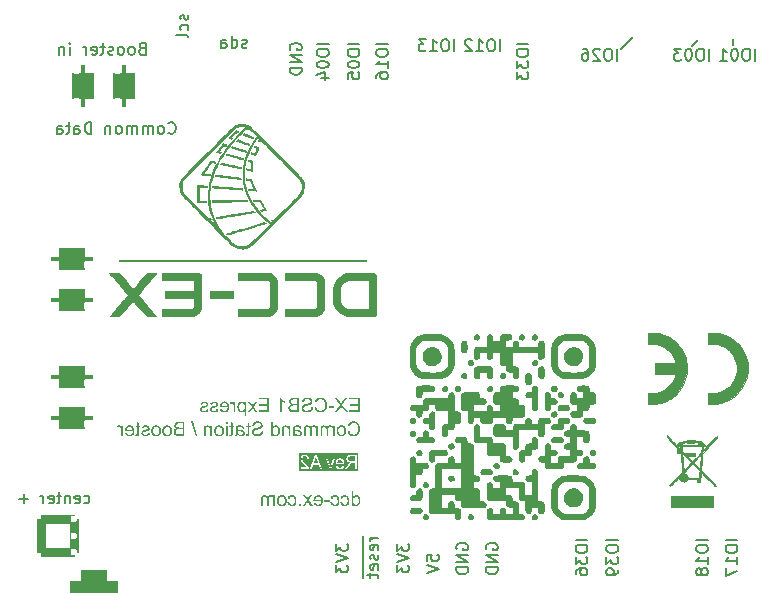
<source format=gbr>
%TF.GenerationSoftware,KiCad,Pcbnew,8.0.4*%
%TF.CreationDate,2024-09-10T17:58:54-04:00*%
%TF.ProjectId,EX-CSB1,45582d43-5342-4312-9e6b-696361645f70,rev?*%
%TF.SameCoordinates,Original*%
%TF.FileFunction,Legend,Bot*%
%TF.FilePolarity,Positive*%
%FSLAX46Y46*%
G04 Gerber Fmt 4.6, Leading zero omitted, Abs format (unit mm)*
G04 Created by KiCad (PCBNEW 8.0.4) date 2024-09-10 17:58:54*
%MOMM*%
%LPD*%
G01*
G04 APERTURE LIST*
G04 Aperture macros list*
%AMRoundRect*
0 Rectangle with rounded corners*
0 $1 Rounding radius*
0 $2 $3 $4 $5 $6 $7 $8 $9 X,Y pos of 4 corners*
0 Add a 4 corners polygon primitive as box body*
4,1,4,$2,$3,$4,$5,$6,$7,$8,$9,$2,$3,0*
0 Add four circle primitives for the rounded corners*
1,1,$1+$1,$2,$3*
1,1,$1+$1,$4,$5*
1,1,$1+$1,$6,$7*
1,1,$1+$1,$8,$9*
0 Add four rect primitives between the rounded corners*
20,1,$1+$1,$2,$3,$4,$5,0*
20,1,$1+$1,$4,$5,$6,$7,0*
20,1,$1+$1,$6,$7,$8,$9,0*
20,1,$1+$1,$8,$9,$2,$3,0*%
G04 Aperture macros list end*
%ADD10C,0.150000*%
%ADD11C,0.100000*%
%ADD12C,0.010000*%
%ADD13C,0.000000*%
%ADD14C,3.500000*%
%ADD15C,0.600000*%
%ADD16RoundRect,0.720000X-1.080000X0.180000X-1.080000X-0.180000X1.080000X-0.180000X1.080000X0.180000X0*%
%ADD17R,1.700000X1.700000*%
%ADD18O,1.700000X1.700000*%
%ADD19C,0.650000*%
%ADD20O,2.100000X1.000000*%
%ADD21O,1.800000X1.000000*%
%ADD22RoundRect,0.720000X0.180000X1.080000X-0.180000X1.080000X-0.180000X-1.080000X0.180000X-1.080000X0*%
%ADD23R,3.500000X3.500000*%
%ADD24RoundRect,0.350000X-1.400000X-1.400000X1.400000X-1.400000X1.400000X1.400000X-1.400000X1.400000X0*%
%ADD25RoundRect,0.875000X-1.125000X-0.875000X1.125000X-0.875000X1.125000X0.875000X-1.125000X0.875000X0*%
G04 APERTURE END LIST*
D10*
X60500000Y49300000D02*
X60000000Y48800000D01*
X55000000Y49500000D02*
X54000000Y48500000D01*
X63500000Y49400000D02*
X63500000Y48900000D01*
X31854819Y48976190D02*
X30854819Y48976190D01*
X30854819Y48309524D02*
X30854819Y48119048D01*
X30854819Y48119048D02*
X30902438Y48023810D01*
X30902438Y48023810D02*
X30997676Y47928572D01*
X30997676Y47928572D02*
X31188152Y47880953D01*
X31188152Y47880953D02*
X31521485Y47880953D01*
X31521485Y47880953D02*
X31711961Y47928572D01*
X31711961Y47928572D02*
X31807200Y48023810D01*
X31807200Y48023810D02*
X31854819Y48119048D01*
X31854819Y48119048D02*
X31854819Y48309524D01*
X31854819Y48309524D02*
X31807200Y48404762D01*
X31807200Y48404762D02*
X31711961Y48500000D01*
X31711961Y48500000D02*
X31521485Y48547619D01*
X31521485Y48547619D02*
X31188152Y48547619D01*
X31188152Y48547619D02*
X30997676Y48500000D01*
X30997676Y48500000D02*
X30902438Y48404762D01*
X30902438Y48404762D02*
X30854819Y48309524D01*
X30854819Y47261905D02*
X30854819Y47166667D01*
X30854819Y47166667D02*
X30902438Y47071429D01*
X30902438Y47071429D02*
X30950057Y47023810D01*
X30950057Y47023810D02*
X31045295Y46976191D01*
X31045295Y46976191D02*
X31235771Y46928572D01*
X31235771Y46928572D02*
X31473866Y46928572D01*
X31473866Y46928572D02*
X31664342Y46976191D01*
X31664342Y46976191D02*
X31759580Y47023810D01*
X31759580Y47023810D02*
X31807200Y47071429D01*
X31807200Y47071429D02*
X31854819Y47166667D01*
X31854819Y47166667D02*
X31854819Y47261905D01*
X31854819Y47261905D02*
X31807200Y47357143D01*
X31807200Y47357143D02*
X31759580Y47404762D01*
X31759580Y47404762D02*
X31664342Y47452381D01*
X31664342Y47452381D02*
X31473866Y47500000D01*
X31473866Y47500000D02*
X31235771Y47500000D01*
X31235771Y47500000D02*
X31045295Y47452381D01*
X31045295Y47452381D02*
X30950057Y47404762D01*
X30950057Y47404762D02*
X30902438Y47357143D01*
X30902438Y47357143D02*
X30854819Y47261905D01*
X30854819Y46023810D02*
X30854819Y46500000D01*
X30854819Y46500000D02*
X31331009Y46547619D01*
X31331009Y46547619D02*
X31283390Y46500000D01*
X31283390Y46500000D02*
X31235771Y46404762D01*
X31235771Y46404762D02*
X31235771Y46166667D01*
X31235771Y46166667D02*
X31283390Y46071429D01*
X31283390Y46071429D02*
X31331009Y46023810D01*
X31331009Y46023810D02*
X31426247Y45976191D01*
X31426247Y45976191D02*
X31664342Y45976191D01*
X31664342Y45976191D02*
X31759580Y46023810D01*
X31759580Y46023810D02*
X31807200Y46071429D01*
X31807200Y46071429D02*
X31854819Y46166667D01*
X31854819Y46166667D02*
X31854819Y46404762D01*
X31854819Y46404762D02*
X31807200Y46500000D01*
X31807200Y46500000D02*
X31759580Y46547619D01*
X22319047Y48692800D02*
X22223809Y48645181D01*
X22223809Y48645181D02*
X22033333Y48645181D01*
X22033333Y48645181D02*
X21938095Y48692800D01*
X21938095Y48692800D02*
X21890476Y48788039D01*
X21890476Y48788039D02*
X21890476Y48835658D01*
X21890476Y48835658D02*
X21938095Y48930896D01*
X21938095Y48930896D02*
X22033333Y48978515D01*
X22033333Y48978515D02*
X22176190Y48978515D01*
X22176190Y48978515D02*
X22271428Y49026134D01*
X22271428Y49026134D02*
X22319047Y49121372D01*
X22319047Y49121372D02*
X22319047Y49168991D01*
X22319047Y49168991D02*
X22271428Y49264229D01*
X22271428Y49264229D02*
X22176190Y49311848D01*
X22176190Y49311848D02*
X22033333Y49311848D01*
X22033333Y49311848D02*
X21938095Y49264229D01*
X21033333Y48645181D02*
X21033333Y49645181D01*
X21033333Y48692800D02*
X21128571Y48645181D01*
X21128571Y48645181D02*
X21319047Y48645181D01*
X21319047Y48645181D02*
X21414285Y48692800D01*
X21414285Y48692800D02*
X21461904Y48740420D01*
X21461904Y48740420D02*
X21509523Y48835658D01*
X21509523Y48835658D02*
X21509523Y49121372D01*
X21509523Y49121372D02*
X21461904Y49216610D01*
X21461904Y49216610D02*
X21414285Y49264229D01*
X21414285Y49264229D02*
X21319047Y49311848D01*
X21319047Y49311848D02*
X21128571Y49311848D01*
X21128571Y49311848D02*
X21033333Y49264229D01*
X20128571Y48645181D02*
X20128571Y49168991D01*
X20128571Y49168991D02*
X20176190Y49264229D01*
X20176190Y49264229D02*
X20271428Y49311848D01*
X20271428Y49311848D02*
X20461904Y49311848D01*
X20461904Y49311848D02*
X20557142Y49264229D01*
X20128571Y48692800D02*
X20223809Y48645181D01*
X20223809Y48645181D02*
X20461904Y48645181D01*
X20461904Y48645181D02*
X20557142Y48692800D01*
X20557142Y48692800D02*
X20604761Y48788039D01*
X20604761Y48788039D02*
X20604761Y48883277D01*
X20604761Y48883277D02*
X20557142Y48978515D01*
X20557142Y48978515D02*
X20461904Y49026134D01*
X20461904Y49026134D02*
X20223809Y49026134D01*
X20223809Y49026134D02*
X20128571Y49073753D01*
G36*
X31870350Y17782000D02*
G01*
X31870350Y19001261D01*
X30996644Y19001261D01*
X30996644Y18860577D01*
X31710615Y18860577D01*
X31710615Y18476041D01*
X31042073Y18476041D01*
X31042073Y18335357D01*
X31710615Y18335357D01*
X31710615Y17922684D01*
X30968508Y17922684D01*
X30968508Y17782000D01*
X31870350Y17782000D01*
G37*
G36*
X30877063Y17782000D02*
G01*
X30409582Y18417423D01*
X30821669Y19001261D01*
X30631452Y19001261D01*
X30411927Y18691463D01*
X30376643Y18640724D01*
X30342020Y18588217D01*
X30314914Y18542866D01*
X30282477Y18593149D01*
X30245836Y18645081D01*
X30219073Y18680619D01*
X29976100Y19001261D01*
X29802004Y19001261D01*
X30226693Y18426509D01*
X29769177Y17782000D01*
X29967014Y17782000D01*
X30270950Y18213138D01*
X30303648Y18262185D01*
X30323706Y18294031D01*
X30354665Y18244183D01*
X30381445Y18203173D01*
X30684795Y17782000D01*
X30877063Y17782000D01*
G37*
G36*
X29711145Y18138400D02*
G01*
X29711145Y18288462D01*
X29255388Y18288462D01*
X29255388Y18138400D01*
X29711145Y18138400D01*
G37*
G36*
X28213155Y18213431D02*
G01*
X28053127Y18172984D01*
X28070841Y18112838D01*
X28092477Y18057328D01*
X28123616Y17996837D01*
X28160401Y17943022D01*
X28202833Y17895885D01*
X28234258Y17868169D01*
X28285218Y17832511D01*
X28340279Y17804230D01*
X28399441Y17783326D01*
X28462704Y17769801D01*
X28530068Y17763653D01*
X28553434Y17763243D01*
X28612744Y17765196D01*
X28679211Y17772697D01*
X28740548Y17785825D01*
X28796753Y17804578D01*
X28855839Y17833567D01*
X28871438Y17843257D01*
X28922118Y17881685D01*
X28967216Y17926957D01*
X29006732Y17979074D01*
X29040667Y18038034D01*
X29057551Y18074799D01*
X29079265Y18132515D01*
X29096487Y18191797D01*
X29109216Y18252646D01*
X29117452Y18315061D01*
X29121196Y18379041D01*
X29121445Y18400716D01*
X29118911Y18470227D01*
X29111306Y18536317D01*
X29098632Y18598986D01*
X29080889Y18658234D01*
X29058076Y18714061D01*
X29049345Y18731910D01*
X29014884Y18790462D01*
X28974588Y18842506D01*
X28928458Y18888043D01*
X28876494Y18927072D01*
X28844181Y18946453D01*
X28784575Y18975118D01*
X28722445Y18996742D01*
X28657790Y19011326D01*
X28590611Y19018869D01*
X28551090Y19020019D01*
X28485086Y19016732D01*
X28423141Y19006871D01*
X28365257Y18990436D01*
X28302856Y18962953D01*
X28245981Y18926522D01*
X28195460Y18881971D01*
X28152119Y18830127D01*
X28120685Y18779885D01*
X28094526Y18724285D01*
X28073644Y18663326D01*
X28231327Y18626104D01*
X28251487Y18681582D01*
X28278991Y18736399D01*
X28315627Y18787121D01*
X28353253Y18822475D01*
X28407269Y18854933D01*
X28469299Y18875369D01*
X28531978Y18883483D01*
X28554314Y18884024D01*
X28613048Y18880799D01*
X28674849Y18869212D01*
X28730971Y18849200D01*
X28787321Y18816613D01*
X28835531Y18775055D01*
X28874977Y18726216D01*
X28905660Y18670098D01*
X28918919Y18635776D01*
X28935461Y18578605D01*
X28947276Y18520518D01*
X28954365Y18461515D01*
X28956728Y18401596D01*
X28954582Y18335400D01*
X28948145Y18272992D01*
X28937416Y18214370D01*
X28919899Y18152010D01*
X28911885Y18129900D01*
X28886221Y18075660D01*
X28849949Y18023354D01*
X28805840Y17980276D01*
X28772080Y17956683D01*
X28717436Y17928914D01*
X28660334Y17910233D01*
X28600774Y17900640D01*
X28566623Y17899237D01*
X28502070Y17904183D01*
X28442646Y17919021D01*
X28388351Y17943750D01*
X28339184Y17978372D01*
X28296356Y18022738D01*
X28261076Y18076704D01*
X28236396Y18131798D01*
X28217494Y18194240D01*
X28213155Y18213431D01*
G37*
G36*
X27917426Y18181191D02*
G01*
X27766777Y18194673D01*
X27755997Y18133606D01*
X27736653Y18076151D01*
X27716951Y18039335D01*
X27677930Y17993862D01*
X27629289Y17958670D01*
X27595318Y17941149D01*
X27536106Y17919957D01*
X27478128Y17908325D01*
X27416201Y17903963D01*
X27409792Y17903927D01*
X27349452Y17907147D01*
X27289393Y17918008D01*
X27248298Y17931184D01*
X27193705Y17959162D01*
X27148349Y18000616D01*
X27143958Y18006509D01*
X27117201Y18059979D01*
X27109666Y18111142D01*
X27120145Y18170895D01*
X27142785Y18211086D01*
X27186383Y18250654D01*
X27242202Y18279505D01*
X27251522Y18283187D01*
X27310498Y18302148D01*
X27374110Y18319356D01*
X27436473Y18335048D01*
X27466651Y18342391D01*
X27525576Y18357394D01*
X27585467Y18374480D01*
X27642235Y18393458D01*
X27699952Y18418595D01*
X27754200Y18452793D01*
X27798058Y18492117D01*
X27828912Y18532315D01*
X27854810Y18585401D01*
X27868754Y18643103D01*
X27871411Y18684136D01*
X27865281Y18746154D01*
X27846890Y18805263D01*
X27819533Y18856474D01*
X27782290Y18902887D01*
X27735773Y18941745D01*
X27679983Y18973046D01*
X27667712Y18978400D01*
X27609873Y18998518D01*
X27548464Y19012053D01*
X27483484Y19019003D01*
X27445842Y19020019D01*
X27380702Y19017289D01*
X27319519Y19009101D01*
X27262293Y18995454D01*
X27209024Y18976348D01*
X27155077Y18948679D01*
X27103947Y18910268D01*
X27062090Y18863786D01*
X27051341Y18848267D01*
X27021728Y18793152D01*
X27002133Y18733687D01*
X26992556Y18669871D01*
X26991843Y18656585D01*
X27145130Y18644862D01*
X27156737Y18705650D01*
X27180620Y18762643D01*
X27220246Y18812508D01*
X27228954Y18820130D01*
X27280108Y18851351D01*
X27337501Y18869564D01*
X27397548Y18877889D01*
X27439394Y18879335D01*
X27499108Y18876768D01*
X27558147Y18867550D01*
X27618139Y18846598D01*
X27651006Y18825699D01*
X27691370Y18782560D01*
X27714916Y18724312D01*
X27717244Y18696739D01*
X27705448Y18636948D01*
X27670057Y18588881D01*
X27614607Y18556898D01*
X27554377Y18535209D01*
X27496991Y18518750D01*
X27429136Y18502126D01*
X27371211Y18488561D01*
X27309580Y18472981D01*
X27248537Y18455768D01*
X27187242Y18435163D01*
X27161543Y18424457D01*
X27106574Y18394861D01*
X27055775Y18357137D01*
X27012393Y18309756D01*
X27005912Y18300479D01*
X26977210Y18246194D01*
X26960423Y18186506D01*
X26955500Y18127555D01*
X26960909Y18068010D01*
X26977138Y18010639D01*
X27004186Y17955444D01*
X27010894Y17944666D01*
X27050055Y17894715D01*
X27098661Y17852205D01*
X27150483Y17820309D01*
X27169457Y17811017D01*
X27229694Y17787923D01*
X27286663Y17773740D01*
X27346857Y17765529D01*
X27402171Y17763243D01*
X27461855Y17764963D01*
X27526773Y17771321D01*
X27586613Y17782362D01*
X27648785Y17800717D01*
X27677384Y17812189D01*
X27729792Y17839721D01*
X27781614Y17878008D01*
X27825877Y17924039D01*
X27851187Y17959028D01*
X27881903Y18016297D01*
X27903161Y18077647D01*
X27914115Y18135606D01*
X27917426Y18181191D01*
G37*
G36*
X26750043Y17782000D02*
G01*
X26289303Y17782000D01*
X26275009Y17782081D01*
X26214172Y17784425D01*
X26153264Y17790836D01*
X26094397Y17802517D01*
X26070143Y17809492D01*
X26013243Y17832048D01*
X25961920Y17863480D01*
X25942734Y17879843D01*
X25902615Y17927319D01*
X25873406Y17978372D01*
X25857763Y18016345D01*
X25842678Y18076122D01*
X25837719Y18138400D01*
X26003246Y18138400D01*
X26007846Y18088720D01*
X26027279Y18032594D01*
X26045194Y18003722D01*
X26088242Y17962838D01*
X26124090Y17944445D01*
X26180566Y17928546D01*
X26230407Y17923806D01*
X26289303Y17922684D01*
X26590015Y17922684D01*
X26590015Y18354115D01*
X26310699Y18354115D01*
X26256349Y18352796D01*
X26192684Y18346675D01*
X26133965Y18333012D01*
X26079157Y18304436D01*
X26037831Y18260326D01*
X26035703Y18257066D01*
X26010845Y18200078D01*
X26003246Y18138400D01*
X25837719Y18138400D01*
X25837649Y18139279D01*
X25837879Y18152648D01*
X25845934Y18216092D01*
X25865494Y18273869D01*
X25896561Y18325978D01*
X25908052Y18340409D01*
X25952794Y18382632D01*
X26007440Y18415811D01*
X26065088Y18437939D01*
X26025283Y18460525D01*
X25975672Y18500519D01*
X25938180Y18547848D01*
X25923836Y18573766D01*
X25902940Y18632043D01*
X25898076Y18674757D01*
X26053658Y18674757D01*
X26059548Y18623201D01*
X26084432Y18568951D01*
X26122827Y18532974D01*
X26176463Y18508867D01*
X26207122Y18502067D01*
X26268271Y18496173D01*
X26328870Y18494799D01*
X26590015Y18494799D01*
X26590015Y18860577D01*
X26348508Y18860577D01*
X26288222Y18859514D01*
X26226312Y18855198D01*
X26164739Y18843578D01*
X26125272Y18825025D01*
X26082381Y18780856D01*
X26061764Y18734771D01*
X26053658Y18674757D01*
X25898076Y18674757D01*
X25895974Y18693222D01*
X25899730Y18739322D01*
X25916423Y18799057D01*
X25943455Y18852077D01*
X25976680Y18895812D01*
X26021426Y18934928D01*
X26074760Y18964624D01*
X26113928Y18978900D01*
X26171993Y18992102D01*
X26230886Y18998971D01*
X26296630Y19001261D01*
X26750043Y19001261D01*
X26750043Y17782000D01*
G37*
G36*
X25125144Y17782000D02*
G01*
X25273448Y17782000D01*
X25273448Y18732203D01*
X25318374Y18693295D01*
X25367810Y18657629D01*
X25414132Y18628449D01*
X25466791Y18598727D01*
X25520683Y18571852D01*
X25570350Y18551072D01*
X25570350Y18701135D01*
X25517354Y18727688D01*
X25460462Y18760885D01*
X25407490Y18797123D01*
X25358439Y18836402D01*
X25352583Y18841526D01*
X25309389Y18882394D01*
X25268940Y18927626D01*
X25234113Y18976959D01*
X25220692Y19001261D01*
X25125144Y19001261D01*
X25125144Y17782000D01*
G37*
G36*
X24219491Y17782000D02*
G01*
X24219491Y19001261D01*
X23345786Y19001261D01*
X23345786Y18860577D01*
X24059757Y18860577D01*
X24059757Y18476041D01*
X23391215Y18476041D01*
X23391215Y18335357D01*
X24059757Y18335357D01*
X24059757Y17922684D01*
X23317649Y17922684D01*
X23317649Y17782000D01*
X24219491Y17782000D01*
G37*
G36*
X23221222Y17782000D02*
G01*
X22901459Y18240102D01*
X23197189Y18663619D01*
X23011662Y18663619D01*
X22877426Y18456990D01*
X22845200Y18405947D01*
X22816463Y18358218D01*
X22783679Y18406832D01*
X22749638Y18455231D01*
X22602213Y18663619D01*
X22424893Y18663619D01*
X22727363Y18248602D01*
X22401739Y17782000D01*
X22584041Y17782000D01*
X22763706Y18056041D01*
X22811480Y18129900D01*
X23041557Y17782000D01*
X23221222Y17782000D01*
G37*
G36*
X21919940Y18681554D02*
G01*
X21982116Y18671713D01*
X22039771Y18648672D01*
X22065468Y18632327D01*
X22110067Y18593488D01*
X22147628Y18547848D01*
X22147628Y18663619D01*
X22282743Y18663619D01*
X22282743Y17444359D01*
X22134439Y17444359D01*
X22134439Y17873738D01*
X22132055Y17870768D01*
X22088312Y17827611D01*
X22037719Y17794603D01*
X22022684Y17787253D01*
X21966384Y17769245D01*
X21904362Y17763243D01*
X21885433Y17763748D01*
X21823563Y17772723D01*
X21763583Y17792919D01*
X21711215Y17820689D01*
X21683529Y17839956D01*
X21639103Y17880803D01*
X21601633Y17929580D01*
X21571117Y17986285D01*
X21549960Y18042046D01*
X21534847Y18101177D01*
X21525780Y18163679D01*
X21522757Y18229551D01*
X21522767Y18229844D01*
X21674579Y18229844D01*
X21674855Y18208150D01*
X21678993Y18147394D01*
X21690099Y18084717D01*
X21711069Y18023905D01*
X21745214Y17969286D01*
X21754118Y17959100D01*
X21801968Y17918027D01*
X21855371Y17893383D01*
X21914327Y17885169D01*
X21977832Y17894762D01*
X22034548Y17923542D01*
X22080217Y17966355D01*
X22088487Y17976849D01*
X22119097Y18032630D01*
X22137237Y18093968D01*
X22146107Y18156716D01*
X22148508Y18217241D01*
X22148222Y18238139D01*
X22142735Y18306322D01*
X22130263Y18366791D01*
X22107456Y18426454D01*
X22075528Y18476041D01*
X22066321Y18486830D01*
X22022791Y18526769D01*
X21970401Y18554612D01*
X21907879Y18565141D01*
X21845210Y18555236D01*
X21788982Y18525521D01*
X21743455Y18481317D01*
X21735115Y18470546D01*
X21704241Y18413915D01*
X21685946Y18352366D01*
X21677000Y18289855D01*
X21674579Y18229844D01*
X21522767Y18229844D01*
X21524293Y18275991D01*
X21531116Y18335699D01*
X21545318Y18399850D01*
X21566428Y18460800D01*
X21574987Y18480167D01*
X21605116Y18533258D01*
X21646424Y18583438D01*
X21695974Y18624345D01*
X21712256Y18634716D01*
X21769912Y18661919D01*
X21832778Y18677787D01*
X21893811Y18682377D01*
X21919940Y18681554D01*
G37*
G36*
X21350127Y17782000D02*
G01*
X21350127Y18663619D01*
X21216477Y18663619D01*
X21216477Y18528504D01*
X21185376Y18581038D01*
X21147255Y18630589D01*
X21122394Y18652482D01*
X21067784Y18677443D01*
X21026847Y18682377D01*
X20965497Y18674444D01*
X20908179Y18653040D01*
X20874439Y18634310D01*
X20925437Y18495678D01*
X20979952Y18519638D01*
X21034467Y18527625D01*
X21094033Y18514876D01*
X21121808Y18498023D01*
X21161467Y18452456D01*
X21176909Y18416543D01*
X21192091Y18354871D01*
X21199852Y18294644D01*
X21201822Y18242740D01*
X21201822Y17782000D01*
X21350127Y17782000D01*
G37*
G36*
X20452233Y18681899D02*
G01*
X20516300Y18674720D01*
X20575606Y18658928D01*
X20630152Y18634521D01*
X20679937Y18601500D01*
X20724963Y18559865D01*
X20757723Y18519154D01*
X20789707Y18463897D01*
X20813695Y18401654D01*
X20827577Y18344449D01*
X20835906Y18282391D01*
X20838682Y18215483D01*
X20837693Y18176096D01*
X20831648Y18114183D01*
X20817140Y18046046D01*
X20794718Y17984627D01*
X20764383Y17929927D01*
X20726135Y17881945D01*
X20711756Y17867571D01*
X20664897Y17830013D01*
X20612453Y17800801D01*
X20554425Y17779935D01*
X20490811Y17767416D01*
X20421613Y17763243D01*
X20402774Y17763531D01*
X20340173Y17769085D01*
X20282761Y17781707D01*
X20223501Y17804788D01*
X20171020Y17837102D01*
X20164944Y17841776D01*
X20120682Y17883377D01*
X20084151Y17932451D01*
X20055350Y17989000D01*
X20036491Y18044610D01*
X20190071Y18063368D01*
X20205967Y18025018D01*
X20238569Y17970565D01*
X20281515Y17927667D01*
X20300138Y17915424D01*
X20358450Y17892183D01*
X20420734Y17885169D01*
X20434295Y17885461D01*
X20497876Y17895679D01*
X20554417Y17920494D01*
X20603916Y17959907D01*
X20636486Y18001544D01*
X20663405Y18058239D01*
X20678691Y18117394D01*
X20685395Y18175915D01*
X20032387Y18175915D01*
X20031801Y18216362D01*
X20033542Y18270204D01*
X20036646Y18297841D01*
X20188312Y18297841D01*
X20677189Y18297841D01*
X20675216Y18319840D01*
X20662777Y18380768D01*
X20637480Y18439547D01*
X20600106Y18488937D01*
X20595714Y18493337D01*
X20548304Y18529653D01*
X20488814Y18553467D01*
X20428061Y18560451D01*
X20400506Y18559050D01*
X20343295Y18545650D01*
X20287505Y18514119D01*
X20244293Y18470765D01*
X20214851Y18419520D01*
X20196769Y18358207D01*
X20188312Y18297841D01*
X20036646Y18297841D01*
X20040611Y18333140D01*
X20053119Y18391224D01*
X20075307Y18454522D01*
X20105326Y18510833D01*
X20143176Y18560158D01*
X20187099Y18601694D01*
X20244072Y18639290D01*
X20307216Y18665190D01*
X20366251Y18678081D01*
X20429819Y18682377D01*
X20452233Y18681899D01*
G37*
G36*
X19914272Y18040507D02*
G01*
X19767433Y18063368D01*
X19752018Y18004388D01*
X19721365Y17953237D01*
X19698849Y17931184D01*
X19645488Y17901391D01*
X19583094Y17887371D01*
X19540873Y17885169D01*
X19482095Y17889262D01*
X19425162Y17904979D01*
X19389052Y17927081D01*
X19351903Y17972950D01*
X19339519Y18026146D01*
X19358453Y18083481D01*
X19383483Y18106160D01*
X19441430Y18130396D01*
X19499395Y18147512D01*
X19535011Y18156864D01*
X19592707Y18171970D01*
X19651110Y18188604D01*
X19712105Y18208423D01*
X19761278Y18228379D01*
X19813657Y18261704D01*
X19854763Y18308323D01*
X19856826Y18311617D01*
X19881226Y18367744D01*
X19889359Y18429439D01*
X19881832Y18489323D01*
X19862688Y18538176D01*
X19828807Y18586547D01*
X19789708Y18621121D01*
X19736631Y18650156D01*
X19695332Y18664499D01*
X19637411Y18677332D01*
X19575755Y18682307D01*
X19567251Y18682377D01*
X19505261Y18679515D01*
X19442825Y18669755D01*
X19386414Y18653068D01*
X19329793Y18625820D01*
X19283856Y18588794D01*
X19271229Y18573640D01*
X19241485Y18519184D01*
X19224041Y18459903D01*
X19220231Y18439405D01*
X19365311Y18419767D01*
X19384436Y18478752D01*
X19422464Y18523229D01*
X19475543Y18549946D01*
X19535401Y18559870D01*
X19556407Y18560451D01*
X19619804Y18556434D01*
X19676868Y18541327D01*
X19702367Y18526453D01*
X19739896Y18479375D01*
X19746037Y18446732D01*
X19727866Y18394562D01*
X19680357Y18358786D01*
X19671006Y18354701D01*
X19614073Y18337310D01*
X19553248Y18320251D01*
X19539994Y18316599D01*
X19475694Y18298864D01*
X19413371Y18280381D01*
X19357490Y18261864D01*
X19320468Y18247430D01*
X19267867Y18216805D01*
X19224819Y18172356D01*
X19222576Y18169174D01*
X19197121Y18115615D01*
X19187424Y18055749D01*
X19187112Y18041679D01*
X19194271Y17982406D01*
X19215748Y17926034D01*
X19230489Y17900996D01*
X19268243Y17855919D01*
X19316878Y17819168D01*
X19355346Y17799293D01*
X19413926Y17778768D01*
X19471629Y17767502D01*
X19533567Y17763278D01*
X19539994Y17763243D01*
X19601107Y17765695D01*
X19665191Y17774755D01*
X19728915Y17793284D01*
X19782491Y17820532D01*
X19799966Y17832998D01*
X19845149Y17877733D01*
X19880131Y17933133D01*
X19902662Y17991330D01*
X19914272Y18040507D01*
G37*
G36*
X19074858Y18040507D02*
G01*
X18928019Y18063368D01*
X18912604Y18004388D01*
X18881952Y17953237D01*
X18859436Y17931184D01*
X18806074Y17901391D01*
X18743680Y17887371D01*
X18701459Y17885169D01*
X18642681Y17889262D01*
X18585748Y17904979D01*
X18549638Y17927081D01*
X18512489Y17972950D01*
X18500106Y18026146D01*
X18519039Y18083481D01*
X18544069Y18106160D01*
X18602016Y18130396D01*
X18659982Y18147512D01*
X18695598Y18156864D01*
X18753293Y18171970D01*
X18811697Y18188604D01*
X18872691Y18208423D01*
X18921864Y18228379D01*
X18974243Y18261704D01*
X19015349Y18308323D01*
X19017412Y18311617D01*
X19041812Y18367744D01*
X19049945Y18429439D01*
X19042418Y18489323D01*
X19023274Y18538176D01*
X18989393Y18586547D01*
X18950294Y18621121D01*
X18897217Y18650156D01*
X18855919Y18664499D01*
X18797997Y18677332D01*
X18736341Y18682307D01*
X18727838Y18682377D01*
X18665848Y18679515D01*
X18603411Y18669755D01*
X18547000Y18653068D01*
X18490379Y18625820D01*
X18444442Y18588794D01*
X18431815Y18573640D01*
X18402071Y18519184D01*
X18384628Y18459903D01*
X18380817Y18439405D01*
X18525898Y18419767D01*
X18545022Y18478752D01*
X18583050Y18523229D01*
X18636129Y18549946D01*
X18695987Y18559870D01*
X18716993Y18560451D01*
X18780390Y18556434D01*
X18837454Y18541327D01*
X18862953Y18526453D01*
X18900482Y18479375D01*
X18906623Y18446732D01*
X18888452Y18394562D01*
X18840943Y18358786D01*
X18831592Y18354701D01*
X18774659Y18337310D01*
X18713834Y18320251D01*
X18700580Y18316599D01*
X18636280Y18298864D01*
X18573957Y18280381D01*
X18518076Y18261864D01*
X18481055Y18247430D01*
X18428453Y18216805D01*
X18385405Y18172356D01*
X18383162Y18169174D01*
X18357707Y18115615D01*
X18348010Y18055749D01*
X18347698Y18041679D01*
X18354857Y17982406D01*
X18376334Y17926034D01*
X18391076Y17900996D01*
X18428829Y17855919D01*
X18477464Y17819168D01*
X18515933Y17799293D01*
X18574512Y17778768D01*
X18632215Y17767502D01*
X18694153Y17763278D01*
X18700580Y17763243D01*
X18761693Y17765695D01*
X18825777Y17774755D01*
X18889501Y17793284D01*
X18943077Y17820532D01*
X18960552Y17832998D01*
X19005735Y17877733D01*
X19040717Y17933133D01*
X19063249Y17991330D01*
X19074858Y18040507D01*
G37*
G36*
X31011592Y16197431D02*
G01*
X30851564Y16156984D01*
X30869278Y16096838D01*
X30890914Y16041328D01*
X30922053Y15980837D01*
X30958838Y15927022D01*
X31001270Y15879885D01*
X31032695Y15852169D01*
X31083655Y15816511D01*
X31138716Y15788230D01*
X31197878Y15767326D01*
X31261141Y15753801D01*
X31328505Y15747653D01*
X31351871Y15747243D01*
X31411181Y15749196D01*
X31477648Y15756697D01*
X31538984Y15769825D01*
X31595189Y15788578D01*
X31654276Y15817567D01*
X31669875Y15827257D01*
X31720555Y15865685D01*
X31765653Y15910957D01*
X31805169Y15963074D01*
X31839104Y16022034D01*
X31855988Y16058799D01*
X31877702Y16116515D01*
X31894924Y16175797D01*
X31907653Y16236646D01*
X31915889Y16299061D01*
X31919633Y16363041D01*
X31919882Y16384716D01*
X31917347Y16454227D01*
X31909743Y16520317D01*
X31897069Y16582986D01*
X31879326Y16642234D01*
X31856513Y16698061D01*
X31847782Y16715910D01*
X31813321Y16774462D01*
X31773025Y16826506D01*
X31726895Y16872043D01*
X31674931Y16911072D01*
X31642618Y16930453D01*
X31583012Y16959118D01*
X31520882Y16980742D01*
X31456227Y16995326D01*
X31389048Y17002869D01*
X31349526Y17004019D01*
X31283522Y17000732D01*
X31221578Y16990871D01*
X31163694Y16974436D01*
X31101293Y16946953D01*
X31044418Y16910522D01*
X30993897Y16865971D01*
X30950556Y16814127D01*
X30919122Y16763885D01*
X30892963Y16708285D01*
X30872080Y16647326D01*
X31029764Y16610104D01*
X31049923Y16665582D01*
X31077428Y16720399D01*
X31114064Y16771121D01*
X31151690Y16806475D01*
X31205705Y16838933D01*
X31267736Y16859369D01*
X31330415Y16867483D01*
X31352750Y16868024D01*
X31411485Y16864799D01*
X31473286Y16853212D01*
X31529408Y16833200D01*
X31585758Y16800613D01*
X31633968Y16759055D01*
X31673414Y16710216D01*
X31704097Y16654098D01*
X31717356Y16619776D01*
X31733897Y16562605D01*
X31745713Y16504518D01*
X31752802Y16445515D01*
X31755165Y16385596D01*
X31753019Y16319400D01*
X31746582Y16256992D01*
X31735853Y16198370D01*
X31718336Y16136010D01*
X31710322Y16113900D01*
X31684658Y16059660D01*
X31648385Y16007354D01*
X31604277Y15964276D01*
X31570517Y15940683D01*
X31515873Y15912914D01*
X31458770Y15894233D01*
X31399211Y15884640D01*
X31365060Y15883237D01*
X31300507Y15888183D01*
X31241083Y15903021D01*
X31186787Y15927750D01*
X31137621Y15962372D01*
X31094793Y16006738D01*
X31059512Y16060704D01*
X31034833Y16115798D01*
X31015931Y16178240D01*
X31011592Y16197431D01*
G37*
G36*
X30364991Y16664852D02*
G01*
X30430950Y16654845D01*
X30492169Y16635496D01*
X30548647Y16606807D01*
X30600385Y16568778D01*
X30608715Y16561291D01*
X30653146Y16511186D01*
X30688056Y16452199D01*
X30709875Y16396258D01*
X30725082Y16334149D01*
X30733677Y16265872D01*
X30735793Y16206810D01*
X30734021Y16152753D01*
X30726821Y16089767D01*
X30714082Y16031876D01*
X30691486Y15969131D01*
X30660914Y15913723D01*
X30622367Y15865652D01*
X30607913Y15851313D01*
X30561257Y15813848D01*
X30509655Y15784708D01*
X30453106Y15763894D01*
X30391612Y15751405D01*
X30325172Y15747243D01*
X30289796Y15748552D01*
X30228320Y15757509D01*
X30169672Y15774951D01*
X30113853Y15800878D01*
X30084667Y15818790D01*
X30037830Y15856369D01*
X29998319Y15900810D01*
X29966135Y15952114D01*
X29954251Y15977571D01*
X29935237Y16035274D01*
X29923798Y16093186D01*
X29917213Y16158027D01*
X29915635Y16212086D01*
X30068131Y16212086D01*
X30068417Y16190744D01*
X30072710Y16130881D01*
X30084231Y16068933D01*
X30105984Y16008543D01*
X30141404Y15953872D01*
X30155469Y15938735D01*
X30207081Y15899030D01*
X30265963Y15875869D01*
X30325172Y15869169D01*
X30345720Y15869908D01*
X30409376Y15883051D01*
X30465590Y15912624D01*
X30509819Y15953286D01*
X30522914Y15969860D01*
X30551536Y16021362D01*
X30570999Y16083488D01*
X30580516Y16146564D01*
X30583092Y16207103D01*
X30582806Y16227980D01*
X30578513Y16286586D01*
X30566992Y16347328D01*
X30545239Y16406683D01*
X30509819Y16460627D01*
X30495746Y16475607D01*
X30443997Y16514900D01*
X30384806Y16537821D01*
X30325172Y16544451D01*
X30304936Y16543709D01*
X30242058Y16530520D01*
X30186222Y16500845D01*
X30141990Y16460041D01*
X30133046Y16449215D01*
X30099939Y16392790D01*
X30080320Y16332047D01*
X30070727Y16270722D01*
X30068131Y16212086D01*
X29915635Y16212086D01*
X29915430Y16219120D01*
X29916437Y16257614D01*
X29922592Y16318221D01*
X29937365Y16385094D01*
X29960195Y16445579D01*
X29991083Y16499675D01*
X30030029Y16547382D01*
X30044611Y16561792D01*
X30091450Y16599443D01*
X30142925Y16628727D01*
X30199037Y16649644D01*
X30259786Y16662194D01*
X30325172Y16666377D01*
X30364991Y16664852D01*
G37*
G36*
X29746023Y15766000D02*
G01*
X29746023Y16647619D01*
X29613253Y16647619D01*
X29613253Y16525693D01*
X29575415Y16573068D01*
X29528580Y16612316D01*
X29503930Y16627689D01*
X29449854Y16651265D01*
X29390503Y16663959D01*
X29348005Y16666377D01*
X29285263Y16661667D01*
X29226297Y16645785D01*
X29188563Y16626517D01*
X29141007Y16585524D01*
X29107588Y16532302D01*
X29100636Y16514849D01*
X29059523Y16566345D01*
X29014000Y16607187D01*
X28955316Y16641369D01*
X28890629Y16661050D01*
X28830406Y16666377D01*
X28768966Y16661834D01*
X28708868Y16645863D01*
X28653295Y16614631D01*
X28629931Y16593691D01*
X28592991Y16540774D01*
X28571443Y16480032D01*
X28561592Y16415607D01*
X28559882Y16370355D01*
X28559882Y15766000D01*
X28707600Y15766000D01*
X28707600Y16322581D01*
X28709620Y16382935D01*
X28718596Y16441224D01*
X28721962Y16451834D01*
X28754871Y16500688D01*
X28774425Y16515435D01*
X28829729Y16536887D01*
X28863232Y16539762D01*
X28922999Y16532420D01*
X28979746Y16507663D01*
X29016519Y16477626D01*
X29051227Y16426279D01*
X29070278Y16364271D01*
X29076946Y16304156D01*
X29077482Y16279204D01*
X29077482Y15766000D01*
X29226079Y15766000D01*
X29226079Y16340167D01*
X29230374Y16402789D01*
X29246522Y16461616D01*
X29262422Y16489643D01*
X29310050Y16527232D01*
X29370717Y16539566D01*
X29380831Y16539762D01*
X29441208Y16531409D01*
X29496896Y16506349D01*
X29542691Y16465463D01*
X29572448Y16413024D01*
X29573979Y16409043D01*
X29589350Y16347745D01*
X29595841Y16287822D01*
X29597719Y16224395D01*
X29597719Y15766000D01*
X29746023Y15766000D01*
G37*
G36*
X28347391Y15766000D02*
G01*
X28347391Y16647619D01*
X28214621Y16647619D01*
X28214621Y16525693D01*
X28176783Y16573068D01*
X28129948Y16612316D01*
X28105297Y16627689D01*
X28051222Y16651265D01*
X27991871Y16663959D01*
X27949373Y16666377D01*
X27886631Y16661667D01*
X27827664Y16645785D01*
X27789931Y16626517D01*
X27742375Y16585524D01*
X27708955Y16532302D01*
X27702004Y16514849D01*
X27660891Y16566345D01*
X27615368Y16607187D01*
X27556684Y16641369D01*
X27491997Y16661050D01*
X27431773Y16666377D01*
X27370334Y16661834D01*
X27310236Y16645863D01*
X27254663Y16614631D01*
X27231299Y16593691D01*
X27194359Y16540774D01*
X27172811Y16480032D01*
X27162960Y16415607D01*
X27161250Y16370355D01*
X27161250Y15766000D01*
X27308968Y15766000D01*
X27308968Y16322581D01*
X27310988Y16382935D01*
X27319964Y16441224D01*
X27323330Y16451834D01*
X27356239Y16500688D01*
X27375793Y16515435D01*
X27431097Y16536887D01*
X27464600Y16539762D01*
X27524367Y16532420D01*
X27581114Y16507663D01*
X27617886Y16477626D01*
X27652595Y16426279D01*
X27671646Y16364271D01*
X27678314Y16304156D01*
X27678849Y16279204D01*
X27678849Y15766000D01*
X27827447Y15766000D01*
X27827447Y16340167D01*
X27831741Y16402789D01*
X27847890Y16461616D01*
X27863790Y16489643D01*
X27911418Y16527232D01*
X27972085Y16539566D01*
X27982199Y16539762D01*
X28042576Y16531409D01*
X28098263Y16506349D01*
X28144059Y16465463D01*
X28173816Y16413024D01*
X28175346Y16409043D01*
X28190717Y16347745D01*
X28197209Y16287822D01*
X28199087Y16224395D01*
X28199087Y15766000D01*
X28347391Y15766000D01*
G37*
G36*
X26592619Y16666259D02*
G01*
X26653143Y16662810D01*
X26715333Y16653376D01*
X26777593Y16636189D01*
X26813114Y16621876D01*
X26865067Y16591596D01*
X26908605Y16550606D01*
X26932000Y16516688D01*
X26956991Y16462881D01*
X26973672Y16404940D01*
X26828591Y16385010D01*
X26822180Y16406442D01*
X26795776Y16464458D01*
X26754732Y16509280D01*
X26718239Y16527828D01*
X26660317Y16541017D01*
X26600273Y16544451D01*
X26541512Y16540487D01*
X26481594Y16524874D01*
X26431159Y16494333D01*
X26419085Y16481497D01*
X26395141Y16427448D01*
X26389247Y16367424D01*
X26389833Y16328736D01*
X26400828Y16325031D01*
X26459455Y16309153D01*
X26524141Y16296128D01*
X26590449Y16285574D01*
X26654495Y16277152D01*
X26665349Y16275793D01*
X26727413Y16266792D01*
X26786386Y16254584D01*
X26839525Y16235444D01*
X26893364Y16205345D01*
X26936083Y16167682D01*
X26969861Y16119176D01*
X26971665Y16115812D01*
X26992730Y16058962D01*
X26999170Y16000474D01*
X26998868Y15986780D01*
X26988289Y15922946D01*
X26962598Y15866841D01*
X26921794Y15818464D01*
X26878801Y15787305D01*
X26820494Y15762892D01*
X26759828Y15750651D01*
X26699924Y15747243D01*
X26656950Y15749074D01*
X26595098Y15758692D01*
X26536379Y15776552D01*
X26526794Y15780378D01*
X26473258Y15807234D01*
X26423387Y15840184D01*
X26377524Y15876789D01*
X26368684Y15824424D01*
X26347921Y15766000D01*
X26192876Y15766000D01*
X26215197Y15814502D01*
X26230685Y15871807D01*
X26232883Y15887972D01*
X26237096Y15949304D01*
X26238955Y16010016D01*
X26239835Y16073708D01*
X26240064Y16135003D01*
X26240064Y16156398D01*
X26389833Y16156398D01*
X26390420Y16126537D01*
X26396616Y16064562D01*
X26413867Y16006335D01*
X26424533Y15986407D01*
X26463610Y15937841D01*
X26512053Y15902288D01*
X26542086Y15887556D01*
X26602773Y15869796D01*
X26664460Y15864479D01*
X26685430Y15865107D01*
X26744663Y15875812D01*
X26796058Y15904633D01*
X26828245Y15946720D01*
X26840901Y16005163D01*
X26840180Y16019743D01*
X26820385Y16076970D01*
X26810467Y16090332D01*
X26761766Y16125917D01*
X26751407Y16130043D01*
X26693302Y16145540D01*
X26632220Y16156105D01*
X26565424Y16166570D01*
X26506341Y16177960D01*
X26448263Y16192111D01*
X26389833Y16211499D01*
X26389833Y16156398D01*
X26240064Y16156398D01*
X26240064Y16334012D01*
X26240092Y16346192D01*
X26241466Y16409225D01*
X26247391Y16471472D01*
X26262746Y16521232D01*
X26293699Y16573174D01*
X26295787Y16575670D01*
X26342406Y16613988D01*
X26396575Y16639706D01*
X26400994Y16641347D01*
X26460406Y16656975D01*
X26518922Y16664268D01*
X26578584Y16666377D01*
X26592619Y16666259D01*
G37*
G36*
X26014383Y15766000D02*
G01*
X26014383Y16647619D01*
X25881027Y16647619D01*
X25881027Y16523935D01*
X25841847Y16572343D01*
X25796630Y16610736D01*
X25736245Y16642869D01*
X25677945Y16659561D01*
X25613607Y16666238D01*
X25602297Y16666377D01*
X25540128Y16661637D01*
X25482216Y16647416D01*
X25456923Y16637654D01*
X25405160Y16609300D01*
X25361800Y16568377D01*
X25357565Y16562623D01*
X25328001Y16508457D01*
X25311257Y16452421D01*
X25304854Y16390893D01*
X25303123Y16326246D01*
X25303050Y16307340D01*
X25303050Y15766000D01*
X25451355Y15766000D01*
X25451355Y16303530D01*
X25453786Y16365601D01*
X25463665Y16424875D01*
X25468647Y16440111D01*
X25500796Y16489684D01*
X25530196Y16512504D01*
X25584570Y16534545D01*
X25633658Y16539762D01*
X25695694Y16532593D01*
X25751636Y16511086D01*
X25797203Y16479092D01*
X25833524Y16430497D01*
X25854712Y16368506D01*
X25863658Y16308333D01*
X25866079Y16248429D01*
X25866079Y15766000D01*
X26014383Y15766000D01*
G37*
G36*
X24521962Y16540934D02*
G01*
X24531996Y16554595D01*
X24572812Y16597142D01*
X24622492Y16631499D01*
X24642240Y16641547D01*
X24702026Y16660621D01*
X24763469Y16666377D01*
X24776907Y16666154D01*
X24841656Y16658340D01*
X24902341Y16639364D01*
X24958961Y16609225D01*
X24980114Y16594153D01*
X25027026Y16549623D01*
X25061954Y16501176D01*
X25089973Y16444800D01*
X25109079Y16389644D01*
X25122726Y16331447D01*
X25130914Y16270209D01*
X25133644Y16205931D01*
X25131344Y16148419D01*
X25123082Y16086297D01*
X25108812Y16028022D01*
X25085577Y15967061D01*
X25069505Y15935754D01*
X25035744Y15885028D01*
X24995770Y15841535D01*
X24949582Y15805275D01*
X24938526Y15798247D01*
X24881287Y15769911D01*
X24820786Y15752910D01*
X24757021Y15747243D01*
X24717866Y15749262D01*
X24655207Y15762516D01*
X24600009Y15788139D01*
X24552272Y15826133D01*
X24511997Y15876496D01*
X24511997Y15766000D01*
X24374537Y15766000D01*
X24374537Y16193914D01*
X24509652Y16193914D01*
X24509718Y16183720D01*
X24513902Y16116959D01*
X24524593Y16058249D01*
X24544779Y16001009D01*
X24577649Y15949183D01*
X24623010Y15906988D01*
X24679518Y15878623D01*
X24742953Y15869169D01*
X24748955Y15869251D01*
X24811687Y15880956D01*
X24863488Y15908789D01*
X24910308Y15952993D01*
X24918897Y15963806D01*
X24950690Y16020769D01*
X24969530Y16082809D01*
X24978742Y16145898D01*
X24981236Y16206517D01*
X24980977Y16228058D01*
X24977096Y16288271D01*
X24966682Y16350159D01*
X24947017Y16409863D01*
X24914997Y16462972D01*
X24910807Y16467985D01*
X24865413Y16509361D01*
X24808139Y16536494D01*
X24749401Y16544451D01*
X24736886Y16544120D01*
X24678056Y16532540D01*
X24625465Y16504416D01*
X24579115Y16459748D01*
X24562834Y16437065D01*
X24536786Y16382660D01*
X24521116Y16325168D01*
X24512094Y16258448D01*
X24509652Y16193914D01*
X24374537Y16193914D01*
X24374537Y16985261D01*
X24521962Y16985261D01*
X24521962Y16540934D01*
G37*
G36*
X23714495Y16165191D02*
G01*
X23563846Y16178673D01*
X23553066Y16117606D01*
X23533722Y16060151D01*
X23514020Y16023335D01*
X23474999Y15977862D01*
X23426358Y15942670D01*
X23392387Y15925149D01*
X23333175Y15903957D01*
X23275198Y15892325D01*
X23213271Y15887963D01*
X23206861Y15887927D01*
X23146521Y15891147D01*
X23086462Y15902008D01*
X23045367Y15915184D01*
X22990774Y15943162D01*
X22945419Y15984616D01*
X22941027Y15990509D01*
X22914270Y16043979D01*
X22906735Y16095142D01*
X22917214Y16154895D01*
X22939854Y16195086D01*
X22983452Y16234654D01*
X23039271Y16263505D01*
X23048591Y16267187D01*
X23107567Y16286148D01*
X23171179Y16303356D01*
X23233542Y16319048D01*
X23263720Y16326391D01*
X23322645Y16341394D01*
X23382536Y16358480D01*
X23439304Y16377458D01*
X23497021Y16402595D01*
X23551269Y16436793D01*
X23595127Y16476117D01*
X23625981Y16516315D01*
X23651879Y16569401D01*
X23665823Y16627103D01*
X23668480Y16668136D01*
X23662350Y16730154D01*
X23643960Y16789263D01*
X23616602Y16840474D01*
X23579359Y16886887D01*
X23532842Y16925745D01*
X23477052Y16957046D01*
X23464781Y16962400D01*
X23406942Y16982518D01*
X23345533Y16996053D01*
X23280553Y17003003D01*
X23242911Y17004019D01*
X23177771Y17001289D01*
X23116588Y16993101D01*
X23059362Y16979454D01*
X23006093Y16960348D01*
X22952146Y16932679D01*
X22901016Y16894268D01*
X22859159Y16847786D01*
X22848410Y16832267D01*
X22818797Y16777152D01*
X22799203Y16717687D01*
X22789626Y16653871D01*
X22788912Y16640585D01*
X22942199Y16628862D01*
X22953807Y16689650D01*
X22977689Y16746643D01*
X23017315Y16796508D01*
X23026023Y16804130D01*
X23077177Y16835351D01*
X23134570Y16853564D01*
X23194617Y16861889D01*
X23236463Y16863335D01*
X23296177Y16860768D01*
X23355216Y16851550D01*
X23415209Y16830598D01*
X23448075Y16809699D01*
X23488439Y16766560D01*
X23511985Y16708312D01*
X23514314Y16680739D01*
X23502517Y16620948D01*
X23467126Y16572881D01*
X23411677Y16540898D01*
X23351446Y16519209D01*
X23294060Y16502750D01*
X23226205Y16486126D01*
X23168280Y16472561D01*
X23106649Y16456981D01*
X23045607Y16439768D01*
X22984311Y16419163D01*
X22958612Y16408457D01*
X22903643Y16378861D01*
X22852844Y16341137D01*
X22809462Y16293756D01*
X22802981Y16284479D01*
X22774279Y16230194D01*
X22757492Y16170506D01*
X22752569Y16111555D01*
X22757979Y16052010D01*
X22774207Y15994639D01*
X22801255Y15939444D01*
X22807963Y15928666D01*
X22847124Y15878715D01*
X22895730Y15836205D01*
X22947552Y15804309D01*
X22966526Y15795017D01*
X23026763Y15771923D01*
X23083732Y15757740D01*
X23143926Y15749529D01*
X23199240Y15747243D01*
X23258924Y15748963D01*
X23323842Y15755321D01*
X23383682Y15766362D01*
X23445854Y15784717D01*
X23474453Y15796189D01*
X23526862Y15823721D01*
X23578683Y15862008D01*
X23622946Y15908039D01*
X23648256Y15943028D01*
X23678973Y16000297D01*
X23700230Y16061647D01*
X23711184Y16119606D01*
X23714495Y16165191D01*
G37*
G36*
X22235556Y15901995D02*
G01*
X22214160Y15766000D01*
X22273511Y15751932D01*
X22326121Y15747243D01*
X22385849Y15751499D01*
X22442892Y15768425D01*
X22451564Y15773035D01*
X22496947Y15811938D01*
X22514286Y15841325D01*
X22527118Y15901436D01*
X22531309Y15964336D01*
X22532164Y16019231D01*
X22532164Y16530383D01*
X22641194Y16530383D01*
X22641194Y16647619D01*
X22532164Y16647619D01*
X22532164Y16860404D01*
X22384739Y16947745D01*
X22384739Y16647619D01*
X22235556Y16647619D01*
X22235556Y16530383D01*
X22384739Y16530383D01*
X22384739Y16007215D01*
X22382053Y15946377D01*
X22377119Y15923684D01*
X22351620Y15894081D01*
X22300622Y15883237D01*
X22243000Y15898643D01*
X22235556Y15901995D01*
G37*
G36*
X21736681Y16666259D02*
G01*
X21797204Y16662810D01*
X21859394Y16653376D01*
X21921655Y16636189D01*
X21957176Y16621876D01*
X22009129Y16591596D01*
X22052667Y16550606D01*
X22076062Y16516688D01*
X22101052Y16462881D01*
X22117733Y16404940D01*
X21972653Y16385010D01*
X21966241Y16406442D01*
X21939838Y16464458D01*
X21898794Y16509280D01*
X21862300Y16527828D01*
X21804378Y16541017D01*
X21744334Y16544451D01*
X21685573Y16540487D01*
X21625655Y16524874D01*
X21575221Y16494333D01*
X21563146Y16481497D01*
X21539203Y16427448D01*
X21533309Y16367424D01*
X21533895Y16328736D01*
X21544889Y16325031D01*
X21603516Y16309153D01*
X21668203Y16296128D01*
X21734510Y16285574D01*
X21798556Y16277152D01*
X21809410Y16275793D01*
X21871474Y16266792D01*
X21930448Y16254584D01*
X21983586Y16235444D01*
X22037426Y16205345D01*
X22080144Y16167682D01*
X22113923Y16119176D01*
X22115726Y16115812D01*
X22136792Y16058962D01*
X22143232Y16000474D01*
X22142930Y15986780D01*
X22132351Y15922946D01*
X22106660Y15866841D01*
X22065856Y15818464D01*
X22022863Y15787305D01*
X21964555Y15762892D01*
X21903890Y15750651D01*
X21843986Y15747243D01*
X21801011Y15749074D01*
X21739160Y15758692D01*
X21680441Y15776552D01*
X21670856Y15780378D01*
X21617319Y15807234D01*
X21567448Y15840184D01*
X21521585Y15876789D01*
X21512745Y15824424D01*
X21491983Y15766000D01*
X21336937Y15766000D01*
X21359258Y15814502D01*
X21374746Y15871807D01*
X21376944Y15887972D01*
X21381158Y15949304D01*
X21383017Y16010016D01*
X21383896Y16073708D01*
X21384125Y16135003D01*
X21384125Y16156398D01*
X21533895Y16156398D01*
X21534482Y16126537D01*
X21540678Y16064562D01*
X21557928Y16006335D01*
X21568594Y15986407D01*
X21607672Y15937841D01*
X21656114Y15902288D01*
X21686147Y15887556D01*
X21746835Y15869796D01*
X21808521Y15864479D01*
X21829491Y15865107D01*
X21888724Y15875812D01*
X21940120Y15904633D01*
X21972307Y15946720D01*
X21984963Y16005163D01*
X21984241Y16019743D01*
X21964446Y16076970D01*
X21954529Y16090332D01*
X21905828Y16125917D01*
X21895469Y16130043D01*
X21837364Y16145540D01*
X21776281Y16156105D01*
X21709485Y16166570D01*
X21650402Y16177960D01*
X21592324Y16192111D01*
X21533895Y16211499D01*
X21533895Y16156398D01*
X21384125Y16156398D01*
X21384125Y16334012D01*
X21384154Y16346192D01*
X21385528Y16409225D01*
X21391452Y16471472D01*
X21406808Y16521232D01*
X21437761Y16573174D01*
X21439849Y16575670D01*
X21486468Y16613988D01*
X21540636Y16639706D01*
X21545055Y16641347D01*
X21604468Y16656975D01*
X21662983Y16664268D01*
X21722646Y16666377D01*
X21736681Y16666259D01*
G37*
G36*
X20834579Y15901995D02*
G01*
X20813183Y15766000D01*
X20872534Y15751932D01*
X20925144Y15747243D01*
X20984872Y15751499D01*
X21041915Y15768425D01*
X21050587Y15773035D01*
X21095970Y15811938D01*
X21113309Y15841325D01*
X21126141Y15901436D01*
X21130332Y15964336D01*
X21131187Y16019231D01*
X21131187Y16530383D01*
X21240217Y16530383D01*
X21240217Y16647619D01*
X21131187Y16647619D01*
X21131187Y16860404D01*
X20983762Y16947745D01*
X20983762Y16647619D01*
X20834579Y16647619D01*
X20834579Y16530383D01*
X20983762Y16530383D01*
X20983762Y16007215D01*
X20981076Y15946377D01*
X20976142Y15923684D01*
X20950643Y15894081D01*
X20899645Y15883237D01*
X20842023Y15898643D01*
X20834579Y15901995D01*
G37*
G36*
X20690964Y16816440D02*
G01*
X20690964Y16985261D01*
X20542660Y16985261D01*
X20542660Y16816440D01*
X20690964Y16816440D01*
G37*
G36*
X20690964Y15766000D02*
G01*
X20690964Y16647619D01*
X20542660Y16647619D01*
X20542660Y15766000D01*
X20690964Y15766000D01*
G37*
G36*
X20003623Y16664852D02*
G01*
X20069582Y16654845D01*
X20130801Y16635496D01*
X20187279Y16606807D01*
X20239017Y16568778D01*
X20247348Y16561291D01*
X20291779Y16511186D01*
X20326688Y16452199D01*
X20348507Y16396258D01*
X20363714Y16334149D01*
X20372309Y16265872D01*
X20374425Y16206810D01*
X20372653Y16152753D01*
X20365453Y16089767D01*
X20352715Y16031876D01*
X20330118Y15969131D01*
X20299546Y15913723D01*
X20260999Y15865652D01*
X20246546Y15851313D01*
X20199889Y15813848D01*
X20148287Y15784708D01*
X20091739Y15763894D01*
X20030244Y15751405D01*
X19963804Y15747243D01*
X19928428Y15748552D01*
X19866952Y15757509D01*
X19808305Y15774951D01*
X19752485Y15800878D01*
X19723299Y15818790D01*
X19676462Y15856369D01*
X19636952Y15900810D01*
X19604767Y15952114D01*
X19592883Y15977571D01*
X19573869Y16035274D01*
X19562431Y16093186D01*
X19555845Y16158027D01*
X19554267Y16212086D01*
X19706763Y16212086D01*
X19707049Y16190744D01*
X19711342Y16130881D01*
X19722863Y16068933D01*
X19744616Y16008543D01*
X19780036Y15953872D01*
X19794102Y15938735D01*
X19845713Y15899030D01*
X19904595Y15875869D01*
X19963804Y15869169D01*
X19984352Y15869908D01*
X20048008Y15883051D01*
X20104222Y15912624D01*
X20148452Y15953286D01*
X20161546Y15969860D01*
X20190169Y16021362D01*
X20209632Y16083488D01*
X20219149Y16146564D01*
X20221725Y16207103D01*
X20221438Y16227980D01*
X20217145Y16286586D01*
X20205625Y16347328D01*
X20183872Y16406683D01*
X20148452Y16460627D01*
X20134378Y16475607D01*
X20082629Y16514900D01*
X20023438Y16537821D01*
X19963804Y16544451D01*
X19943568Y16543709D01*
X19880691Y16530520D01*
X19824854Y16500845D01*
X19780622Y16460041D01*
X19771678Y16449215D01*
X19738571Y16392790D01*
X19718953Y16332047D01*
X19709360Y16270722D01*
X19706763Y16212086D01*
X19554267Y16212086D01*
X19554062Y16219120D01*
X19555070Y16257614D01*
X19561225Y16318221D01*
X19575997Y16385094D01*
X19598827Y16445579D01*
X19629715Y16499675D01*
X19668661Y16547382D01*
X19683243Y16561792D01*
X19730082Y16599443D01*
X19781557Y16628727D01*
X19837669Y16649644D01*
X19898418Y16662194D01*
X19963804Y16666377D01*
X20003623Y16664852D01*
G37*
G36*
X19384655Y15766000D02*
G01*
X19384655Y16647619D01*
X19251299Y16647619D01*
X19251299Y16523935D01*
X19212120Y16572343D01*
X19166902Y16610736D01*
X19106517Y16642869D01*
X19048217Y16659561D01*
X18983879Y16666238D01*
X18972569Y16666377D01*
X18910400Y16661637D01*
X18852488Y16647416D01*
X18827196Y16637654D01*
X18775432Y16609300D01*
X18732073Y16568377D01*
X18727838Y16562623D01*
X18698273Y16508457D01*
X18681529Y16452421D01*
X18675126Y16390893D01*
X18673395Y16326246D01*
X18673323Y16307340D01*
X18673323Y15766000D01*
X18821627Y15766000D01*
X18821627Y16303530D01*
X18824059Y16365601D01*
X18833938Y16424875D01*
X18838919Y16440111D01*
X18871068Y16489684D01*
X18900468Y16512504D01*
X18954843Y16534545D01*
X19003930Y16539762D01*
X19065967Y16532593D01*
X19121908Y16511086D01*
X19167475Y16479092D01*
X19203796Y16430497D01*
X19224984Y16368506D01*
X19233930Y16308333D01*
X19236351Y16248429D01*
X19236351Y15766000D01*
X19384655Y15766000D01*
G37*
G36*
X18095053Y15747243D02*
G01*
X17744809Y17004019D01*
X17626107Y17004019D01*
X17975472Y15747243D01*
X18095053Y15747243D01*
G37*
G36*
X17038166Y15766000D02*
G01*
X16577426Y15766000D01*
X16563132Y15766081D01*
X16502295Y15768425D01*
X16441387Y15774836D01*
X16382520Y15786517D01*
X16358266Y15793492D01*
X16301366Y15816048D01*
X16250043Y15847480D01*
X16230857Y15863843D01*
X16190738Y15911319D01*
X16161529Y15962372D01*
X16145885Y16000345D01*
X16130800Y16060122D01*
X16125842Y16122400D01*
X16291369Y16122400D01*
X16295969Y16072720D01*
X16315402Y16016594D01*
X16333317Y15987722D01*
X16376365Y15946838D01*
X16412213Y15928445D01*
X16468689Y15912546D01*
X16518529Y15907806D01*
X16577426Y15906684D01*
X16878138Y15906684D01*
X16878138Y16338115D01*
X16598822Y16338115D01*
X16544471Y16336796D01*
X16480807Y16330675D01*
X16422087Y16317012D01*
X16367279Y16288436D01*
X16325953Y16244326D01*
X16323826Y16241066D01*
X16298968Y16184078D01*
X16291369Y16122400D01*
X16125842Y16122400D01*
X16125772Y16123279D01*
X16126002Y16136648D01*
X16134056Y16200092D01*
X16153617Y16257869D01*
X16184683Y16309978D01*
X16196175Y16324409D01*
X16240917Y16366632D01*
X16295563Y16399811D01*
X16353211Y16421939D01*
X16313405Y16444525D01*
X16263795Y16484519D01*
X16226302Y16531848D01*
X16211959Y16557766D01*
X16191063Y16616043D01*
X16186199Y16658757D01*
X16341780Y16658757D01*
X16347671Y16607201D01*
X16372555Y16552951D01*
X16410950Y16516974D01*
X16464586Y16492867D01*
X16495245Y16486067D01*
X16556394Y16480173D01*
X16616993Y16478799D01*
X16878138Y16478799D01*
X16878138Y16844577D01*
X16636630Y16844577D01*
X16576345Y16843514D01*
X16514435Y16839198D01*
X16452862Y16827578D01*
X16413395Y16809025D01*
X16370503Y16764856D01*
X16349887Y16718771D01*
X16341780Y16658757D01*
X16186199Y16658757D01*
X16184097Y16677222D01*
X16187853Y16723322D01*
X16204545Y16783057D01*
X16231578Y16836077D01*
X16264803Y16879812D01*
X16309548Y16918928D01*
X16362883Y16948624D01*
X16402050Y16962900D01*
X16460116Y16976102D01*
X16519009Y16982971D01*
X16584753Y16985261D01*
X17038166Y16985261D01*
X17038166Y15766000D01*
G37*
G36*
X15615459Y16664852D02*
G01*
X15681418Y16654845D01*
X15742636Y16635496D01*
X15799114Y16606807D01*
X15850852Y16568778D01*
X15859183Y16561291D01*
X15903614Y16511186D01*
X15938524Y16452199D01*
X15960343Y16396258D01*
X15975549Y16334149D01*
X15984145Y16265872D01*
X15986260Y16206810D01*
X15984488Y16152753D01*
X15977288Y16089767D01*
X15964550Y16031876D01*
X15941953Y15969131D01*
X15911381Y15913723D01*
X15872834Y15865652D01*
X15858381Y15851313D01*
X15811725Y15813848D01*
X15760122Y15784708D01*
X15703574Y15763894D01*
X15642080Y15751405D01*
X15575639Y15747243D01*
X15540264Y15748552D01*
X15478788Y15757509D01*
X15420140Y15774951D01*
X15364321Y15800878D01*
X15335134Y15818790D01*
X15288298Y15856369D01*
X15248787Y15900810D01*
X15216602Y15952114D01*
X15204718Y15977571D01*
X15185704Y16035274D01*
X15174266Y16093186D01*
X15167680Y16158027D01*
X15166103Y16212086D01*
X15318598Y16212086D01*
X15318884Y16190744D01*
X15323178Y16130881D01*
X15334698Y16068933D01*
X15356451Y16008543D01*
X15391871Y15953872D01*
X15405937Y15938735D01*
X15457548Y15899030D01*
X15516430Y15875869D01*
X15575639Y15869169D01*
X15596187Y15869908D01*
X15659843Y15883051D01*
X15716057Y15912624D01*
X15760287Y15953286D01*
X15773382Y15969860D01*
X15802004Y16021362D01*
X15821467Y16083488D01*
X15830984Y16146564D01*
X15833560Y16207103D01*
X15833274Y16227980D01*
X15828980Y16286586D01*
X15817460Y16347328D01*
X15795707Y16406683D01*
X15760287Y16460627D01*
X15746213Y16475607D01*
X15694465Y16514900D01*
X15635274Y16537821D01*
X15575639Y16544451D01*
X15555403Y16543709D01*
X15492526Y16530520D01*
X15436690Y16500845D01*
X15392457Y16460041D01*
X15383513Y16449215D01*
X15350407Y16392790D01*
X15330788Y16332047D01*
X15321195Y16270722D01*
X15318598Y16212086D01*
X15166103Y16212086D01*
X15165898Y16219120D01*
X15166905Y16257614D01*
X15173060Y16318221D01*
X15187833Y16385094D01*
X15210663Y16445579D01*
X15241551Y16499675D01*
X15280496Y16547382D01*
X15295079Y16561792D01*
X15341917Y16599443D01*
X15393393Y16628727D01*
X15449505Y16649644D01*
X15510254Y16662194D01*
X15575639Y16666377D01*
X15615459Y16664852D01*
G37*
G36*
X14681083Y16664852D02*
G01*
X14747042Y16654845D01*
X14808261Y16635496D01*
X14864739Y16606807D01*
X14916477Y16568778D01*
X14924808Y16561291D01*
X14969238Y16511186D01*
X15004148Y16452199D01*
X15025967Y16396258D01*
X15041174Y16334149D01*
X15049769Y16265872D01*
X15051885Y16206810D01*
X15050113Y16152753D01*
X15042913Y16089767D01*
X15030175Y16031876D01*
X15007578Y15969131D01*
X14977006Y15913723D01*
X14938459Y15865652D01*
X14924006Y15851313D01*
X14877349Y15813848D01*
X14825747Y15784708D01*
X14769198Y15763894D01*
X14707704Y15751405D01*
X14641264Y15747243D01*
X14605888Y15748552D01*
X14544412Y15757509D01*
X14485764Y15774951D01*
X14429945Y15800878D01*
X14400759Y15818790D01*
X14353922Y15856369D01*
X14314412Y15900810D01*
X14282227Y15952114D01*
X14270343Y15977571D01*
X14251329Y16035274D01*
X14239890Y16093186D01*
X14233305Y16158027D01*
X14231727Y16212086D01*
X14384223Y16212086D01*
X14384509Y16190744D01*
X14388802Y16130881D01*
X14400323Y16068933D01*
X14422076Y16008543D01*
X14457496Y15953872D01*
X14471561Y15938735D01*
X14523173Y15899030D01*
X14582055Y15875869D01*
X14641264Y15869169D01*
X14661812Y15869908D01*
X14725468Y15883051D01*
X14781682Y15912624D01*
X14825912Y15953286D01*
X14839006Y15969860D01*
X14867628Y16021362D01*
X14887092Y16083488D01*
X14896608Y16146564D01*
X14899184Y16207103D01*
X14898898Y16227980D01*
X14894605Y16286586D01*
X14883084Y16347328D01*
X14861332Y16406683D01*
X14825912Y16460627D01*
X14811838Y16475607D01*
X14760089Y16514900D01*
X14700898Y16537821D01*
X14641264Y16544451D01*
X14621028Y16543709D01*
X14558151Y16530520D01*
X14502314Y16500845D01*
X14458082Y16460041D01*
X14449138Y16449215D01*
X14416031Y16392790D01*
X14396412Y16332047D01*
X14386819Y16270722D01*
X14384223Y16212086D01*
X14231727Y16212086D01*
X14231522Y16219120D01*
X14232529Y16257614D01*
X14238685Y16318221D01*
X14253457Y16385094D01*
X14276287Y16445579D01*
X14307175Y16499675D01*
X14346121Y16547382D01*
X14360703Y16561792D01*
X14407542Y16599443D01*
X14459017Y16628727D01*
X14515129Y16649644D01*
X14575878Y16662194D01*
X14641264Y16666377D01*
X14681083Y16664852D01*
G37*
G36*
X14121613Y16024507D02*
G01*
X13974774Y16047368D01*
X13959359Y15988388D01*
X13928707Y15937237D01*
X13906191Y15915184D01*
X13852829Y15885391D01*
X13790435Y15871371D01*
X13748214Y15869169D01*
X13689436Y15873262D01*
X13632503Y15888979D01*
X13596393Y15911081D01*
X13559244Y15956950D01*
X13546861Y16010146D01*
X13565794Y16067481D01*
X13590824Y16090160D01*
X13648771Y16114396D01*
X13706737Y16131512D01*
X13742353Y16140864D01*
X13800048Y16155970D01*
X13858452Y16172604D01*
X13919446Y16192423D01*
X13968619Y16212379D01*
X14020998Y16245704D01*
X14062104Y16292323D01*
X14064167Y16295617D01*
X14088567Y16351744D01*
X14096700Y16413439D01*
X14089173Y16473323D01*
X14070029Y16522176D01*
X14036148Y16570547D01*
X13997049Y16605121D01*
X13943972Y16634156D01*
X13902674Y16648499D01*
X13844752Y16661332D01*
X13783096Y16666307D01*
X13774593Y16666377D01*
X13712603Y16663515D01*
X13650166Y16653755D01*
X13593755Y16637068D01*
X13537135Y16609820D01*
X13491197Y16572794D01*
X13478570Y16557640D01*
X13448826Y16503184D01*
X13431383Y16443903D01*
X13427572Y16423405D01*
X13572653Y16403767D01*
X13591777Y16462752D01*
X13629806Y16507229D01*
X13682884Y16533946D01*
X13742742Y16543870D01*
X13763748Y16544451D01*
X13827145Y16540434D01*
X13884209Y16525327D01*
X13909708Y16510453D01*
X13947237Y16463375D01*
X13953378Y16430732D01*
X13935207Y16378562D01*
X13887698Y16342786D01*
X13878347Y16338701D01*
X13821414Y16321310D01*
X13760590Y16304251D01*
X13747335Y16300599D01*
X13683035Y16282864D01*
X13620712Y16264381D01*
X13564831Y16245864D01*
X13527810Y16231430D01*
X13475208Y16200805D01*
X13432160Y16156356D01*
X13429917Y16153174D01*
X13404462Y16099615D01*
X13394765Y16039749D01*
X13394453Y16025679D01*
X13401612Y15966406D01*
X13423089Y15910034D01*
X13437831Y15884996D01*
X13475584Y15839919D01*
X13524219Y15803168D01*
X13562688Y15783293D01*
X13621267Y15762768D01*
X13678970Y15751502D01*
X13740908Y15747278D01*
X13747335Y15747243D01*
X13808448Y15749695D01*
X13872532Y15758755D01*
X13936256Y15777284D01*
X13989833Y15804532D01*
X14007307Y15816998D01*
X14052490Y15861733D01*
X14087472Y15917133D01*
X14110004Y15975330D01*
X14121613Y16024507D01*
G37*
G36*
X12898836Y15901995D02*
G01*
X12877440Y15766000D01*
X12936791Y15751932D01*
X12989401Y15747243D01*
X13049128Y15751499D01*
X13106171Y15768425D01*
X13114844Y15773035D01*
X13160227Y15811938D01*
X13177565Y15841325D01*
X13190398Y15901436D01*
X13194589Y15964336D01*
X13195444Y16019231D01*
X13195444Y16530383D01*
X13304474Y16530383D01*
X13304474Y16647619D01*
X13195444Y16647619D01*
X13195444Y16860404D01*
X13048019Y16947745D01*
X13048019Y16647619D01*
X12898836Y16647619D01*
X12898836Y16530383D01*
X13048019Y16530383D01*
X13048019Y16007215D01*
X13045333Y15946377D01*
X13040399Y15923684D01*
X13014900Y15894081D01*
X12963902Y15883237D01*
X12906280Y15898643D01*
X12898836Y15901995D01*
G37*
G36*
X12419183Y16665899D02*
G01*
X12483250Y16658720D01*
X12542557Y16642928D01*
X12597102Y16618521D01*
X12646888Y16585500D01*
X12691913Y16543865D01*
X12724674Y16503154D01*
X12756658Y16447897D01*
X12780645Y16385654D01*
X12794527Y16328449D01*
X12802856Y16266391D01*
X12805632Y16199483D01*
X12804643Y16160096D01*
X12798598Y16098183D01*
X12784090Y16030046D01*
X12761669Y15968627D01*
X12731334Y15913927D01*
X12693085Y15865945D01*
X12678707Y15851571D01*
X12631848Y15814013D01*
X12579404Y15784801D01*
X12521375Y15763935D01*
X12457762Y15751416D01*
X12388563Y15747243D01*
X12369724Y15747531D01*
X12307123Y15753085D01*
X12249711Y15765707D01*
X12190452Y15788788D01*
X12137970Y15821102D01*
X12131894Y15825776D01*
X12087633Y15867377D01*
X12051102Y15916451D01*
X12022301Y15973000D01*
X12003441Y16028610D01*
X12157021Y16047368D01*
X12172917Y16009018D01*
X12205519Y15954565D01*
X12248466Y15911667D01*
X12267089Y15899424D01*
X12325400Y15876183D01*
X12387684Y15869169D01*
X12401245Y15869461D01*
X12464827Y15879679D01*
X12521367Y15904494D01*
X12570866Y15943907D01*
X12603436Y15985544D01*
X12630355Y16042239D01*
X12645642Y16101394D01*
X12652346Y16159915D01*
X11999338Y16159915D01*
X11998752Y16200362D01*
X12000492Y16254204D01*
X12003597Y16281841D01*
X12155263Y16281841D01*
X12644139Y16281841D01*
X12642167Y16303840D01*
X12629727Y16364768D01*
X12604431Y16423547D01*
X12567056Y16472937D01*
X12562665Y16477337D01*
X12515255Y16513653D01*
X12455765Y16537467D01*
X12395011Y16544451D01*
X12367456Y16543050D01*
X12310246Y16529650D01*
X12254455Y16498119D01*
X12211243Y16454765D01*
X12181801Y16403520D01*
X12163720Y16342207D01*
X12155263Y16281841D01*
X12003597Y16281841D01*
X12007562Y16317140D01*
X12020070Y16375224D01*
X12042258Y16438522D01*
X12072276Y16494833D01*
X12110127Y16544158D01*
X12154049Y16585694D01*
X12211022Y16623290D01*
X12274166Y16649190D01*
X12333201Y16662081D01*
X12396770Y16666377D01*
X12419183Y16665899D01*
G37*
G36*
X11823483Y15766000D02*
G01*
X11823483Y16647619D01*
X11689833Y16647619D01*
X11689833Y16512504D01*
X11658733Y16565038D01*
X11620612Y16614589D01*
X11595751Y16636482D01*
X11541140Y16661443D01*
X11500203Y16666377D01*
X11438853Y16658444D01*
X11381536Y16637040D01*
X11347796Y16618310D01*
X11398794Y16479678D01*
X11453309Y16503638D01*
X11507824Y16511625D01*
X11567389Y16498876D01*
X11595165Y16482023D01*
X11634824Y16436456D01*
X11650266Y16400543D01*
X11665447Y16338871D01*
X11673208Y16278644D01*
X11675179Y16226740D01*
X11675179Y15766000D01*
X11823483Y15766000D01*
G37*
X42602438Y6161905D02*
X42554819Y6257143D01*
X42554819Y6257143D02*
X42554819Y6400000D01*
X42554819Y6400000D02*
X42602438Y6542857D01*
X42602438Y6542857D02*
X42697676Y6638095D01*
X42697676Y6638095D02*
X42792914Y6685714D01*
X42792914Y6685714D02*
X42983390Y6733333D01*
X42983390Y6733333D02*
X43126247Y6733333D01*
X43126247Y6733333D02*
X43316723Y6685714D01*
X43316723Y6685714D02*
X43411961Y6638095D01*
X43411961Y6638095D02*
X43507200Y6542857D01*
X43507200Y6542857D02*
X43554819Y6400000D01*
X43554819Y6400000D02*
X43554819Y6304762D01*
X43554819Y6304762D02*
X43507200Y6161905D01*
X43507200Y6161905D02*
X43459580Y6114286D01*
X43459580Y6114286D02*
X43126247Y6114286D01*
X43126247Y6114286D02*
X43126247Y6304762D01*
X43554819Y5685714D02*
X42554819Y5685714D01*
X42554819Y5685714D02*
X43554819Y5114286D01*
X43554819Y5114286D02*
X42554819Y5114286D01*
X43554819Y4638095D02*
X42554819Y4638095D01*
X42554819Y4638095D02*
X42554819Y4400000D01*
X42554819Y4400000D02*
X42602438Y4257143D01*
X42602438Y4257143D02*
X42697676Y4161905D01*
X42697676Y4161905D02*
X42792914Y4114286D01*
X42792914Y4114286D02*
X42983390Y4066667D01*
X42983390Y4066667D02*
X43126247Y4066667D01*
X43126247Y4066667D02*
X43316723Y4114286D01*
X43316723Y4114286D02*
X43411961Y4161905D01*
X43411961Y4161905D02*
X43507200Y4257143D01*
X43507200Y4257143D02*
X43554819Y4400000D01*
X43554819Y4400000D02*
X43554819Y4638095D01*
X37554819Y5190477D02*
X37554819Y5666667D01*
X37554819Y5666667D02*
X38031009Y5714286D01*
X38031009Y5714286D02*
X37983390Y5666667D01*
X37983390Y5666667D02*
X37935771Y5571429D01*
X37935771Y5571429D02*
X37935771Y5333334D01*
X37935771Y5333334D02*
X37983390Y5238096D01*
X37983390Y5238096D02*
X38031009Y5190477D01*
X38031009Y5190477D02*
X38126247Y5142858D01*
X38126247Y5142858D02*
X38364342Y5142858D01*
X38364342Y5142858D02*
X38459580Y5190477D01*
X38459580Y5190477D02*
X38507200Y5238096D01*
X38507200Y5238096D02*
X38554819Y5333334D01*
X38554819Y5333334D02*
X38554819Y5571429D01*
X38554819Y5571429D02*
X38507200Y5666667D01*
X38507200Y5666667D02*
X38459580Y5714286D01*
X37554819Y4857143D02*
X38554819Y4523810D01*
X38554819Y4523810D02*
X37554819Y4190477D01*
X40102438Y6161905D02*
X40054819Y6257143D01*
X40054819Y6257143D02*
X40054819Y6400000D01*
X40054819Y6400000D02*
X40102438Y6542857D01*
X40102438Y6542857D02*
X40197676Y6638095D01*
X40197676Y6638095D02*
X40292914Y6685714D01*
X40292914Y6685714D02*
X40483390Y6733333D01*
X40483390Y6733333D02*
X40626247Y6733333D01*
X40626247Y6733333D02*
X40816723Y6685714D01*
X40816723Y6685714D02*
X40911961Y6638095D01*
X40911961Y6638095D02*
X41007200Y6542857D01*
X41007200Y6542857D02*
X41054819Y6400000D01*
X41054819Y6400000D02*
X41054819Y6304762D01*
X41054819Y6304762D02*
X41007200Y6161905D01*
X41007200Y6161905D02*
X40959580Y6114286D01*
X40959580Y6114286D02*
X40626247Y6114286D01*
X40626247Y6114286D02*
X40626247Y6304762D01*
X41054819Y5685714D02*
X40054819Y5685714D01*
X40054819Y5685714D02*
X41054819Y5114286D01*
X41054819Y5114286D02*
X40054819Y5114286D01*
X41054819Y4638095D02*
X40054819Y4638095D01*
X40054819Y4638095D02*
X40054819Y4400000D01*
X40054819Y4400000D02*
X40102438Y4257143D01*
X40102438Y4257143D02*
X40197676Y4161905D01*
X40197676Y4161905D02*
X40292914Y4114286D01*
X40292914Y4114286D02*
X40483390Y4066667D01*
X40483390Y4066667D02*
X40626247Y4066667D01*
X40626247Y4066667D02*
X40816723Y4114286D01*
X40816723Y4114286D02*
X40911961Y4161905D01*
X40911961Y4161905D02*
X41007200Y4257143D01*
X41007200Y4257143D02*
X41054819Y4400000D01*
X41054819Y4400000D02*
X41054819Y4638095D01*
X29254819Y48976190D02*
X28254819Y48976190D01*
X28254819Y48309524D02*
X28254819Y48119048D01*
X28254819Y48119048D02*
X28302438Y48023810D01*
X28302438Y48023810D02*
X28397676Y47928572D01*
X28397676Y47928572D02*
X28588152Y47880953D01*
X28588152Y47880953D02*
X28921485Y47880953D01*
X28921485Y47880953D02*
X29111961Y47928572D01*
X29111961Y47928572D02*
X29207200Y48023810D01*
X29207200Y48023810D02*
X29254819Y48119048D01*
X29254819Y48119048D02*
X29254819Y48309524D01*
X29254819Y48309524D02*
X29207200Y48404762D01*
X29207200Y48404762D02*
X29111961Y48500000D01*
X29111961Y48500000D02*
X28921485Y48547619D01*
X28921485Y48547619D02*
X28588152Y48547619D01*
X28588152Y48547619D02*
X28397676Y48500000D01*
X28397676Y48500000D02*
X28302438Y48404762D01*
X28302438Y48404762D02*
X28254819Y48309524D01*
X28254819Y47261905D02*
X28254819Y47166667D01*
X28254819Y47166667D02*
X28302438Y47071429D01*
X28302438Y47071429D02*
X28350057Y47023810D01*
X28350057Y47023810D02*
X28445295Y46976191D01*
X28445295Y46976191D02*
X28635771Y46928572D01*
X28635771Y46928572D02*
X28873866Y46928572D01*
X28873866Y46928572D02*
X29064342Y46976191D01*
X29064342Y46976191D02*
X29159580Y47023810D01*
X29159580Y47023810D02*
X29207200Y47071429D01*
X29207200Y47071429D02*
X29254819Y47166667D01*
X29254819Y47166667D02*
X29254819Y47261905D01*
X29254819Y47261905D02*
X29207200Y47357143D01*
X29207200Y47357143D02*
X29159580Y47404762D01*
X29159580Y47404762D02*
X29064342Y47452381D01*
X29064342Y47452381D02*
X28873866Y47500000D01*
X28873866Y47500000D02*
X28635771Y47500000D01*
X28635771Y47500000D02*
X28445295Y47452381D01*
X28445295Y47452381D02*
X28350057Y47404762D01*
X28350057Y47404762D02*
X28302438Y47357143D01*
X28302438Y47357143D02*
X28254819Y47261905D01*
X28588152Y46071429D02*
X29254819Y46071429D01*
X28207200Y46309524D02*
X28921485Y46547619D01*
X28921485Y46547619D02*
X28921485Y45928572D01*
X29854819Y6638095D02*
X29854819Y6019048D01*
X29854819Y6019048D02*
X30235771Y6352381D01*
X30235771Y6352381D02*
X30235771Y6209524D01*
X30235771Y6209524D02*
X30283390Y6114286D01*
X30283390Y6114286D02*
X30331009Y6066667D01*
X30331009Y6066667D02*
X30426247Y6019048D01*
X30426247Y6019048D02*
X30664342Y6019048D01*
X30664342Y6019048D02*
X30759580Y6066667D01*
X30759580Y6066667D02*
X30807200Y6114286D01*
X30807200Y6114286D02*
X30854819Y6209524D01*
X30854819Y6209524D02*
X30854819Y6495238D01*
X30854819Y6495238D02*
X30807200Y6590476D01*
X30807200Y6590476D02*
X30759580Y6638095D01*
X29854819Y5733333D02*
X30854819Y5400000D01*
X30854819Y5400000D02*
X29854819Y5066667D01*
X29854819Y4828571D02*
X29854819Y4209524D01*
X29854819Y4209524D02*
X30235771Y4542857D01*
X30235771Y4542857D02*
X30235771Y4400000D01*
X30235771Y4400000D02*
X30283390Y4304762D01*
X30283390Y4304762D02*
X30331009Y4257143D01*
X30331009Y4257143D02*
X30426247Y4209524D01*
X30426247Y4209524D02*
X30664342Y4209524D01*
X30664342Y4209524D02*
X30759580Y4257143D01*
X30759580Y4257143D02*
X30807200Y4304762D01*
X30807200Y4304762D02*
X30854819Y4400000D01*
X30854819Y4400000D02*
X30854819Y4685714D01*
X30854819Y4685714D02*
X30807200Y4780952D01*
X30807200Y4780952D02*
X30759580Y4828571D01*
X43776189Y48345181D02*
X43776189Y49345181D01*
X43109523Y49345181D02*
X42919047Y49345181D01*
X42919047Y49345181D02*
X42823809Y49297562D01*
X42823809Y49297562D02*
X42728571Y49202324D01*
X42728571Y49202324D02*
X42680952Y49011848D01*
X42680952Y49011848D02*
X42680952Y48678515D01*
X42680952Y48678515D02*
X42728571Y48488039D01*
X42728571Y48488039D02*
X42823809Y48392800D01*
X42823809Y48392800D02*
X42919047Y48345181D01*
X42919047Y48345181D02*
X43109523Y48345181D01*
X43109523Y48345181D02*
X43204761Y48392800D01*
X43204761Y48392800D02*
X43299999Y48488039D01*
X43299999Y48488039D02*
X43347618Y48678515D01*
X43347618Y48678515D02*
X43347618Y49011848D01*
X43347618Y49011848D02*
X43299999Y49202324D01*
X43299999Y49202324D02*
X43204761Y49297562D01*
X43204761Y49297562D02*
X43109523Y49345181D01*
X41728571Y48345181D02*
X42299999Y48345181D01*
X42014285Y48345181D02*
X42014285Y49345181D01*
X42014285Y49345181D02*
X42109523Y49202324D01*
X42109523Y49202324D02*
X42204761Y49107086D01*
X42204761Y49107086D02*
X42299999Y49059467D01*
X41347618Y49249943D02*
X41299999Y49297562D01*
X41299999Y49297562D02*
X41204761Y49345181D01*
X41204761Y49345181D02*
X40966666Y49345181D01*
X40966666Y49345181D02*
X40871428Y49297562D01*
X40871428Y49297562D02*
X40823809Y49249943D01*
X40823809Y49249943D02*
X40776190Y49154705D01*
X40776190Y49154705D02*
X40776190Y49059467D01*
X40776190Y49059467D02*
X40823809Y48916610D01*
X40823809Y48916610D02*
X41395237Y48345181D01*
X41395237Y48345181D02*
X40776190Y48345181D01*
X15680952Y41440420D02*
X15728571Y41392800D01*
X15728571Y41392800D02*
X15871428Y41345181D01*
X15871428Y41345181D02*
X15966666Y41345181D01*
X15966666Y41345181D02*
X16109523Y41392800D01*
X16109523Y41392800D02*
X16204761Y41488039D01*
X16204761Y41488039D02*
X16252380Y41583277D01*
X16252380Y41583277D02*
X16299999Y41773753D01*
X16299999Y41773753D02*
X16299999Y41916610D01*
X16299999Y41916610D02*
X16252380Y42107086D01*
X16252380Y42107086D02*
X16204761Y42202324D01*
X16204761Y42202324D02*
X16109523Y42297562D01*
X16109523Y42297562D02*
X15966666Y42345181D01*
X15966666Y42345181D02*
X15871428Y42345181D01*
X15871428Y42345181D02*
X15728571Y42297562D01*
X15728571Y42297562D02*
X15680952Y42249943D01*
X15109523Y41345181D02*
X15204761Y41392800D01*
X15204761Y41392800D02*
X15252380Y41440420D01*
X15252380Y41440420D02*
X15299999Y41535658D01*
X15299999Y41535658D02*
X15299999Y41821372D01*
X15299999Y41821372D02*
X15252380Y41916610D01*
X15252380Y41916610D02*
X15204761Y41964229D01*
X15204761Y41964229D02*
X15109523Y42011848D01*
X15109523Y42011848D02*
X14966666Y42011848D01*
X14966666Y42011848D02*
X14871428Y41964229D01*
X14871428Y41964229D02*
X14823809Y41916610D01*
X14823809Y41916610D02*
X14776190Y41821372D01*
X14776190Y41821372D02*
X14776190Y41535658D01*
X14776190Y41535658D02*
X14823809Y41440420D01*
X14823809Y41440420D02*
X14871428Y41392800D01*
X14871428Y41392800D02*
X14966666Y41345181D01*
X14966666Y41345181D02*
X15109523Y41345181D01*
X14347618Y41345181D02*
X14347618Y42011848D01*
X14347618Y41916610D02*
X14299999Y41964229D01*
X14299999Y41964229D02*
X14204761Y42011848D01*
X14204761Y42011848D02*
X14061904Y42011848D01*
X14061904Y42011848D02*
X13966666Y41964229D01*
X13966666Y41964229D02*
X13919047Y41868991D01*
X13919047Y41868991D02*
X13919047Y41345181D01*
X13919047Y41868991D02*
X13871428Y41964229D01*
X13871428Y41964229D02*
X13776190Y42011848D01*
X13776190Y42011848D02*
X13633333Y42011848D01*
X13633333Y42011848D02*
X13538094Y41964229D01*
X13538094Y41964229D02*
X13490475Y41868991D01*
X13490475Y41868991D02*
X13490475Y41345181D01*
X13014285Y41345181D02*
X13014285Y42011848D01*
X13014285Y41916610D02*
X12966666Y41964229D01*
X12966666Y41964229D02*
X12871428Y42011848D01*
X12871428Y42011848D02*
X12728571Y42011848D01*
X12728571Y42011848D02*
X12633333Y41964229D01*
X12633333Y41964229D02*
X12585714Y41868991D01*
X12585714Y41868991D02*
X12585714Y41345181D01*
X12585714Y41868991D02*
X12538095Y41964229D01*
X12538095Y41964229D02*
X12442857Y42011848D01*
X12442857Y42011848D02*
X12300000Y42011848D01*
X12300000Y42011848D02*
X12204761Y41964229D01*
X12204761Y41964229D02*
X12157142Y41868991D01*
X12157142Y41868991D02*
X12157142Y41345181D01*
X11538095Y41345181D02*
X11633333Y41392800D01*
X11633333Y41392800D02*
X11680952Y41440420D01*
X11680952Y41440420D02*
X11728571Y41535658D01*
X11728571Y41535658D02*
X11728571Y41821372D01*
X11728571Y41821372D02*
X11680952Y41916610D01*
X11680952Y41916610D02*
X11633333Y41964229D01*
X11633333Y41964229D02*
X11538095Y42011848D01*
X11538095Y42011848D02*
X11395238Y42011848D01*
X11395238Y42011848D02*
X11300000Y41964229D01*
X11300000Y41964229D02*
X11252381Y41916610D01*
X11252381Y41916610D02*
X11204762Y41821372D01*
X11204762Y41821372D02*
X11204762Y41535658D01*
X11204762Y41535658D02*
X11252381Y41440420D01*
X11252381Y41440420D02*
X11300000Y41392800D01*
X11300000Y41392800D02*
X11395238Y41345181D01*
X11395238Y41345181D02*
X11538095Y41345181D01*
X10776190Y42011848D02*
X10776190Y41345181D01*
X10776190Y41916610D02*
X10728571Y41964229D01*
X10728571Y41964229D02*
X10633333Y42011848D01*
X10633333Y42011848D02*
X10490476Y42011848D01*
X10490476Y42011848D02*
X10395238Y41964229D01*
X10395238Y41964229D02*
X10347619Y41868991D01*
X10347619Y41868991D02*
X10347619Y41345181D01*
X34254819Y48976190D02*
X33254819Y48976190D01*
X33254819Y48309524D02*
X33254819Y48119048D01*
X33254819Y48119048D02*
X33302438Y48023810D01*
X33302438Y48023810D02*
X33397676Y47928572D01*
X33397676Y47928572D02*
X33588152Y47880953D01*
X33588152Y47880953D02*
X33921485Y47880953D01*
X33921485Y47880953D02*
X34111961Y47928572D01*
X34111961Y47928572D02*
X34207200Y48023810D01*
X34207200Y48023810D02*
X34254819Y48119048D01*
X34254819Y48119048D02*
X34254819Y48309524D01*
X34254819Y48309524D02*
X34207200Y48404762D01*
X34207200Y48404762D02*
X34111961Y48500000D01*
X34111961Y48500000D02*
X33921485Y48547619D01*
X33921485Y48547619D02*
X33588152Y48547619D01*
X33588152Y48547619D02*
X33397676Y48500000D01*
X33397676Y48500000D02*
X33302438Y48404762D01*
X33302438Y48404762D02*
X33254819Y48309524D01*
X34254819Y46928572D02*
X34254819Y47500000D01*
X34254819Y47214286D02*
X33254819Y47214286D01*
X33254819Y47214286D02*
X33397676Y47309524D01*
X33397676Y47309524D02*
X33492914Y47404762D01*
X33492914Y47404762D02*
X33540533Y47500000D01*
X33254819Y46071429D02*
X33254819Y46261905D01*
X33254819Y46261905D02*
X33302438Y46357143D01*
X33302438Y46357143D02*
X33350057Y46404762D01*
X33350057Y46404762D02*
X33492914Y46500000D01*
X33492914Y46500000D02*
X33683390Y46547619D01*
X33683390Y46547619D02*
X34064342Y46547619D01*
X34064342Y46547619D02*
X34159580Y46500000D01*
X34159580Y46500000D02*
X34207200Y46452381D01*
X34207200Y46452381D02*
X34254819Y46357143D01*
X34254819Y46357143D02*
X34254819Y46166667D01*
X34254819Y46166667D02*
X34207200Y46071429D01*
X34207200Y46071429D02*
X34159580Y46023810D01*
X34159580Y46023810D02*
X34064342Y45976191D01*
X34064342Y45976191D02*
X33826247Y45976191D01*
X33826247Y45976191D02*
X33731009Y46023810D01*
X33731009Y46023810D02*
X33683390Y46071429D01*
X33683390Y46071429D02*
X33635771Y46166667D01*
X33635771Y46166667D02*
X33635771Y46357143D01*
X33635771Y46357143D02*
X33683390Y46452381D01*
X33683390Y46452381D02*
X33731009Y46500000D01*
X33731009Y46500000D02*
X33826247Y46547619D01*
G36*
X30261392Y13735467D02*
G01*
X30315924Y13711653D01*
X30359383Y13675337D01*
X30363408Y13670937D01*
X30397669Y13621547D01*
X30420857Y13562768D01*
X30432260Y13501840D01*
X30434068Y13479841D01*
X29985931Y13479841D01*
X29993683Y13540207D01*
X30010258Y13601520D01*
X30037247Y13652765D01*
X30076858Y13696119D01*
X30127999Y13727650D01*
X30180442Y13741050D01*
X30205701Y13742451D01*
X30261392Y13735467D01*
G37*
G36*
X28182940Y13998283D02*
G01*
X28196742Y13940435D01*
X28212762Y13882805D01*
X28230997Y13825396D01*
X28352704Y13470462D01*
X27977107Y13470462D01*
X28092634Y13805466D01*
X28111528Y13860812D01*
X28131159Y13920538D01*
X28150415Y13982408D01*
X28168023Y14043866D01*
X28171353Y14056352D01*
X28182940Y13998283D01*
G37*
G36*
X31481870Y13639283D02*
G01*
X31166723Y13639283D01*
X31108199Y13641544D01*
X31053701Y13649255D01*
X31009553Y13662437D01*
X30959648Y13692479D01*
X30923311Y13736296D01*
X30900251Y13792963D01*
X30893757Y13847085D01*
X30901805Y13908222D01*
X30925947Y13960621D01*
X30950983Y13990700D01*
X30997983Y14022905D01*
X31054319Y14040582D01*
X31108720Y14046769D01*
X31131259Y14047266D01*
X31481870Y14047266D01*
X31481870Y13639283D01*
G37*
G36*
X31761626Y12811910D02*
G01*
X26731223Y12811910D01*
X26731223Y13104684D01*
X26864556Y13104684D01*
X26864556Y12964000D01*
X27596943Y12964000D01*
X27635631Y12964000D01*
X27802473Y12964000D01*
X27931702Y13339158D01*
X28394884Y13339158D01*
X28516591Y12964000D01*
X28672149Y12964000D01*
X28364625Y13845619D01*
X29026521Y13845619D01*
X29330383Y12964000D01*
X29457463Y12964000D01*
X29607834Y13398362D01*
X29842463Y13398362D01*
X29843000Y13357915D01*
X30441591Y13357915D01*
X30435445Y13299394D01*
X30421433Y13240239D01*
X30396757Y13183544D01*
X30366901Y13141907D01*
X30321527Y13102494D01*
X30269698Y13077679D01*
X30211415Y13067461D01*
X30198984Y13067169D01*
X30141891Y13074183D01*
X30088438Y13097424D01*
X30071367Y13109667D01*
X30032000Y13152565D01*
X30002115Y13207018D01*
X29987543Y13245368D01*
X29846762Y13226610D01*
X29864049Y13171000D01*
X29890450Y13114451D01*
X29923937Y13065377D01*
X29964510Y13023776D01*
X29970080Y13019102D01*
X30018188Y12986788D01*
X30072509Y12963707D01*
X30125137Y12951085D01*
X30182521Y12945531D01*
X30199790Y12945243D01*
X30263222Y12949416D01*
X30321534Y12961935D01*
X30326798Y12964000D01*
X30651957Y12964000D01*
X30836531Y12964000D01*
X30982955Y13216645D01*
X31013650Y13268101D01*
X31044810Y13318325D01*
X31078046Y13368691D01*
X31088810Y13384000D01*
X31125902Y13430742D01*
X31163230Y13465187D01*
X31213152Y13492005D01*
X31230129Y13497427D01*
X31285440Y13502922D01*
X31311803Y13503289D01*
X31481870Y13503289D01*
X31481870Y12964000D01*
X31628293Y12964000D01*
X31628293Y14183261D01*
X31137170Y14183261D01*
X31075798Y14181676D01*
X31021215Y14176922D01*
X30967145Y14167607D01*
X30912027Y14150141D01*
X30862698Y14121582D01*
X30820734Y14081039D01*
X30788977Y14033784D01*
X30764608Y13979889D01*
X30749265Y13922616D01*
X30742947Y13861965D01*
X30742766Y13849430D01*
X30742945Y13847085D01*
X30747535Y13786781D01*
X30761842Y13729262D01*
X30789337Y13670684D01*
X30819068Y13629611D01*
X30862407Y13589110D01*
X30916124Y13556705D01*
X30971639Y13534992D01*
X31025546Y13521315D01*
X31054689Y13516185D01*
X31006364Y13487591D01*
X30966297Y13455808D01*
X30926847Y13412205D01*
X30888762Y13362362D01*
X30855651Y13312169D01*
X30844860Y13294315D01*
X30651957Y12964000D01*
X30326798Y12964000D01*
X30374727Y12982801D01*
X30422801Y13012013D01*
X30465755Y13049571D01*
X30478935Y13063945D01*
X30513996Y13111927D01*
X30541803Y13166627D01*
X30562356Y13228046D01*
X30575655Y13296183D01*
X30581197Y13358096D01*
X30582103Y13397483D01*
X30579558Y13464391D01*
X30571924Y13526449D01*
X30559199Y13583654D01*
X30537210Y13645897D01*
X30507892Y13701154D01*
X30477861Y13741865D01*
X30436588Y13783500D01*
X30390951Y13816521D01*
X30340951Y13840928D01*
X30286586Y13856720D01*
X30227859Y13863899D01*
X30207313Y13864377D01*
X30149041Y13860081D01*
X30094926Y13847190D01*
X30037044Y13821290D01*
X29984819Y13783694D01*
X29944556Y13742158D01*
X29909861Y13692833D01*
X29882343Y13636522D01*
X29862004Y13573224D01*
X29850539Y13515140D01*
X29846904Y13479841D01*
X29844058Y13452204D01*
X29842463Y13398362D01*
X29607834Y13398362D01*
X29762669Y13845619D01*
X29618932Y13845619D01*
X29446716Y13316589D01*
X29428046Y13256955D01*
X29410456Y13195727D01*
X29395401Y13138683D01*
X29379734Y13194998D01*
X29361921Y13253644D01*
X29344891Y13306624D01*
X29166496Y13845619D01*
X29026521Y13845619D01*
X28364625Y13845619D01*
X28246849Y14183261D01*
X28088872Y14183261D01*
X27823900Y13470462D01*
X27635631Y12964000D01*
X27596943Y12964000D01*
X27592589Y13023042D01*
X27581092Y13067169D01*
X27557761Y13123076D01*
X27529718Y13173359D01*
X27495170Y13223127D01*
X27491357Y13228076D01*
X27452414Y13274701D01*
X27410518Y13319416D01*
X27368240Y13361066D01*
X27320716Y13405072D01*
X27313499Y13411551D01*
X27270193Y13451233D01*
X27221209Y13497860D01*
X27177944Y13541181D01*
X27133576Y13588803D01*
X27092223Y13638345D01*
X27069549Y13669765D01*
X27038769Y13722534D01*
X27016384Y13779263D01*
X27006124Y13839351D01*
X27005875Y13850016D01*
X27014036Y13912884D01*
X27038518Y13967839D01*
X27063907Y14000079D01*
X27107747Y14034954D01*
X27159840Y14055353D01*
X27214361Y14061335D01*
X27271988Y14054780D01*
X27326529Y14032429D01*
X27371800Y13994217D01*
X27405394Y13941943D01*
X27424033Y13883783D01*
X27431117Y13822776D01*
X27431444Y13808104D01*
X27571151Y13824224D01*
X27563015Y13887013D01*
X27549288Y13943929D01*
X27526206Y14002907D01*
X27495513Y14053892D01*
X27463147Y14091230D01*
X27419052Y14127090D01*
X27368812Y14154142D01*
X27312427Y14172386D01*
X27259206Y14181014D01*
X27211406Y14183261D01*
X27153994Y14179850D01*
X27092911Y14167250D01*
X27038178Y14145365D01*
X26989797Y14114196D01*
X26959127Y14086248D01*
X26922906Y14041588D01*
X26892404Y13985122D01*
X26873522Y13922868D01*
X26866531Y13863647D01*
X26866168Y13845913D01*
X26870647Y13787003D01*
X26884082Y13728868D01*
X26893304Y13702298D01*
X26918718Y13648470D01*
X26950909Y13597245D01*
X26983576Y13553994D01*
X27025700Y13505549D01*
X27067602Y13461523D01*
X27109882Y13419366D01*
X27158037Y13373129D01*
X27193405Y13340037D01*
X27236177Y13300068D01*
X27278317Y13259922D01*
X27320219Y13218570D01*
X27350575Y13186164D01*
X27385740Y13140476D01*
X27407801Y13104684D01*
X26864556Y13104684D01*
X26731223Y13104684D01*
X26731223Y14316594D01*
X31761626Y14316594D01*
X31761626Y12811910D01*
G37*
X46154819Y48976190D02*
X45154819Y48976190D01*
X45154819Y48309524D02*
X45154819Y48119048D01*
X45154819Y48119048D02*
X45202438Y48023810D01*
X45202438Y48023810D02*
X45297676Y47928572D01*
X45297676Y47928572D02*
X45488152Y47880953D01*
X45488152Y47880953D02*
X45821485Y47880953D01*
X45821485Y47880953D02*
X46011961Y47928572D01*
X46011961Y47928572D02*
X46107200Y48023810D01*
X46107200Y48023810D02*
X46154819Y48119048D01*
X46154819Y48119048D02*
X46154819Y48309524D01*
X46154819Y48309524D02*
X46107200Y48404762D01*
X46107200Y48404762D02*
X46011961Y48500000D01*
X46011961Y48500000D02*
X45821485Y48547619D01*
X45821485Y48547619D02*
X45488152Y48547619D01*
X45488152Y48547619D02*
X45297676Y48500000D01*
X45297676Y48500000D02*
X45202438Y48404762D01*
X45202438Y48404762D02*
X45154819Y48309524D01*
X45154819Y47547619D02*
X45154819Y46928572D01*
X45154819Y46928572D02*
X45535771Y47261905D01*
X45535771Y47261905D02*
X45535771Y47119048D01*
X45535771Y47119048D02*
X45583390Y47023810D01*
X45583390Y47023810D02*
X45631009Y46976191D01*
X45631009Y46976191D02*
X45726247Y46928572D01*
X45726247Y46928572D02*
X45964342Y46928572D01*
X45964342Y46928572D02*
X46059580Y46976191D01*
X46059580Y46976191D02*
X46107200Y47023810D01*
X46107200Y47023810D02*
X46154819Y47119048D01*
X46154819Y47119048D02*
X46154819Y47404762D01*
X46154819Y47404762D02*
X46107200Y47500000D01*
X46107200Y47500000D02*
X46059580Y47547619D01*
X45154819Y46595238D02*
X45154819Y45976191D01*
X45154819Y45976191D02*
X45535771Y46309524D01*
X45535771Y46309524D02*
X45535771Y46166667D01*
X45535771Y46166667D02*
X45583390Y46071429D01*
X45583390Y46071429D02*
X45631009Y46023810D01*
X45631009Y46023810D02*
X45726247Y45976191D01*
X45726247Y45976191D02*
X45964342Y45976191D01*
X45964342Y45976191D02*
X46059580Y46023810D01*
X46059580Y46023810D02*
X46107200Y46071429D01*
X46107200Y46071429D02*
X46154819Y46166667D01*
X46154819Y46166667D02*
X46154819Y46452381D01*
X46154819Y46452381D02*
X46107200Y46547619D01*
X46107200Y46547619D02*
X46059580Y46595238D01*
X53754819Y6976190D02*
X52754819Y6976190D01*
X52754819Y6309524D02*
X52754819Y6119048D01*
X52754819Y6119048D02*
X52802438Y6023810D01*
X52802438Y6023810D02*
X52897676Y5928572D01*
X52897676Y5928572D02*
X53088152Y5880953D01*
X53088152Y5880953D02*
X53421485Y5880953D01*
X53421485Y5880953D02*
X53611961Y5928572D01*
X53611961Y5928572D02*
X53707200Y6023810D01*
X53707200Y6023810D02*
X53754819Y6119048D01*
X53754819Y6119048D02*
X53754819Y6309524D01*
X53754819Y6309524D02*
X53707200Y6404762D01*
X53707200Y6404762D02*
X53611961Y6500000D01*
X53611961Y6500000D02*
X53421485Y6547619D01*
X53421485Y6547619D02*
X53088152Y6547619D01*
X53088152Y6547619D02*
X52897676Y6500000D01*
X52897676Y6500000D02*
X52802438Y6404762D01*
X52802438Y6404762D02*
X52754819Y6309524D01*
X52754819Y5547619D02*
X52754819Y4928572D01*
X52754819Y4928572D02*
X53135771Y5261905D01*
X53135771Y5261905D02*
X53135771Y5119048D01*
X53135771Y5119048D02*
X53183390Y5023810D01*
X53183390Y5023810D02*
X53231009Y4976191D01*
X53231009Y4976191D02*
X53326247Y4928572D01*
X53326247Y4928572D02*
X53564342Y4928572D01*
X53564342Y4928572D02*
X53659580Y4976191D01*
X53659580Y4976191D02*
X53707200Y5023810D01*
X53707200Y5023810D02*
X53754819Y5119048D01*
X53754819Y5119048D02*
X53754819Y5404762D01*
X53754819Y5404762D02*
X53707200Y5500000D01*
X53707200Y5500000D02*
X53659580Y5547619D01*
X53754819Y4452381D02*
X53754819Y4261905D01*
X53754819Y4261905D02*
X53707200Y4166667D01*
X53707200Y4166667D02*
X53659580Y4119048D01*
X53659580Y4119048D02*
X53516723Y4023810D01*
X53516723Y4023810D02*
X53326247Y3976191D01*
X53326247Y3976191D02*
X52945295Y3976191D01*
X52945295Y3976191D02*
X52850057Y4023810D01*
X52850057Y4023810D02*
X52802438Y4071429D01*
X52802438Y4071429D02*
X52754819Y4166667D01*
X52754819Y4166667D02*
X52754819Y4357143D01*
X52754819Y4357143D02*
X52802438Y4452381D01*
X52802438Y4452381D02*
X52850057Y4500000D01*
X52850057Y4500000D02*
X52945295Y4547619D01*
X52945295Y4547619D02*
X53183390Y4547619D01*
X53183390Y4547619D02*
X53278628Y4500000D01*
X53278628Y4500000D02*
X53326247Y4452381D01*
X53326247Y4452381D02*
X53373866Y4357143D01*
X53373866Y4357143D02*
X53373866Y4166667D01*
X53373866Y4166667D02*
X53326247Y4071429D01*
X53326247Y4071429D02*
X53278628Y4023810D01*
X53278628Y4023810D02*
X53183390Y3976191D01*
X8533333Y10092800D02*
X8623809Y10045181D01*
X8623809Y10045181D02*
X8804762Y10045181D01*
X8804762Y10045181D02*
X8895238Y10092800D01*
X8895238Y10092800D02*
X8940476Y10140420D01*
X8940476Y10140420D02*
X8985714Y10235658D01*
X8985714Y10235658D02*
X8985714Y10521372D01*
X8985714Y10521372D02*
X8940476Y10616610D01*
X8940476Y10616610D02*
X8895238Y10664229D01*
X8895238Y10664229D02*
X8804762Y10711848D01*
X8804762Y10711848D02*
X8623809Y10711848D01*
X8623809Y10711848D02*
X8533333Y10664229D01*
X7764285Y10092800D02*
X7854761Y10045181D01*
X7854761Y10045181D02*
X8035714Y10045181D01*
X8035714Y10045181D02*
X8126190Y10092800D01*
X8126190Y10092800D02*
X8171428Y10188039D01*
X8171428Y10188039D02*
X8171428Y10568991D01*
X8171428Y10568991D02*
X8126190Y10664229D01*
X8126190Y10664229D02*
X8035714Y10711848D01*
X8035714Y10711848D02*
X7854761Y10711848D01*
X7854761Y10711848D02*
X7764285Y10664229D01*
X7764285Y10664229D02*
X7719047Y10568991D01*
X7719047Y10568991D02*
X7719047Y10473753D01*
X7719047Y10473753D02*
X8171428Y10378515D01*
X7311904Y10711848D02*
X7311904Y10045181D01*
X7311904Y10616610D02*
X7266666Y10664229D01*
X7266666Y10664229D02*
X7176190Y10711848D01*
X7176190Y10711848D02*
X7040475Y10711848D01*
X7040475Y10711848D02*
X6949999Y10664229D01*
X6949999Y10664229D02*
X6904761Y10568991D01*
X6904761Y10568991D02*
X6904761Y10045181D01*
X6588094Y10711848D02*
X6226190Y10711848D01*
X6452380Y11045181D02*
X6452380Y10188039D01*
X6452380Y10188039D02*
X6407142Y10092800D01*
X6407142Y10092800D02*
X6316666Y10045181D01*
X6316666Y10045181D02*
X6226190Y10045181D01*
X5547618Y10092800D02*
X5638094Y10045181D01*
X5638094Y10045181D02*
X5819047Y10045181D01*
X5819047Y10045181D02*
X5909523Y10092800D01*
X5909523Y10092800D02*
X5954761Y10188039D01*
X5954761Y10188039D02*
X5954761Y10568991D01*
X5954761Y10568991D02*
X5909523Y10664229D01*
X5909523Y10664229D02*
X5819047Y10711848D01*
X5819047Y10711848D02*
X5638094Y10711848D01*
X5638094Y10711848D02*
X5547618Y10664229D01*
X5547618Y10664229D02*
X5502380Y10568991D01*
X5502380Y10568991D02*
X5502380Y10473753D01*
X5502380Y10473753D02*
X5954761Y10378515D01*
X5095237Y10045181D02*
X5095237Y10711848D01*
X5095237Y10521372D02*
X5049999Y10616610D01*
X5049999Y10616610D02*
X5004761Y10664229D01*
X5004761Y10664229D02*
X4914285Y10711848D01*
X4914285Y10711848D02*
X4823808Y10711848D01*
X3783332Y10426134D02*
X3059523Y10426134D01*
X3421427Y10045181D02*
X3421427Y10807086D01*
X61354819Y6976190D02*
X60354819Y6976190D01*
X60354819Y6309524D02*
X60354819Y6119048D01*
X60354819Y6119048D02*
X60402438Y6023810D01*
X60402438Y6023810D02*
X60497676Y5928572D01*
X60497676Y5928572D02*
X60688152Y5880953D01*
X60688152Y5880953D02*
X61021485Y5880953D01*
X61021485Y5880953D02*
X61211961Y5928572D01*
X61211961Y5928572D02*
X61307200Y6023810D01*
X61307200Y6023810D02*
X61354819Y6119048D01*
X61354819Y6119048D02*
X61354819Y6309524D01*
X61354819Y6309524D02*
X61307200Y6404762D01*
X61307200Y6404762D02*
X61211961Y6500000D01*
X61211961Y6500000D02*
X61021485Y6547619D01*
X61021485Y6547619D02*
X60688152Y6547619D01*
X60688152Y6547619D02*
X60497676Y6500000D01*
X60497676Y6500000D02*
X60402438Y6404762D01*
X60402438Y6404762D02*
X60354819Y6309524D01*
X61354819Y4928572D02*
X61354819Y5500000D01*
X61354819Y5214286D02*
X60354819Y5214286D01*
X60354819Y5214286D02*
X60497676Y5309524D01*
X60497676Y5309524D02*
X60592914Y5404762D01*
X60592914Y5404762D02*
X60640533Y5500000D01*
X60783390Y4357143D02*
X60735771Y4452381D01*
X60735771Y4452381D02*
X60688152Y4500000D01*
X60688152Y4500000D02*
X60592914Y4547619D01*
X60592914Y4547619D02*
X60545295Y4547619D01*
X60545295Y4547619D02*
X60450057Y4500000D01*
X60450057Y4500000D02*
X60402438Y4452381D01*
X60402438Y4452381D02*
X60354819Y4357143D01*
X60354819Y4357143D02*
X60354819Y4166667D01*
X60354819Y4166667D02*
X60402438Y4071429D01*
X60402438Y4071429D02*
X60450057Y4023810D01*
X60450057Y4023810D02*
X60545295Y3976191D01*
X60545295Y3976191D02*
X60592914Y3976191D01*
X60592914Y3976191D02*
X60688152Y4023810D01*
X60688152Y4023810D02*
X60735771Y4071429D01*
X60735771Y4071429D02*
X60783390Y4166667D01*
X60783390Y4166667D02*
X60783390Y4357143D01*
X60783390Y4357143D02*
X60831009Y4452381D01*
X60831009Y4452381D02*
X60878628Y4500000D01*
X60878628Y4500000D02*
X60973866Y4547619D01*
X60973866Y4547619D02*
X61164342Y4547619D01*
X61164342Y4547619D02*
X61259580Y4500000D01*
X61259580Y4500000D02*
X61307200Y4452381D01*
X61307200Y4452381D02*
X61354819Y4357143D01*
X61354819Y4357143D02*
X61354819Y4166667D01*
X61354819Y4166667D02*
X61307200Y4071429D01*
X61307200Y4071429D02*
X61259580Y4023810D01*
X61259580Y4023810D02*
X61164342Y3976191D01*
X61164342Y3976191D02*
X60973866Y3976191D01*
X60973866Y3976191D02*
X60878628Y4023810D01*
X60878628Y4023810D02*
X60831009Y4071429D01*
X60831009Y4071429D02*
X60783390Y4166667D01*
X35054819Y6638095D02*
X35054819Y6019048D01*
X35054819Y6019048D02*
X35435771Y6352381D01*
X35435771Y6352381D02*
X35435771Y6209524D01*
X35435771Y6209524D02*
X35483390Y6114286D01*
X35483390Y6114286D02*
X35531009Y6066667D01*
X35531009Y6066667D02*
X35626247Y6019048D01*
X35626247Y6019048D02*
X35864342Y6019048D01*
X35864342Y6019048D02*
X35959580Y6066667D01*
X35959580Y6066667D02*
X36007200Y6114286D01*
X36007200Y6114286D02*
X36054819Y6209524D01*
X36054819Y6209524D02*
X36054819Y6495238D01*
X36054819Y6495238D02*
X36007200Y6590476D01*
X36007200Y6590476D02*
X35959580Y6638095D01*
X35054819Y5733333D02*
X36054819Y5400000D01*
X36054819Y5400000D02*
X35054819Y5066667D01*
X35054819Y4828571D02*
X35054819Y4209524D01*
X35054819Y4209524D02*
X35435771Y4542857D01*
X35435771Y4542857D02*
X35435771Y4400000D01*
X35435771Y4400000D02*
X35483390Y4304762D01*
X35483390Y4304762D02*
X35531009Y4257143D01*
X35531009Y4257143D02*
X35626247Y4209524D01*
X35626247Y4209524D02*
X35864342Y4209524D01*
X35864342Y4209524D02*
X35959580Y4257143D01*
X35959580Y4257143D02*
X36007200Y4304762D01*
X36007200Y4304762D02*
X36054819Y4400000D01*
X36054819Y4400000D02*
X36054819Y4685714D01*
X36054819Y4685714D02*
X36007200Y4780952D01*
X36007200Y4780952D02*
X35959580Y4828571D01*
X17307200Y51404762D02*
X17354819Y51309524D01*
X17354819Y51309524D02*
X17354819Y51119048D01*
X17354819Y51119048D02*
X17307200Y51023810D01*
X17307200Y51023810D02*
X17211961Y50976191D01*
X17211961Y50976191D02*
X17164342Y50976191D01*
X17164342Y50976191D02*
X17069104Y51023810D01*
X17069104Y51023810D02*
X17021485Y51119048D01*
X17021485Y51119048D02*
X17021485Y51261905D01*
X17021485Y51261905D02*
X16973866Y51357143D01*
X16973866Y51357143D02*
X16878628Y51404762D01*
X16878628Y51404762D02*
X16831009Y51404762D01*
X16831009Y51404762D02*
X16735771Y51357143D01*
X16735771Y51357143D02*
X16688152Y51261905D01*
X16688152Y51261905D02*
X16688152Y51119048D01*
X16688152Y51119048D02*
X16735771Y51023810D01*
X17307200Y50119048D02*
X17354819Y50214286D01*
X17354819Y50214286D02*
X17354819Y50404762D01*
X17354819Y50404762D02*
X17307200Y50500000D01*
X17307200Y50500000D02*
X17259580Y50547619D01*
X17259580Y50547619D02*
X17164342Y50595238D01*
X17164342Y50595238D02*
X16878628Y50595238D01*
X16878628Y50595238D02*
X16783390Y50547619D01*
X16783390Y50547619D02*
X16735771Y50500000D01*
X16735771Y50500000D02*
X16688152Y50404762D01*
X16688152Y50404762D02*
X16688152Y50214286D01*
X16688152Y50214286D02*
X16735771Y50119048D01*
X17354819Y49547619D02*
X17307200Y49642857D01*
X17307200Y49642857D02*
X17211961Y49690476D01*
X17211961Y49690476D02*
X16354819Y49690476D01*
X26002438Y48461905D02*
X25954819Y48557143D01*
X25954819Y48557143D02*
X25954819Y48700000D01*
X25954819Y48700000D02*
X26002438Y48842857D01*
X26002438Y48842857D02*
X26097676Y48938095D01*
X26097676Y48938095D02*
X26192914Y48985714D01*
X26192914Y48985714D02*
X26383390Y49033333D01*
X26383390Y49033333D02*
X26526247Y49033333D01*
X26526247Y49033333D02*
X26716723Y48985714D01*
X26716723Y48985714D02*
X26811961Y48938095D01*
X26811961Y48938095D02*
X26907200Y48842857D01*
X26907200Y48842857D02*
X26954819Y48700000D01*
X26954819Y48700000D02*
X26954819Y48604762D01*
X26954819Y48604762D02*
X26907200Y48461905D01*
X26907200Y48461905D02*
X26859580Y48414286D01*
X26859580Y48414286D02*
X26526247Y48414286D01*
X26526247Y48414286D02*
X26526247Y48604762D01*
X26954819Y47985714D02*
X25954819Y47985714D01*
X25954819Y47985714D02*
X26954819Y47414286D01*
X26954819Y47414286D02*
X25954819Y47414286D01*
X26954819Y46938095D02*
X25954819Y46938095D01*
X25954819Y46938095D02*
X25954819Y46700000D01*
X25954819Y46700000D02*
X26002438Y46557143D01*
X26002438Y46557143D02*
X26097676Y46461905D01*
X26097676Y46461905D02*
X26192914Y46414286D01*
X26192914Y46414286D02*
X26383390Y46366667D01*
X26383390Y46366667D02*
X26526247Y46366667D01*
X26526247Y46366667D02*
X26716723Y46414286D01*
X26716723Y46414286D02*
X26811961Y46461905D01*
X26811961Y46461905D02*
X26907200Y46557143D01*
X26907200Y46557143D02*
X26954819Y46700000D01*
X26954819Y46700000D02*
X26954819Y46938095D01*
X61476189Y47545181D02*
X61476189Y48545181D01*
X60809523Y48545181D02*
X60619047Y48545181D01*
X60619047Y48545181D02*
X60523809Y48497562D01*
X60523809Y48497562D02*
X60428571Y48402324D01*
X60428571Y48402324D02*
X60380952Y48211848D01*
X60380952Y48211848D02*
X60380952Y47878515D01*
X60380952Y47878515D02*
X60428571Y47688039D01*
X60428571Y47688039D02*
X60523809Y47592800D01*
X60523809Y47592800D02*
X60619047Y47545181D01*
X60619047Y47545181D02*
X60809523Y47545181D01*
X60809523Y47545181D02*
X60904761Y47592800D01*
X60904761Y47592800D02*
X60999999Y47688039D01*
X60999999Y47688039D02*
X61047618Y47878515D01*
X61047618Y47878515D02*
X61047618Y48211848D01*
X61047618Y48211848D02*
X60999999Y48402324D01*
X60999999Y48402324D02*
X60904761Y48497562D01*
X60904761Y48497562D02*
X60809523Y48545181D01*
X59761904Y48545181D02*
X59666666Y48545181D01*
X59666666Y48545181D02*
X59571428Y48497562D01*
X59571428Y48497562D02*
X59523809Y48449943D01*
X59523809Y48449943D02*
X59476190Y48354705D01*
X59476190Y48354705D02*
X59428571Y48164229D01*
X59428571Y48164229D02*
X59428571Y47926134D01*
X59428571Y47926134D02*
X59476190Y47735658D01*
X59476190Y47735658D02*
X59523809Y47640420D01*
X59523809Y47640420D02*
X59571428Y47592800D01*
X59571428Y47592800D02*
X59666666Y47545181D01*
X59666666Y47545181D02*
X59761904Y47545181D01*
X59761904Y47545181D02*
X59857142Y47592800D01*
X59857142Y47592800D02*
X59904761Y47640420D01*
X59904761Y47640420D02*
X59952380Y47735658D01*
X59952380Y47735658D02*
X59999999Y47926134D01*
X59999999Y47926134D02*
X59999999Y48164229D01*
X59999999Y48164229D02*
X59952380Y48354705D01*
X59952380Y48354705D02*
X59904761Y48449943D01*
X59904761Y48449943D02*
X59857142Y48497562D01*
X59857142Y48497562D02*
X59761904Y48545181D01*
X59095237Y48545181D02*
X58476190Y48545181D01*
X58476190Y48545181D02*
X58809523Y48164229D01*
X58809523Y48164229D02*
X58666666Y48164229D01*
X58666666Y48164229D02*
X58571428Y48116610D01*
X58571428Y48116610D02*
X58523809Y48068991D01*
X58523809Y48068991D02*
X58476190Y47973753D01*
X58476190Y47973753D02*
X58476190Y47735658D01*
X58476190Y47735658D02*
X58523809Y47640420D01*
X58523809Y47640420D02*
X58571428Y47592800D01*
X58571428Y47592800D02*
X58666666Y47545181D01*
X58666666Y47545181D02*
X58952380Y47545181D01*
X58952380Y47545181D02*
X59047618Y47592800D01*
X59047618Y47592800D02*
X59095237Y47640420D01*
X9152380Y41345181D02*
X9152380Y42345181D01*
X9152380Y42345181D02*
X8914285Y42345181D01*
X8914285Y42345181D02*
X8771428Y42297562D01*
X8771428Y42297562D02*
X8676190Y42202324D01*
X8676190Y42202324D02*
X8628571Y42107086D01*
X8628571Y42107086D02*
X8580952Y41916610D01*
X8580952Y41916610D02*
X8580952Y41773753D01*
X8580952Y41773753D02*
X8628571Y41583277D01*
X8628571Y41583277D02*
X8676190Y41488039D01*
X8676190Y41488039D02*
X8771428Y41392800D01*
X8771428Y41392800D02*
X8914285Y41345181D01*
X8914285Y41345181D02*
X9152380Y41345181D01*
X7723809Y41345181D02*
X7723809Y41868991D01*
X7723809Y41868991D02*
X7771428Y41964229D01*
X7771428Y41964229D02*
X7866666Y42011848D01*
X7866666Y42011848D02*
X8057142Y42011848D01*
X8057142Y42011848D02*
X8152380Y41964229D01*
X7723809Y41392800D02*
X7819047Y41345181D01*
X7819047Y41345181D02*
X8057142Y41345181D01*
X8057142Y41345181D02*
X8152380Y41392800D01*
X8152380Y41392800D02*
X8199999Y41488039D01*
X8199999Y41488039D02*
X8199999Y41583277D01*
X8199999Y41583277D02*
X8152380Y41678515D01*
X8152380Y41678515D02*
X8057142Y41726134D01*
X8057142Y41726134D02*
X7819047Y41726134D01*
X7819047Y41726134D02*
X7723809Y41773753D01*
X7390475Y42011848D02*
X7009523Y42011848D01*
X7247618Y42345181D02*
X7247618Y41488039D01*
X7247618Y41488039D02*
X7199999Y41392800D01*
X7199999Y41392800D02*
X7104761Y41345181D01*
X7104761Y41345181D02*
X7009523Y41345181D01*
X6247618Y41345181D02*
X6247618Y41868991D01*
X6247618Y41868991D02*
X6295237Y41964229D01*
X6295237Y41964229D02*
X6390475Y42011848D01*
X6390475Y42011848D02*
X6580951Y42011848D01*
X6580951Y42011848D02*
X6676189Y41964229D01*
X6247618Y41392800D02*
X6342856Y41345181D01*
X6342856Y41345181D02*
X6580951Y41345181D01*
X6580951Y41345181D02*
X6676189Y41392800D01*
X6676189Y41392800D02*
X6723808Y41488039D01*
X6723808Y41488039D02*
X6723808Y41583277D01*
X6723808Y41583277D02*
X6676189Y41678515D01*
X6676189Y41678515D02*
X6580951Y41726134D01*
X6580951Y41726134D02*
X6342856Y41726134D01*
X6342856Y41726134D02*
X6247618Y41773753D01*
D11*
G36*
X31334579Y10630934D02*
G01*
X31344613Y10644595D01*
X31385429Y10687142D01*
X31435109Y10721499D01*
X31454857Y10731547D01*
X31514643Y10750621D01*
X31576086Y10756377D01*
X31589524Y10756154D01*
X31654273Y10748340D01*
X31714958Y10729364D01*
X31771578Y10699225D01*
X31792731Y10684153D01*
X31839643Y10639623D01*
X31874571Y10591176D01*
X31902590Y10534800D01*
X31921696Y10479644D01*
X31935343Y10421447D01*
X31943531Y10360209D01*
X31946260Y10295931D01*
X31943960Y10238419D01*
X31935699Y10176297D01*
X31921429Y10118022D01*
X31898193Y10057061D01*
X31882122Y10025754D01*
X31848361Y9975028D01*
X31808387Y9931535D01*
X31762199Y9895275D01*
X31751143Y9888247D01*
X31693904Y9859911D01*
X31633403Y9842910D01*
X31569638Y9837243D01*
X31530483Y9839262D01*
X31467824Y9852516D01*
X31412626Y9878139D01*
X31364889Y9916133D01*
X31324614Y9966496D01*
X31324614Y9856000D01*
X31187154Y9856000D01*
X31187154Y10283914D01*
X31322269Y10283914D01*
X31322335Y10273720D01*
X31326519Y10206959D01*
X31337210Y10148249D01*
X31357396Y10091009D01*
X31390266Y10039183D01*
X31435627Y9996988D01*
X31492135Y9968623D01*
X31555570Y9959169D01*
X31561571Y9959251D01*
X31624304Y9970956D01*
X31676105Y9998789D01*
X31722925Y10042993D01*
X31731514Y10053806D01*
X31763307Y10110769D01*
X31782147Y10172809D01*
X31791359Y10235898D01*
X31793853Y10296517D01*
X31793594Y10318058D01*
X31789713Y10378271D01*
X31779299Y10440159D01*
X31759634Y10499863D01*
X31727614Y10552972D01*
X31723424Y10557985D01*
X31678029Y10599361D01*
X31620756Y10626494D01*
X31562018Y10634451D01*
X31549503Y10634120D01*
X31490673Y10622540D01*
X31438082Y10594416D01*
X31391732Y10549748D01*
X31375451Y10527065D01*
X31349403Y10472660D01*
X31333733Y10415168D01*
X31324711Y10348448D01*
X31322269Y10283914D01*
X31187154Y10283914D01*
X31187154Y11075261D01*
X31334579Y11075261D01*
X31334579Y10630934D01*
G37*
G36*
X30387014Y10174884D02*
G01*
X30241055Y10155833D01*
X30255132Y10093536D01*
X30276333Y10037439D01*
X30309288Y9980918D01*
X30351548Y9932494D01*
X30363567Y9921653D01*
X30415627Y9884723D01*
X30473330Y9858345D01*
X30536674Y9842518D01*
X30596729Y9837325D01*
X30605660Y9837243D01*
X30670562Y9841385D01*
X30730517Y9853811D01*
X30785527Y9874523D01*
X30843454Y9909156D01*
X30887747Y9947817D01*
X30894648Y9955065D01*
X30931702Y10002955D01*
X30961089Y10058037D01*
X30982809Y10120311D01*
X30995054Y10177700D01*
X31001975Y10240083D01*
X31003678Y10293586D01*
X31001435Y10354194D01*
X30993375Y10419269D01*
X30979453Y10479875D01*
X30959669Y10536011D01*
X30956784Y10542714D01*
X30926392Y10598646D01*
X30888304Y10646094D01*
X30842518Y10685056D01*
X30813755Y10703035D01*
X30758358Y10728820D01*
X30700319Y10746167D01*
X30639636Y10755075D01*
X30604781Y10756377D01*
X30544831Y10752913D01*
X30482430Y10740471D01*
X30426550Y10718979D01*
X30371480Y10683984D01*
X30325543Y10638463D01*
X30289945Y10583345D01*
X30266983Y10526293D01*
X30255123Y10478527D01*
X30399324Y10456252D01*
X30417371Y10512077D01*
X30448344Y10564567D01*
X30472597Y10589608D01*
X30526336Y10621795D01*
X30585209Y10634057D01*
X30598919Y10634451D01*
X30658724Y10628053D01*
X30717342Y10605933D01*
X30767717Y10568015D01*
X30781222Y10553558D01*
X30815084Y10500614D01*
X30835879Y10441056D01*
X30846893Y10379297D01*
X30850997Y10319194D01*
X30851271Y10297689D01*
X30848891Y10234495D01*
X30840097Y10169389D01*
X30822113Y10106352D01*
X30791765Y10049930D01*
X30783567Y10039476D01*
X30737245Y9997126D01*
X30682908Y9970462D01*
X30620558Y9959482D01*
X30607126Y9959169D01*
X30545700Y9966588D01*
X30488365Y9991369D01*
X30461459Y10011925D01*
X30423513Y10059708D01*
X30399302Y10117558D01*
X30387014Y10174884D01*
G37*
G36*
X29547600Y10174884D02*
G01*
X29401641Y10155833D01*
X29415718Y10093536D01*
X29436919Y10037439D01*
X29469874Y9980918D01*
X29512134Y9932494D01*
X29524153Y9921653D01*
X29576213Y9884723D01*
X29633916Y9858345D01*
X29697260Y9842518D01*
X29757315Y9837325D01*
X29766247Y9837243D01*
X29831148Y9841385D01*
X29891103Y9853811D01*
X29946113Y9874523D01*
X30004040Y9909156D01*
X30048333Y9947817D01*
X30055235Y9955065D01*
X30092288Y10002955D01*
X30121675Y10058037D01*
X30143396Y10120311D01*
X30155640Y10177700D01*
X30162561Y10240083D01*
X30164265Y10293586D01*
X30162021Y10354194D01*
X30153961Y10419269D01*
X30140039Y10479875D01*
X30120255Y10536011D01*
X30117370Y10542714D01*
X30086978Y10598646D01*
X30048890Y10646094D01*
X30003104Y10685056D01*
X29974341Y10703035D01*
X29918945Y10728820D01*
X29860905Y10746167D01*
X29800222Y10755075D01*
X29765367Y10756377D01*
X29705417Y10752913D01*
X29643016Y10740471D01*
X29587136Y10718979D01*
X29532066Y10683984D01*
X29486129Y10638463D01*
X29450531Y10583345D01*
X29427569Y10526293D01*
X29415709Y10478527D01*
X29559910Y10456252D01*
X29577957Y10512077D01*
X29608930Y10564567D01*
X29633183Y10589608D01*
X29686923Y10621795D01*
X29745795Y10634057D01*
X29759505Y10634451D01*
X29819310Y10628053D01*
X29877928Y10605933D01*
X29928303Y10568015D01*
X29941808Y10553558D01*
X29975670Y10500614D01*
X29996466Y10441056D01*
X30007479Y10379297D01*
X30011584Y10319194D01*
X30011857Y10297689D01*
X30009477Y10234495D01*
X30000683Y10169389D01*
X29982699Y10106352D01*
X29952352Y10049930D01*
X29944153Y10039476D01*
X29897831Y9997126D01*
X29843494Y9970462D01*
X29781144Y9959482D01*
X29767712Y9959169D01*
X29706286Y9966588D01*
X29648951Y9991369D01*
X29622046Y10011925D01*
X29584099Y10059708D01*
X29559888Y10117558D01*
X29547600Y10174884D01*
G37*
G36*
X29337161Y10212400D02*
G01*
X29337161Y10362462D01*
X28881404Y10362462D01*
X28881404Y10212400D01*
X29337161Y10212400D01*
G37*
G36*
X28383287Y10755899D02*
G01*
X28447353Y10748720D01*
X28506660Y10732928D01*
X28561206Y10708521D01*
X28610991Y10675500D01*
X28656016Y10633865D01*
X28688777Y10593154D01*
X28720761Y10537897D01*
X28744749Y10475654D01*
X28758630Y10418449D01*
X28766959Y10356391D01*
X28769736Y10289483D01*
X28768747Y10250096D01*
X28762702Y10188183D01*
X28748193Y10120046D01*
X28725772Y10058627D01*
X28695437Y10003927D01*
X28657189Y9955945D01*
X28642810Y9941571D01*
X28595951Y9904013D01*
X28543507Y9874801D01*
X28485478Y9853935D01*
X28421865Y9841416D01*
X28352667Y9837243D01*
X28333827Y9837531D01*
X28271226Y9843085D01*
X28213815Y9855707D01*
X28154555Y9878788D01*
X28102073Y9911102D01*
X28095997Y9915776D01*
X28051736Y9957377D01*
X28015205Y10006451D01*
X27986404Y10063000D01*
X27967545Y10118610D01*
X28121124Y10137368D01*
X28137021Y10099018D01*
X28169622Y10044565D01*
X28212569Y10001667D01*
X28231192Y9989424D01*
X28289503Y9966183D01*
X28351787Y9959169D01*
X28365349Y9959461D01*
X28428930Y9969679D01*
X28485470Y9994494D01*
X28534969Y10033907D01*
X28567539Y10075544D01*
X28594458Y10132239D01*
X28609745Y10191394D01*
X28616449Y10249915D01*
X27963441Y10249915D01*
X27962855Y10290362D01*
X27964595Y10344204D01*
X27967700Y10371841D01*
X28119366Y10371841D01*
X28608242Y10371841D01*
X28606270Y10393840D01*
X28593830Y10454768D01*
X28568534Y10513547D01*
X28531159Y10562937D01*
X28526768Y10567337D01*
X28479358Y10603653D01*
X28419868Y10627467D01*
X28359115Y10634451D01*
X28331559Y10633050D01*
X28274349Y10619650D01*
X28218559Y10588119D01*
X28175346Y10544765D01*
X28145904Y10493520D01*
X28127823Y10432207D01*
X28119366Y10371841D01*
X27967700Y10371841D01*
X27971665Y10407140D01*
X27984173Y10465224D01*
X28006361Y10528522D01*
X28036380Y10584833D01*
X28074230Y10634158D01*
X28118152Y10675694D01*
X28175125Y10713290D01*
X28238269Y10739190D01*
X28297304Y10752081D01*
X28360873Y10756377D01*
X28383287Y10755899D01*
G37*
G36*
X27884893Y9856000D02*
G01*
X27565130Y10314102D01*
X27860859Y10737619D01*
X27675332Y10737619D01*
X27541096Y10530990D01*
X27508871Y10479947D01*
X27480133Y10432218D01*
X27447350Y10480832D01*
X27413309Y10529231D01*
X27265884Y10737619D01*
X27088563Y10737619D01*
X27391034Y10322602D01*
X27065409Y9856000D01*
X27247712Y9856000D01*
X27427377Y10130041D01*
X27475151Y10203900D01*
X27705228Y9856000D01*
X27884893Y9856000D01*
G37*
G36*
X26904502Y9856000D02*
G01*
X26904502Y10024821D01*
X26735388Y10024821D01*
X26735388Y9856000D01*
X26904502Y9856000D01*
G37*
G36*
X25908577Y10174884D02*
G01*
X25762618Y10155833D01*
X25776695Y10093536D01*
X25797896Y10037439D01*
X25830851Y9980918D01*
X25873111Y9932494D01*
X25885130Y9921653D01*
X25937190Y9884723D01*
X25994893Y9858345D01*
X26058237Y9842518D01*
X26118292Y9837325D01*
X26127224Y9837243D01*
X26192125Y9841385D01*
X26252080Y9853811D01*
X26307090Y9874523D01*
X26365017Y9909156D01*
X26409310Y9947817D01*
X26416212Y9955065D01*
X26453265Y10002955D01*
X26482652Y10058037D01*
X26504373Y10120311D01*
X26516617Y10177700D01*
X26523538Y10240083D01*
X26525242Y10293586D01*
X26522998Y10354194D01*
X26514938Y10419269D01*
X26501016Y10479875D01*
X26481232Y10536011D01*
X26478347Y10542714D01*
X26447955Y10598646D01*
X26409867Y10646094D01*
X26364081Y10685056D01*
X26335318Y10703035D01*
X26279922Y10728820D01*
X26221882Y10746167D01*
X26161199Y10755075D01*
X26126344Y10756377D01*
X26066394Y10752913D01*
X26003993Y10740471D01*
X25948113Y10718979D01*
X25893043Y10683984D01*
X25847106Y10638463D01*
X25811508Y10583345D01*
X25788546Y10526293D01*
X25776686Y10478527D01*
X25920887Y10456252D01*
X25938934Y10512077D01*
X25969907Y10564567D01*
X25994160Y10589608D01*
X26047900Y10621795D01*
X26106772Y10634057D01*
X26120482Y10634451D01*
X26180287Y10628053D01*
X26238905Y10605933D01*
X26289280Y10568015D01*
X26302785Y10553558D01*
X26336647Y10500614D01*
X26357443Y10441056D01*
X26368456Y10379297D01*
X26372560Y10319194D01*
X26372834Y10297689D01*
X26370454Y10234495D01*
X26361660Y10169389D01*
X26343676Y10106352D01*
X26313329Y10049930D01*
X26305130Y10039476D01*
X26258808Y9997126D01*
X26204471Y9970462D01*
X26142121Y9959482D01*
X26128689Y9959169D01*
X26067263Y9966588D01*
X26009928Y9991369D01*
X25983023Y10011925D01*
X25945076Y10059708D01*
X25920865Y10117558D01*
X25908577Y10174884D01*
G37*
G36*
X25324991Y10754852D02*
G01*
X25390950Y10744845D01*
X25452169Y10725496D01*
X25508647Y10696807D01*
X25560385Y10658778D01*
X25568715Y10651291D01*
X25613146Y10601186D01*
X25648056Y10542199D01*
X25669875Y10486258D01*
X25685082Y10424149D01*
X25693677Y10355872D01*
X25695793Y10296810D01*
X25694021Y10242753D01*
X25686821Y10179767D01*
X25674082Y10121876D01*
X25651486Y10059131D01*
X25620914Y10003723D01*
X25582367Y9955652D01*
X25567913Y9941313D01*
X25521257Y9903848D01*
X25469655Y9874708D01*
X25413106Y9853894D01*
X25351612Y9841405D01*
X25285172Y9837243D01*
X25249796Y9838552D01*
X25188320Y9847509D01*
X25129672Y9864951D01*
X25073853Y9890878D01*
X25044667Y9908790D01*
X24997830Y9946369D01*
X24958319Y9990810D01*
X24926135Y10042114D01*
X24914251Y10067571D01*
X24895237Y10125274D01*
X24883798Y10183186D01*
X24877213Y10248027D01*
X24875635Y10302086D01*
X25028131Y10302086D01*
X25028417Y10280744D01*
X25032710Y10220881D01*
X25044231Y10158933D01*
X25065984Y10098543D01*
X25101404Y10043872D01*
X25115469Y10028735D01*
X25167081Y9989030D01*
X25225963Y9965869D01*
X25285172Y9959169D01*
X25305720Y9959908D01*
X25369376Y9973051D01*
X25425590Y10002624D01*
X25469819Y10043286D01*
X25482914Y10059860D01*
X25511536Y10111362D01*
X25530999Y10173488D01*
X25540516Y10236564D01*
X25543092Y10297103D01*
X25542806Y10317980D01*
X25538513Y10376586D01*
X25526992Y10437328D01*
X25505239Y10496683D01*
X25469819Y10550627D01*
X25455746Y10565607D01*
X25403997Y10604900D01*
X25344806Y10627821D01*
X25285172Y10634451D01*
X25264936Y10633709D01*
X25202058Y10620520D01*
X25146222Y10590845D01*
X25101990Y10550041D01*
X25093046Y10539215D01*
X25059939Y10482790D01*
X25040320Y10422047D01*
X25030727Y10360722D01*
X25028131Y10302086D01*
X24875635Y10302086D01*
X24875430Y10309120D01*
X24876437Y10347614D01*
X24882592Y10408221D01*
X24897365Y10475094D01*
X24920195Y10535579D01*
X24951083Y10589675D01*
X24990029Y10637382D01*
X25004611Y10651792D01*
X25051450Y10689443D01*
X25102925Y10718727D01*
X25159037Y10739644D01*
X25219786Y10752194D01*
X25285172Y10756377D01*
X25324991Y10754852D01*
G37*
G36*
X24706023Y9856000D02*
G01*
X24706023Y10737619D01*
X24573253Y10737619D01*
X24573253Y10615693D01*
X24535415Y10663068D01*
X24488580Y10702316D01*
X24463930Y10717689D01*
X24409854Y10741265D01*
X24350503Y10753959D01*
X24308005Y10756377D01*
X24245263Y10751667D01*
X24186297Y10735785D01*
X24148563Y10716517D01*
X24101007Y10675524D01*
X24067588Y10622302D01*
X24060636Y10604849D01*
X24019523Y10656345D01*
X23974000Y10697187D01*
X23915316Y10731369D01*
X23850629Y10751050D01*
X23790406Y10756377D01*
X23728966Y10751834D01*
X23668868Y10735863D01*
X23613295Y10704631D01*
X23589931Y10683691D01*
X23552991Y10630774D01*
X23531443Y10570032D01*
X23521592Y10505607D01*
X23519882Y10460355D01*
X23519882Y9856000D01*
X23667600Y9856000D01*
X23667600Y10412581D01*
X23669620Y10472935D01*
X23678596Y10531224D01*
X23681962Y10541834D01*
X23714871Y10590688D01*
X23734425Y10605435D01*
X23789729Y10626887D01*
X23823232Y10629762D01*
X23882999Y10622420D01*
X23939746Y10597663D01*
X23976519Y10567626D01*
X24011227Y10516279D01*
X24030278Y10454271D01*
X24036946Y10394156D01*
X24037482Y10369204D01*
X24037482Y9856000D01*
X24186079Y9856000D01*
X24186079Y10430167D01*
X24190374Y10492789D01*
X24206522Y10551616D01*
X24222422Y10579643D01*
X24270050Y10617232D01*
X24330717Y10629566D01*
X24340831Y10629762D01*
X24401208Y10621409D01*
X24456896Y10596349D01*
X24502691Y10555463D01*
X24532448Y10503024D01*
X24533979Y10499043D01*
X24549350Y10437745D01*
X24555841Y10377822D01*
X24557719Y10314395D01*
X24557719Y9856000D01*
X24706023Y9856000D01*
G37*
D10*
X63854819Y6976190D02*
X62854819Y6976190D01*
X62854819Y6309524D02*
X62854819Y6119048D01*
X62854819Y6119048D02*
X62902438Y6023810D01*
X62902438Y6023810D02*
X62997676Y5928572D01*
X62997676Y5928572D02*
X63188152Y5880953D01*
X63188152Y5880953D02*
X63521485Y5880953D01*
X63521485Y5880953D02*
X63711961Y5928572D01*
X63711961Y5928572D02*
X63807200Y6023810D01*
X63807200Y6023810D02*
X63854819Y6119048D01*
X63854819Y6119048D02*
X63854819Y6309524D01*
X63854819Y6309524D02*
X63807200Y6404762D01*
X63807200Y6404762D02*
X63711961Y6500000D01*
X63711961Y6500000D02*
X63521485Y6547619D01*
X63521485Y6547619D02*
X63188152Y6547619D01*
X63188152Y6547619D02*
X62997676Y6500000D01*
X62997676Y6500000D02*
X62902438Y6404762D01*
X62902438Y6404762D02*
X62854819Y6309524D01*
X63854819Y4928572D02*
X63854819Y5500000D01*
X63854819Y5214286D02*
X62854819Y5214286D01*
X62854819Y5214286D02*
X62997676Y5309524D01*
X62997676Y5309524D02*
X63092914Y5404762D01*
X63092914Y5404762D02*
X63140533Y5500000D01*
X62854819Y4595238D02*
X62854819Y3928572D01*
X62854819Y3928572D02*
X63854819Y4357143D01*
X13433333Y48568991D02*
X13290476Y48521372D01*
X13290476Y48521372D02*
X13242857Y48473753D01*
X13242857Y48473753D02*
X13195238Y48378515D01*
X13195238Y48378515D02*
X13195238Y48235658D01*
X13195238Y48235658D02*
X13242857Y48140420D01*
X13242857Y48140420D02*
X13290476Y48092800D01*
X13290476Y48092800D02*
X13385714Y48045181D01*
X13385714Y48045181D02*
X13766666Y48045181D01*
X13766666Y48045181D02*
X13766666Y49045181D01*
X13766666Y49045181D02*
X13433333Y49045181D01*
X13433333Y49045181D02*
X13338095Y48997562D01*
X13338095Y48997562D02*
X13290476Y48949943D01*
X13290476Y48949943D02*
X13242857Y48854705D01*
X13242857Y48854705D02*
X13242857Y48759467D01*
X13242857Y48759467D02*
X13290476Y48664229D01*
X13290476Y48664229D02*
X13338095Y48616610D01*
X13338095Y48616610D02*
X13433333Y48568991D01*
X13433333Y48568991D02*
X13766666Y48568991D01*
X12623809Y48045181D02*
X12719047Y48092800D01*
X12719047Y48092800D02*
X12766666Y48140420D01*
X12766666Y48140420D02*
X12814285Y48235658D01*
X12814285Y48235658D02*
X12814285Y48521372D01*
X12814285Y48521372D02*
X12766666Y48616610D01*
X12766666Y48616610D02*
X12719047Y48664229D01*
X12719047Y48664229D02*
X12623809Y48711848D01*
X12623809Y48711848D02*
X12480952Y48711848D01*
X12480952Y48711848D02*
X12385714Y48664229D01*
X12385714Y48664229D02*
X12338095Y48616610D01*
X12338095Y48616610D02*
X12290476Y48521372D01*
X12290476Y48521372D02*
X12290476Y48235658D01*
X12290476Y48235658D02*
X12338095Y48140420D01*
X12338095Y48140420D02*
X12385714Y48092800D01*
X12385714Y48092800D02*
X12480952Y48045181D01*
X12480952Y48045181D02*
X12623809Y48045181D01*
X11719047Y48045181D02*
X11814285Y48092800D01*
X11814285Y48092800D02*
X11861904Y48140420D01*
X11861904Y48140420D02*
X11909523Y48235658D01*
X11909523Y48235658D02*
X11909523Y48521372D01*
X11909523Y48521372D02*
X11861904Y48616610D01*
X11861904Y48616610D02*
X11814285Y48664229D01*
X11814285Y48664229D02*
X11719047Y48711848D01*
X11719047Y48711848D02*
X11576190Y48711848D01*
X11576190Y48711848D02*
X11480952Y48664229D01*
X11480952Y48664229D02*
X11433333Y48616610D01*
X11433333Y48616610D02*
X11385714Y48521372D01*
X11385714Y48521372D02*
X11385714Y48235658D01*
X11385714Y48235658D02*
X11433333Y48140420D01*
X11433333Y48140420D02*
X11480952Y48092800D01*
X11480952Y48092800D02*
X11576190Y48045181D01*
X11576190Y48045181D02*
X11719047Y48045181D01*
X11004761Y48092800D02*
X10909523Y48045181D01*
X10909523Y48045181D02*
X10719047Y48045181D01*
X10719047Y48045181D02*
X10623809Y48092800D01*
X10623809Y48092800D02*
X10576190Y48188039D01*
X10576190Y48188039D02*
X10576190Y48235658D01*
X10576190Y48235658D02*
X10623809Y48330896D01*
X10623809Y48330896D02*
X10719047Y48378515D01*
X10719047Y48378515D02*
X10861904Y48378515D01*
X10861904Y48378515D02*
X10957142Y48426134D01*
X10957142Y48426134D02*
X11004761Y48521372D01*
X11004761Y48521372D02*
X11004761Y48568991D01*
X11004761Y48568991D02*
X10957142Y48664229D01*
X10957142Y48664229D02*
X10861904Y48711848D01*
X10861904Y48711848D02*
X10719047Y48711848D01*
X10719047Y48711848D02*
X10623809Y48664229D01*
X10290475Y48711848D02*
X9909523Y48711848D01*
X10147618Y49045181D02*
X10147618Y48188039D01*
X10147618Y48188039D02*
X10099999Y48092800D01*
X10099999Y48092800D02*
X10004761Y48045181D01*
X10004761Y48045181D02*
X9909523Y48045181D01*
X9195237Y48092800D02*
X9290475Y48045181D01*
X9290475Y48045181D02*
X9480951Y48045181D01*
X9480951Y48045181D02*
X9576189Y48092800D01*
X9576189Y48092800D02*
X9623808Y48188039D01*
X9623808Y48188039D02*
X9623808Y48568991D01*
X9623808Y48568991D02*
X9576189Y48664229D01*
X9576189Y48664229D02*
X9480951Y48711848D01*
X9480951Y48711848D02*
X9290475Y48711848D01*
X9290475Y48711848D02*
X9195237Y48664229D01*
X9195237Y48664229D02*
X9147618Y48568991D01*
X9147618Y48568991D02*
X9147618Y48473753D01*
X9147618Y48473753D02*
X9623808Y48378515D01*
X8719046Y48045181D02*
X8719046Y48711848D01*
X8719046Y48521372D02*
X8671427Y48616610D01*
X8671427Y48616610D02*
X8623808Y48664229D01*
X8623808Y48664229D02*
X8528570Y48711848D01*
X8528570Y48711848D02*
X8433332Y48711848D01*
X7338093Y48045181D02*
X7338093Y48711848D01*
X7338093Y49045181D02*
X7385712Y48997562D01*
X7385712Y48997562D02*
X7338093Y48949943D01*
X7338093Y48949943D02*
X7290474Y48997562D01*
X7290474Y48997562D02*
X7338093Y49045181D01*
X7338093Y49045181D02*
X7338093Y48949943D01*
X6861903Y48711848D02*
X6861903Y48045181D01*
X6861903Y48616610D02*
X6814284Y48664229D01*
X6814284Y48664229D02*
X6719046Y48711848D01*
X6719046Y48711848D02*
X6576189Y48711848D01*
X6576189Y48711848D02*
X6480951Y48664229D01*
X6480951Y48664229D02*
X6433332Y48568991D01*
X6433332Y48568991D02*
X6433332Y48045181D01*
X65376189Y47545181D02*
X65376189Y48545181D01*
X64709523Y48545181D02*
X64519047Y48545181D01*
X64519047Y48545181D02*
X64423809Y48497562D01*
X64423809Y48497562D02*
X64328571Y48402324D01*
X64328571Y48402324D02*
X64280952Y48211848D01*
X64280952Y48211848D02*
X64280952Y47878515D01*
X64280952Y47878515D02*
X64328571Y47688039D01*
X64328571Y47688039D02*
X64423809Y47592800D01*
X64423809Y47592800D02*
X64519047Y47545181D01*
X64519047Y47545181D02*
X64709523Y47545181D01*
X64709523Y47545181D02*
X64804761Y47592800D01*
X64804761Y47592800D02*
X64899999Y47688039D01*
X64899999Y47688039D02*
X64947618Y47878515D01*
X64947618Y47878515D02*
X64947618Y48211848D01*
X64947618Y48211848D02*
X64899999Y48402324D01*
X64899999Y48402324D02*
X64804761Y48497562D01*
X64804761Y48497562D02*
X64709523Y48545181D01*
X63661904Y48545181D02*
X63566666Y48545181D01*
X63566666Y48545181D02*
X63471428Y48497562D01*
X63471428Y48497562D02*
X63423809Y48449943D01*
X63423809Y48449943D02*
X63376190Y48354705D01*
X63376190Y48354705D02*
X63328571Y48164229D01*
X63328571Y48164229D02*
X63328571Y47926134D01*
X63328571Y47926134D02*
X63376190Y47735658D01*
X63376190Y47735658D02*
X63423809Y47640420D01*
X63423809Y47640420D02*
X63471428Y47592800D01*
X63471428Y47592800D02*
X63566666Y47545181D01*
X63566666Y47545181D02*
X63661904Y47545181D01*
X63661904Y47545181D02*
X63757142Y47592800D01*
X63757142Y47592800D02*
X63804761Y47640420D01*
X63804761Y47640420D02*
X63852380Y47735658D01*
X63852380Y47735658D02*
X63899999Y47926134D01*
X63899999Y47926134D02*
X63899999Y48164229D01*
X63899999Y48164229D02*
X63852380Y48354705D01*
X63852380Y48354705D02*
X63804761Y48449943D01*
X63804761Y48449943D02*
X63757142Y48497562D01*
X63757142Y48497562D02*
X63661904Y48545181D01*
X62376190Y47545181D02*
X62947618Y47545181D01*
X62661904Y47545181D02*
X62661904Y48545181D01*
X62661904Y48545181D02*
X62757142Y48402324D01*
X62757142Y48402324D02*
X62852380Y48307086D01*
X62852380Y48307086D02*
X62947618Y48259467D01*
X51154819Y6976190D02*
X50154819Y6976190D01*
X50154819Y6309524D02*
X50154819Y6119048D01*
X50154819Y6119048D02*
X50202438Y6023810D01*
X50202438Y6023810D02*
X50297676Y5928572D01*
X50297676Y5928572D02*
X50488152Y5880953D01*
X50488152Y5880953D02*
X50821485Y5880953D01*
X50821485Y5880953D02*
X51011961Y5928572D01*
X51011961Y5928572D02*
X51107200Y6023810D01*
X51107200Y6023810D02*
X51154819Y6119048D01*
X51154819Y6119048D02*
X51154819Y6309524D01*
X51154819Y6309524D02*
X51107200Y6404762D01*
X51107200Y6404762D02*
X51011961Y6500000D01*
X51011961Y6500000D02*
X50821485Y6547619D01*
X50821485Y6547619D02*
X50488152Y6547619D01*
X50488152Y6547619D02*
X50297676Y6500000D01*
X50297676Y6500000D02*
X50202438Y6404762D01*
X50202438Y6404762D02*
X50154819Y6309524D01*
X50154819Y5547619D02*
X50154819Y4928572D01*
X50154819Y4928572D02*
X50535771Y5261905D01*
X50535771Y5261905D02*
X50535771Y5119048D01*
X50535771Y5119048D02*
X50583390Y5023810D01*
X50583390Y5023810D02*
X50631009Y4976191D01*
X50631009Y4976191D02*
X50726247Y4928572D01*
X50726247Y4928572D02*
X50964342Y4928572D01*
X50964342Y4928572D02*
X51059580Y4976191D01*
X51059580Y4976191D02*
X51107200Y5023810D01*
X51107200Y5023810D02*
X51154819Y5119048D01*
X51154819Y5119048D02*
X51154819Y5404762D01*
X51154819Y5404762D02*
X51107200Y5500000D01*
X51107200Y5500000D02*
X51059580Y5547619D01*
X50154819Y4071429D02*
X50154819Y4261905D01*
X50154819Y4261905D02*
X50202438Y4357143D01*
X50202438Y4357143D02*
X50250057Y4404762D01*
X50250057Y4404762D02*
X50392914Y4500000D01*
X50392914Y4500000D02*
X50583390Y4547619D01*
X50583390Y4547619D02*
X50964342Y4547619D01*
X50964342Y4547619D02*
X51059580Y4500000D01*
X51059580Y4500000D02*
X51107200Y4452381D01*
X51107200Y4452381D02*
X51154819Y4357143D01*
X51154819Y4357143D02*
X51154819Y4166667D01*
X51154819Y4166667D02*
X51107200Y4071429D01*
X51107200Y4071429D02*
X51059580Y4023810D01*
X51059580Y4023810D02*
X50964342Y3976191D01*
X50964342Y3976191D02*
X50726247Y3976191D01*
X50726247Y3976191D02*
X50631009Y4023810D01*
X50631009Y4023810D02*
X50583390Y4071429D01*
X50583390Y4071429D02*
X50535771Y4166667D01*
X50535771Y4166667D02*
X50535771Y4357143D01*
X50535771Y4357143D02*
X50583390Y4452381D01*
X50583390Y4452381D02*
X50631009Y4500000D01*
X50631009Y4500000D02*
X50726247Y4547619D01*
X33454819Y7119048D02*
X32788152Y7119048D01*
X32978628Y7119048D02*
X32883390Y7071429D01*
X32883390Y7071429D02*
X32835771Y7023810D01*
X32835771Y7023810D02*
X32788152Y6928572D01*
X32788152Y6928572D02*
X32788152Y6833334D01*
X33407200Y6119048D02*
X33454819Y6214286D01*
X33454819Y6214286D02*
X33454819Y6404762D01*
X33454819Y6404762D02*
X33407200Y6500000D01*
X33407200Y6500000D02*
X33311961Y6547619D01*
X33311961Y6547619D02*
X32931009Y6547619D01*
X32931009Y6547619D02*
X32835771Y6500000D01*
X32835771Y6500000D02*
X32788152Y6404762D01*
X32788152Y6404762D02*
X32788152Y6214286D01*
X32788152Y6214286D02*
X32835771Y6119048D01*
X32835771Y6119048D02*
X32931009Y6071429D01*
X32931009Y6071429D02*
X33026247Y6071429D01*
X33026247Y6071429D02*
X33121485Y6547619D01*
X33407200Y5690476D02*
X33454819Y5595238D01*
X33454819Y5595238D02*
X33454819Y5404762D01*
X33454819Y5404762D02*
X33407200Y5309524D01*
X33407200Y5309524D02*
X33311961Y5261905D01*
X33311961Y5261905D02*
X33264342Y5261905D01*
X33264342Y5261905D02*
X33169104Y5309524D01*
X33169104Y5309524D02*
X33121485Y5404762D01*
X33121485Y5404762D02*
X33121485Y5547619D01*
X33121485Y5547619D02*
X33073866Y5642857D01*
X33073866Y5642857D02*
X32978628Y5690476D01*
X32978628Y5690476D02*
X32931009Y5690476D01*
X32931009Y5690476D02*
X32835771Y5642857D01*
X32835771Y5642857D02*
X32788152Y5547619D01*
X32788152Y5547619D02*
X32788152Y5404762D01*
X32788152Y5404762D02*
X32835771Y5309524D01*
X33407200Y4452381D02*
X33454819Y4547619D01*
X33454819Y4547619D02*
X33454819Y4738095D01*
X33454819Y4738095D02*
X33407200Y4833333D01*
X33407200Y4833333D02*
X33311961Y4880952D01*
X33311961Y4880952D02*
X32931009Y4880952D01*
X32931009Y4880952D02*
X32835771Y4833333D01*
X32835771Y4833333D02*
X32788152Y4738095D01*
X32788152Y4738095D02*
X32788152Y4547619D01*
X32788152Y4547619D02*
X32835771Y4452381D01*
X32835771Y4452381D02*
X32931009Y4404762D01*
X32931009Y4404762D02*
X33026247Y4404762D01*
X33026247Y4404762D02*
X33121485Y4880952D01*
X32788152Y4119047D02*
X32788152Y3738095D01*
X32454819Y3976190D02*
X33311961Y3976190D01*
X33311961Y3976190D02*
X33407200Y3928571D01*
X33407200Y3928571D02*
X33454819Y3833333D01*
X33454819Y3833333D02*
X33454819Y3738095D01*
X32177200Y7257143D02*
X32177200Y3742856D01*
X53676189Y47545181D02*
X53676189Y48545181D01*
X53009523Y48545181D02*
X52819047Y48545181D01*
X52819047Y48545181D02*
X52723809Y48497562D01*
X52723809Y48497562D02*
X52628571Y48402324D01*
X52628571Y48402324D02*
X52580952Y48211848D01*
X52580952Y48211848D02*
X52580952Y47878515D01*
X52580952Y47878515D02*
X52628571Y47688039D01*
X52628571Y47688039D02*
X52723809Y47592800D01*
X52723809Y47592800D02*
X52819047Y47545181D01*
X52819047Y47545181D02*
X53009523Y47545181D01*
X53009523Y47545181D02*
X53104761Y47592800D01*
X53104761Y47592800D02*
X53199999Y47688039D01*
X53199999Y47688039D02*
X53247618Y47878515D01*
X53247618Y47878515D02*
X53247618Y48211848D01*
X53247618Y48211848D02*
X53199999Y48402324D01*
X53199999Y48402324D02*
X53104761Y48497562D01*
X53104761Y48497562D02*
X53009523Y48545181D01*
X52199999Y48449943D02*
X52152380Y48497562D01*
X52152380Y48497562D02*
X52057142Y48545181D01*
X52057142Y48545181D02*
X51819047Y48545181D01*
X51819047Y48545181D02*
X51723809Y48497562D01*
X51723809Y48497562D02*
X51676190Y48449943D01*
X51676190Y48449943D02*
X51628571Y48354705D01*
X51628571Y48354705D02*
X51628571Y48259467D01*
X51628571Y48259467D02*
X51676190Y48116610D01*
X51676190Y48116610D02*
X52247618Y47545181D01*
X52247618Y47545181D02*
X51628571Y47545181D01*
X50771428Y48545181D02*
X50961904Y48545181D01*
X50961904Y48545181D02*
X51057142Y48497562D01*
X51057142Y48497562D02*
X51104761Y48449943D01*
X51104761Y48449943D02*
X51199999Y48307086D01*
X51199999Y48307086D02*
X51247618Y48116610D01*
X51247618Y48116610D02*
X51247618Y47735658D01*
X51247618Y47735658D02*
X51199999Y47640420D01*
X51199999Y47640420D02*
X51152380Y47592800D01*
X51152380Y47592800D02*
X51057142Y47545181D01*
X51057142Y47545181D02*
X50866666Y47545181D01*
X50866666Y47545181D02*
X50771428Y47592800D01*
X50771428Y47592800D02*
X50723809Y47640420D01*
X50723809Y47640420D02*
X50676190Y47735658D01*
X50676190Y47735658D02*
X50676190Y47973753D01*
X50676190Y47973753D02*
X50723809Y48068991D01*
X50723809Y48068991D02*
X50771428Y48116610D01*
X50771428Y48116610D02*
X50866666Y48164229D01*
X50866666Y48164229D02*
X51057142Y48164229D01*
X51057142Y48164229D02*
X51152380Y48116610D01*
X51152380Y48116610D02*
X51199999Y48068991D01*
X51199999Y48068991D02*
X51247618Y47973753D01*
X39876189Y48345181D02*
X39876189Y49345181D01*
X39209523Y49345181D02*
X39019047Y49345181D01*
X39019047Y49345181D02*
X38923809Y49297562D01*
X38923809Y49297562D02*
X38828571Y49202324D01*
X38828571Y49202324D02*
X38780952Y49011848D01*
X38780952Y49011848D02*
X38780952Y48678515D01*
X38780952Y48678515D02*
X38828571Y48488039D01*
X38828571Y48488039D02*
X38923809Y48392800D01*
X38923809Y48392800D02*
X39019047Y48345181D01*
X39019047Y48345181D02*
X39209523Y48345181D01*
X39209523Y48345181D02*
X39304761Y48392800D01*
X39304761Y48392800D02*
X39399999Y48488039D01*
X39399999Y48488039D02*
X39447618Y48678515D01*
X39447618Y48678515D02*
X39447618Y49011848D01*
X39447618Y49011848D02*
X39399999Y49202324D01*
X39399999Y49202324D02*
X39304761Y49297562D01*
X39304761Y49297562D02*
X39209523Y49345181D01*
X37828571Y48345181D02*
X38399999Y48345181D01*
X38114285Y48345181D02*
X38114285Y49345181D01*
X38114285Y49345181D02*
X38209523Y49202324D01*
X38209523Y49202324D02*
X38304761Y49107086D01*
X38304761Y49107086D02*
X38399999Y49059467D01*
X37495237Y49345181D02*
X36876190Y49345181D01*
X36876190Y49345181D02*
X37209523Y48964229D01*
X37209523Y48964229D02*
X37066666Y48964229D01*
X37066666Y48964229D02*
X36971428Y48916610D01*
X36971428Y48916610D02*
X36923809Y48868991D01*
X36923809Y48868991D02*
X36876190Y48773753D01*
X36876190Y48773753D02*
X36876190Y48535658D01*
X36876190Y48535658D02*
X36923809Y48440420D01*
X36923809Y48440420D02*
X36971428Y48392800D01*
X36971428Y48392800D02*
X37066666Y48345181D01*
X37066666Y48345181D02*
X37352380Y48345181D01*
X37352380Y48345181D02*
X37447618Y48392800D01*
X37447618Y48392800D02*
X37495237Y48440420D01*
D12*
%TO.C,REF\u002A\u002A*%
X56547787Y24515992D02*
X56659313Y24515032D01*
X56792615Y24510644D01*
X56912480Y24502019D01*
X57026300Y24488408D01*
X57141470Y24469062D01*
X57265381Y24443231D01*
X57365691Y24418733D01*
X57622400Y24337678D01*
X57872491Y24232483D01*
X58113515Y24104675D01*
X58343027Y23955786D01*
X58558578Y23787344D01*
X58757720Y23600879D01*
X58938007Y23397921D01*
X58941427Y23393675D01*
X59102924Y23171823D01*
X59243879Y22934123D01*
X59363609Y22682191D01*
X59461431Y22417646D01*
X59536661Y22142106D01*
X59588617Y21857188D01*
X59594662Y21799248D01*
X59599834Y21712702D01*
X59602981Y21612075D01*
X59604105Y21503991D01*
X59603208Y21395077D01*
X59600292Y21291954D01*
X59595359Y21201249D01*
X59588410Y21129584D01*
X59585865Y21110845D01*
X59534588Y20832908D01*
X59459289Y20561468D01*
X59360975Y20298911D01*
X59240652Y20047622D01*
X59099327Y19809988D01*
X58938007Y19588393D01*
X58901460Y19544141D01*
X58767650Y19398018D01*
X58616573Y19253569D01*
X58454786Y19116455D01*
X58288844Y18992333D01*
X58125303Y18886865D01*
X58069501Y18854932D01*
X57856315Y18747535D01*
X57630575Y18654716D01*
X57398614Y18578624D01*
X57166763Y18521406D01*
X56941354Y18485211D01*
X56934289Y18484474D01*
X56885821Y18481019D01*
X56817842Y18477874D01*
X56736109Y18475234D01*
X56646376Y18473291D01*
X56554401Y18472238D01*
X56266667Y18470521D01*
X56266667Y19403224D01*
X56554401Y19403201D01*
X56625141Y19403336D01*
X56710832Y19404231D01*
X56779119Y19406298D01*
X56835391Y19409922D01*
X56885042Y19415487D01*
X56933462Y19423378D01*
X56986044Y19433979D01*
X56991745Y19435206D01*
X57225262Y19498794D01*
X57446309Y19585376D01*
X57653891Y19694281D01*
X57847010Y19824837D01*
X58024667Y19976370D01*
X58185866Y20148209D01*
X58329608Y20339681D01*
X58339064Y20354033D01*
X58395440Y20448431D01*
X58451718Y20556108D01*
X58504815Y20670122D01*
X58551648Y20783531D01*
X58589136Y20889389D01*
X58614196Y20980756D01*
X58623561Y21023750D01*
X56861979Y21023750D01*
X56861979Y21963021D01*
X58623561Y21963021D01*
X58614196Y22006016D01*
X58608102Y22031612D01*
X58580625Y22122512D01*
X58542318Y22226298D01*
X58496164Y22336134D01*
X58445145Y22445180D01*
X58392244Y22546598D01*
X58340446Y22633551D01*
X58315807Y22670621D01*
X58175547Y22853570D01*
X58015951Y23019582D01*
X57838780Y23167456D01*
X57645799Y23295991D01*
X57438768Y23403988D01*
X57219451Y23490246D01*
X56989611Y23553564D01*
X56955711Y23560692D01*
X56909012Y23568992D01*
X56861524Y23575004D01*
X56808112Y23579086D01*
X56743645Y23581592D01*
X56662990Y23582880D01*
X56561015Y23583305D01*
X56266665Y23583594D01*
X56266667Y24516250D01*
X56547787Y24515992D01*
G36*
X56547787Y24515992D02*
G01*
X56659313Y24515032D01*
X56792615Y24510644D01*
X56912480Y24502019D01*
X57026300Y24488408D01*
X57141470Y24469062D01*
X57265381Y24443231D01*
X57365691Y24418733D01*
X57622400Y24337678D01*
X57872491Y24232483D01*
X58113515Y24104675D01*
X58343027Y23955786D01*
X58558578Y23787344D01*
X58757720Y23600879D01*
X58938007Y23397921D01*
X58941427Y23393675D01*
X59102924Y23171823D01*
X59243879Y22934123D01*
X59363609Y22682191D01*
X59461431Y22417646D01*
X59536661Y22142106D01*
X59588617Y21857188D01*
X59594662Y21799248D01*
X59599834Y21712702D01*
X59602981Y21612075D01*
X59604105Y21503991D01*
X59603208Y21395077D01*
X59600292Y21291954D01*
X59595359Y21201249D01*
X59588410Y21129584D01*
X59585865Y21110845D01*
X59534588Y20832908D01*
X59459289Y20561468D01*
X59360975Y20298911D01*
X59240652Y20047622D01*
X59099327Y19809988D01*
X58938007Y19588393D01*
X58901460Y19544141D01*
X58767650Y19398018D01*
X58616573Y19253569D01*
X58454786Y19116455D01*
X58288844Y18992333D01*
X58125303Y18886865D01*
X58069501Y18854932D01*
X57856315Y18747535D01*
X57630575Y18654716D01*
X57398614Y18578624D01*
X57166763Y18521406D01*
X56941354Y18485211D01*
X56934289Y18484474D01*
X56885821Y18481019D01*
X56817842Y18477874D01*
X56736109Y18475234D01*
X56646376Y18473291D01*
X56554401Y18472238D01*
X56266667Y18470521D01*
X56266667Y19403224D01*
X56554401Y19403201D01*
X56625141Y19403336D01*
X56710832Y19404231D01*
X56779119Y19406298D01*
X56835391Y19409922D01*
X56885042Y19415487D01*
X56933462Y19423378D01*
X56986044Y19433979D01*
X56991745Y19435206D01*
X57225262Y19498794D01*
X57446309Y19585376D01*
X57653891Y19694281D01*
X57847010Y19824837D01*
X58024667Y19976370D01*
X58185866Y20148209D01*
X58329608Y20339681D01*
X58339064Y20354033D01*
X58395440Y20448431D01*
X58451718Y20556108D01*
X58504815Y20670122D01*
X58551648Y20783531D01*
X58589136Y20889389D01*
X58614196Y20980756D01*
X58623561Y21023750D01*
X56861979Y21023750D01*
X56861979Y21963021D01*
X58623561Y21963021D01*
X58614196Y22006016D01*
X58608102Y22031612D01*
X58580625Y22122512D01*
X58542318Y22226298D01*
X58496164Y22336134D01*
X58445145Y22445180D01*
X58392244Y22546598D01*
X58340446Y22633551D01*
X58315807Y22670621D01*
X58175547Y22853570D01*
X58015951Y23019582D01*
X57838780Y23167456D01*
X57645799Y23295991D01*
X57438768Y23403988D01*
X57219451Y23490246D01*
X56989611Y23553564D01*
X56955711Y23560692D01*
X56909012Y23568992D01*
X56861524Y23575004D01*
X56808112Y23579086D01*
X56743645Y23581592D01*
X56662990Y23582880D01*
X56561015Y23583305D01*
X56266665Y23583594D01*
X56266667Y24516250D01*
X56547787Y24515992D01*
G37*
X61723764Y24515388D02*
X61812450Y24513587D01*
X61899419Y24510788D01*
X61979782Y24507070D01*
X62048646Y24502510D01*
X62101120Y24497187D01*
X62291921Y24465759D01*
X62565623Y24398847D01*
X62829787Y24308029D01*
X63083047Y24194103D01*
X63324041Y24057867D01*
X63551402Y23900118D01*
X63763767Y23721656D01*
X63959770Y23523277D01*
X64138048Y23305782D01*
X64216872Y23194983D01*
X64364354Y22954363D01*
X64488081Y22702286D01*
X64587795Y22439386D01*
X64663241Y22166294D01*
X64714162Y21883646D01*
X64717963Y21851528D01*
X64725334Y21757986D01*
X64730066Y21648146D01*
X64732161Y21529113D01*
X64731618Y21407991D01*
X64728437Y21291882D01*
X64722618Y21187893D01*
X64714162Y21103125D01*
X64700945Y21014291D01*
X64642808Y20737617D01*
X64560958Y20470930D01*
X64456385Y20215427D01*
X64330079Y19972302D01*
X64183030Y19742753D01*
X64016227Y19527974D01*
X63830660Y19329162D01*
X63627320Y19147513D01*
X63407195Y18984223D01*
X63171277Y18840487D01*
X62920553Y18717502D01*
X62656016Y18616464D01*
X62574934Y18591333D01*
X62447338Y18556917D01*
X62314872Y18526294D01*
X62187271Y18501659D01*
X62074271Y18485211D01*
X62073762Y18485153D01*
X62028417Y18481469D01*
X61965909Y18478337D01*
X61891083Y18475803D01*
X61808783Y18473917D01*
X61723854Y18472726D01*
X61641142Y18472277D01*
X61565490Y18472618D01*
X61501744Y18473797D01*
X61454749Y18475862D01*
X61429349Y18478859D01*
X61399583Y18486836D01*
X61399583Y19403814D01*
X61674089Y19403496D01*
X61729233Y19403648D01*
X61854742Y19406320D01*
X61962894Y19412984D01*
X62060130Y19424537D01*
X62152893Y19441871D01*
X62247623Y19465882D01*
X62350763Y19497465D01*
X62534252Y19566664D01*
X62742307Y19670069D01*
X62935845Y19794281D01*
X63113579Y19937832D01*
X63274219Y20099252D01*
X63416478Y20277072D01*
X63539069Y20469823D01*
X63640701Y20676035D01*
X63720089Y20894241D01*
X63775943Y21122969D01*
X63777181Y21129767D01*
X63789149Y21219429D01*
X63797116Y21326163D01*
X63801074Y21442766D01*
X63801015Y21562035D01*
X63796934Y21676766D01*
X63788823Y21779756D01*
X63776674Y21863803D01*
X63756515Y21956371D01*
X63688456Y22185807D01*
X63597234Y22403606D01*
X63483527Y22608480D01*
X63348015Y22799139D01*
X63191378Y22974295D01*
X63132099Y23031592D01*
X62979702Y23160674D01*
X62817062Y23272023D01*
X62636511Y23371121D01*
X62560803Y23407089D01*
X62378168Y23481161D01*
X62197580Y23534925D01*
X62013141Y23569618D01*
X61818953Y23586477D01*
X61609119Y23586741D01*
X61399583Y23579470D01*
X61399583Y24499935D01*
X61429349Y24507912D01*
X61449697Y24511055D01*
X61496330Y24514025D01*
X61560813Y24515685D01*
X61638255Y24516113D01*
X61723764Y24515388D01*
G36*
X61723764Y24515388D02*
G01*
X61812450Y24513587D01*
X61899419Y24510788D01*
X61979782Y24507070D01*
X62048646Y24502510D01*
X62101120Y24497187D01*
X62291921Y24465759D01*
X62565623Y24398847D01*
X62829787Y24308029D01*
X63083047Y24194103D01*
X63324041Y24057867D01*
X63551402Y23900118D01*
X63763767Y23721656D01*
X63959770Y23523277D01*
X64138048Y23305782D01*
X64216872Y23194983D01*
X64364354Y22954363D01*
X64488081Y22702286D01*
X64587795Y22439386D01*
X64663241Y22166294D01*
X64714162Y21883646D01*
X64717963Y21851528D01*
X64725334Y21757986D01*
X64730066Y21648146D01*
X64732161Y21529113D01*
X64731618Y21407991D01*
X64728437Y21291882D01*
X64722618Y21187893D01*
X64714162Y21103125D01*
X64700945Y21014291D01*
X64642808Y20737617D01*
X64560958Y20470930D01*
X64456385Y20215427D01*
X64330079Y19972302D01*
X64183030Y19742753D01*
X64016227Y19527974D01*
X63830660Y19329162D01*
X63627320Y19147513D01*
X63407195Y18984223D01*
X63171277Y18840487D01*
X62920553Y18717502D01*
X62656016Y18616464D01*
X62574934Y18591333D01*
X62447338Y18556917D01*
X62314872Y18526294D01*
X62187271Y18501659D01*
X62074271Y18485211D01*
X62073762Y18485153D01*
X62028417Y18481469D01*
X61965909Y18478337D01*
X61891083Y18475803D01*
X61808783Y18473917D01*
X61723854Y18472726D01*
X61641142Y18472277D01*
X61565490Y18472618D01*
X61501744Y18473797D01*
X61454749Y18475862D01*
X61429349Y18478859D01*
X61399583Y18486836D01*
X61399583Y19403814D01*
X61674089Y19403496D01*
X61729233Y19403648D01*
X61854742Y19406320D01*
X61962894Y19412984D01*
X62060130Y19424537D01*
X62152893Y19441871D01*
X62247623Y19465882D01*
X62350763Y19497465D01*
X62534252Y19566664D01*
X62742307Y19670069D01*
X62935845Y19794281D01*
X63113579Y19937832D01*
X63274219Y20099252D01*
X63416478Y20277072D01*
X63539069Y20469823D01*
X63640701Y20676035D01*
X63720089Y20894241D01*
X63775943Y21122969D01*
X63777181Y21129767D01*
X63789149Y21219429D01*
X63797116Y21326163D01*
X63801074Y21442766D01*
X63801015Y21562035D01*
X63796934Y21676766D01*
X63788823Y21779756D01*
X63776674Y21863803D01*
X63756515Y21956371D01*
X63688456Y22185807D01*
X63597234Y22403606D01*
X63483527Y22608480D01*
X63348015Y22799139D01*
X63191378Y22974295D01*
X63132099Y23031592D01*
X62979702Y23160674D01*
X62817062Y23272023D01*
X62636511Y23371121D01*
X62560803Y23407089D01*
X62378168Y23481161D01*
X62197580Y23534925D01*
X62013141Y23569618D01*
X61818953Y23586477D01*
X61609119Y23586741D01*
X61399583Y23579470D01*
X61399583Y24499935D01*
X61429349Y24507912D01*
X61449697Y24511055D01*
X61496330Y24514025D01*
X61560813Y24515685D01*
X61638255Y24516113D01*
X61723764Y24515388D01*
G37*
X61772971Y9782178D02*
X58252178Y9782178D01*
X58252178Y10649802D01*
X61772971Y10649802D01*
X61772971Y9782178D01*
G36*
X61772971Y9782178D02*
G01*
X58252178Y9782178D01*
X58252178Y10649802D01*
X61772971Y10649802D01*
X61772971Y9782178D01*
G37*
X60741894Y15324282D02*
X60742388Y15311332D01*
X60748819Y15289589D01*
X60767123Y15271149D01*
X60802830Y15249199D01*
X60834174Y15229146D01*
X60881893Y15190644D01*
X60925138Y15147421D01*
X60958219Y15105373D01*
X60975442Y15070396D01*
X60979662Y15056919D01*
X60987480Y15047666D01*
X60990116Y15044546D01*
X61011662Y15039304D01*
X61051314Y15038218D01*
X61119109Y15038218D01*
X61119109Y14925049D01*
X60959577Y14925049D01*
X60944682Y14747268D01*
X60942682Y14722963D01*
X60938023Y14662120D01*
X60934731Y14612611D01*
X60933092Y14579008D01*
X60933390Y14565884D01*
X60937724Y14569657D01*
X60957496Y14589324D01*
X60991679Y14624182D01*
X61038541Y14672424D01*
X61096354Y14732243D01*
X61163387Y14801833D01*
X61237912Y14879385D01*
X61318197Y14963093D01*
X61402513Y15051151D01*
X61489130Y15141750D01*
X61576319Y15233085D01*
X61662349Y15323347D01*
X61745492Y15410731D01*
X61824016Y15493428D01*
X61896192Y15569632D01*
X61960291Y15637537D01*
X62014583Y15695334D01*
X62111592Y15798960D01*
X62112034Y15710685D01*
X62112475Y15622411D01*
X61511938Y14990842D01*
X60911401Y14359274D01*
X60899396Y14215326D01*
X60851365Y13639365D01*
X60842876Y13537209D01*
X60832343Y13409388D01*
X60822621Y13290233D01*
X60813898Y13182086D01*
X60806358Y13087287D01*
X60800187Y13008181D01*
X60795573Y12947108D01*
X60792700Y12906410D01*
X60791754Y12888430D01*
X60794251Y12880192D01*
X60805471Y12862401D01*
X60826751Y12835589D01*
X60837021Y12823871D01*
X60859225Y12798534D01*
X60904023Y12750014D01*
X60962281Y12688808D01*
X61035129Y12613693D01*
X61123703Y12523450D01*
X61229134Y12416855D01*
X61298492Y12346907D01*
X61395179Y12249342D01*
X61491526Y12152059D01*
X61584638Y12057986D01*
X61671618Y11970050D01*
X61749569Y11891180D01*
X61815596Y11824301D01*
X61866802Y11772342D01*
X62067514Y11568380D01*
X62031058Y11530329D01*
X62022460Y11521755D01*
X61997095Y11500703D01*
X61979695Y11492277D01*
X61966071Y11499470D01*
X61940743Y11521056D01*
X61910379Y11552005D01*
X61891896Y11571552D01*
X61857427Y11607248D01*
X61808712Y11657316D01*
X61747469Y11719999D01*
X61675420Y11793543D01*
X61594285Y11876190D01*
X61505784Y11966185D01*
X61411637Y12061772D01*
X61313565Y12161195D01*
X60771161Y12710657D01*
X60749066Y12425254D01*
X60744250Y12364338D01*
X60737216Y12282452D01*
X60730872Y12220431D01*
X60724748Y12175013D01*
X60718373Y12142938D01*
X60711277Y12120948D01*
X60702991Y12105781D01*
X60691393Y12084584D01*
X60681850Y12045614D01*
X60679010Y11989469D01*
X60679010Y11907227D01*
X60452674Y11907227D01*
X60452674Y12083267D01*
X59607082Y12083267D01*
X59558203Y12027738D01*
X59544836Y12013278D01*
X59472388Y11955187D01*
X59390532Y11919424D01*
X59301900Y11907227D01*
X59223692Y11913694D01*
X59135233Y11940953D01*
X59059507Y11989672D01*
X59044748Y12003597D01*
X59007864Y12048672D01*
X58975503Y12101181D01*
X58952297Y12152939D01*
X58942879Y12195761D01*
X58942697Y12201977D01*
X58941342Y12224754D01*
X58937800Y12240487D01*
X58930390Y12247932D01*
X58917431Y12245844D01*
X58897243Y12232980D01*
X58868145Y12208095D01*
X58828456Y12169947D01*
X58776496Y12117290D01*
X58710584Y12048881D01*
X58629040Y11963476D01*
X58585604Y11917888D01*
X58513000Y11841559D01*
X58444309Y11769192D01*
X58382223Y11703634D01*
X58329434Y11647726D01*
X58288634Y11604314D01*
X58262515Y11576242D01*
X58191119Y11498564D01*
X58102863Y11586584D01*
X58648690Y12158713D01*
X58683105Y12194812D01*
X58805546Y12323728D01*
X58910651Y12435246D01*
X58998736Y12529712D01*
X59070116Y12607471D01*
X59120588Y12663826D01*
X59327247Y12663826D01*
X59328872Y12650566D01*
X59329156Y12649181D01*
X59342698Y12617772D01*
X59369748Y12603137D01*
X59453129Y12571937D01*
X59527418Y12519962D01*
X59585846Y12451209D01*
X59625890Y12368685D01*
X59645026Y12275394D01*
X59651364Y12196435D01*
X60600838Y12196435D01*
X60607458Y12224727D01*
X60608629Y12231671D01*
X60612268Y12262719D01*
X60617234Y12312919D01*
X60623157Y12378273D01*
X60629669Y12454781D01*
X60636401Y12538445D01*
X60658724Y12823871D01*
X60357826Y13129435D01*
X60302636Y13185296D01*
X60235109Y13253112D01*
X60174529Y13313357D01*
X60123021Y13363948D01*
X60082710Y13402800D01*
X60055722Y13427830D01*
X60044182Y13436954D01*
X60036444Y13432595D01*
X60013395Y13412759D01*
X59978709Y13379625D01*
X59935487Y13336180D01*
X59886832Y13285413D01*
X59874140Y13271949D01*
X59817229Y13211725D01*
X59749414Y13140136D01*
X59675800Y13062563D01*
X59601493Y12984389D01*
X59531599Y12910995D01*
X59527401Y12906591D01*
X59462420Y12838215D01*
X59412836Y12785268D01*
X59376688Y12745233D01*
X59352016Y12715589D01*
X59336858Y12693819D01*
X59329256Y12677405D01*
X59327247Y12663826D01*
X59120588Y12663826D01*
X59125105Y12668869D01*
X59164019Y12714252D01*
X59187173Y12743965D01*
X59194882Y12758356D01*
X59194883Y12758441D01*
X59193825Y12776376D01*
X59190737Y12816579D01*
X59185858Y12876313D01*
X59179432Y12952842D01*
X59171700Y13043431D01*
X59162905Y13145343D01*
X59153287Y13255841D01*
X59143091Y13372189D01*
X59132556Y13491652D01*
X59121926Y13611493D01*
X59111442Y13728975D01*
X59101346Y13841363D01*
X59091881Y13945919D01*
X59083288Y14039909D01*
X59075809Y14120595D01*
X59069687Y14185241D01*
X59065162Y14231112D01*
X59062478Y14255470D01*
X59057067Y14296268D01*
X59186253Y14296268D01*
X59187908Y14265347D01*
X59191549Y14213347D01*
X59196995Y14142513D01*
X59204063Y14055089D01*
X59212570Y13953319D01*
X59222335Y13839448D01*
X59233174Y13715721D01*
X59244907Y13584382D01*
X59254079Y13483092D01*
X59265566Y13357474D01*
X59276322Y13241238D01*
X59286131Y13136620D01*
X59294781Y13045860D01*
X59302057Y12971196D01*
X59307746Y12914866D01*
X59311634Y12879109D01*
X59313506Y12866163D01*
X59319188Y12870174D01*
X59340020Y12889862D01*
X59373872Y12923678D01*
X59418412Y12969163D01*
X59471310Y13023854D01*
X59530236Y13085290D01*
X59592858Y13151010D01*
X59656848Y13218551D01*
X59719874Y13285453D01*
X59779606Y13349254D01*
X59833713Y13407493D01*
X59879865Y13457708D01*
X59915733Y13497437D01*
X59938984Y13524220D01*
X59945778Y13533523D01*
X60127601Y13533523D01*
X60403305Y13258032D01*
X60470726Y13190776D01*
X60534267Y13127838D01*
X60583490Y13079900D01*
X60620196Y13045406D01*
X60646190Y13022801D01*
X60663276Y13010529D01*
X60673256Y13007034D01*
X60677935Y13010762D01*
X60679116Y13020156D01*
X60679873Y13035251D01*
X60682601Y13074117D01*
X60687108Y13133105D01*
X60693179Y13209527D01*
X60700596Y13300695D01*
X60709142Y13403920D01*
X60718602Y13516517D01*
X60728758Y13635795D01*
X60737723Y13740923D01*
X60747066Y13851649D01*
X60755443Y13952186D01*
X60762653Y14040057D01*
X60768496Y14112785D01*
X60772769Y14167890D01*
X60775273Y14202896D01*
X60775805Y14215326D01*
X60775384Y14215092D01*
X60763509Y14203650D01*
X60737130Y14176802D01*
X60698570Y14136982D01*
X60650153Y14086628D01*
X60594203Y14028172D01*
X60533042Y13964052D01*
X60468995Y13896702D01*
X60404385Y13828557D01*
X60341535Y13762052D01*
X60282768Y13699623D01*
X60230409Y13643705D01*
X60129533Y13535594D01*
X60127601Y13533523D01*
X59945778Y13533523D01*
X59947290Y13535594D01*
X59939148Y13546617D01*
X59915478Y13573001D01*
X59878478Y13612473D01*
X59830350Y13662809D01*
X59773296Y13721783D01*
X59709520Y13787170D01*
X59641222Y13856745D01*
X59570605Y13928284D01*
X59499871Y13999562D01*
X59431222Y14068353D01*
X59366861Y14132434D01*
X59308989Y14189578D01*
X59259810Y14237561D01*
X59221524Y14274159D01*
X59196334Y14297146D01*
X59186442Y14304297D01*
X59186253Y14296268D01*
X59057067Y14296268D01*
X59055390Y14308911D01*
X58780297Y14308911D01*
X58779968Y14519529D01*
X58779797Y14628828D01*
X58880891Y14628828D01*
X58880891Y14409505D01*
X58962624Y14409505D01*
X58969895Y14409511D01*
X59010950Y14410387D01*
X59033277Y14414133D01*
X59042529Y14422730D01*
X59044357Y14438160D01*
X59036306Y14460841D01*
X59008730Y14498572D01*
X58962624Y14547821D01*
X58880891Y14628828D01*
X58779797Y14628828D01*
X58779639Y14730148D01*
X58327914Y15189109D01*
X57876189Y15648069D01*
X57875570Y15735152D01*
X57874951Y15822233D01*
X58416769Y15273048D01*
X58469137Y15220002D01*
X58577803Y15110228D01*
X58670709Y15016886D01*
X58749055Y14938827D01*
X58814043Y14874903D01*
X58866872Y14823965D01*
X58908743Y14784865D01*
X58940855Y14756452D01*
X58964410Y14737580D01*
X58980608Y14727099D01*
X58990649Y14723861D01*
X59007579Y14724842D01*
X59017084Y14732004D01*
X59018723Y14751599D01*
X59014782Y14789876D01*
X59012065Y14813975D01*
X59008284Y14854256D01*
X59006760Y14881039D01*
X59006015Y14890272D01*
X58998746Y14900161D01*
X58978668Y14903438D01*
X58939689Y14902008D01*
X58929737Y14901447D01*
X58889898Y14902079D01*
X58861560Y14910833D01*
X58841586Y14925049D01*
X59124852Y14925049D01*
X59129013Y14877896D01*
X59130935Y14856502D01*
X59136924Y14798091D01*
X59142826Y14759619D01*
X59149727Y14737088D01*
X59158712Y14726502D01*
X59170870Y14723861D01*
X59181801Y14722063D01*
X59189050Y14713470D01*
X59193100Y14693495D01*
X59194863Y14657550D01*
X59195248Y14601048D01*
X59195248Y14478234D01*
X59235447Y14438160D01*
X59333565Y14340346D01*
X59471881Y14202458D01*
X59471881Y14308911D01*
X60226337Y14308911D01*
X60226337Y14070000D01*
X59607831Y14070000D01*
X59817592Y13853094D01*
X59857770Y13811666D01*
X59913328Y13754800D01*
X59961570Y13705918D01*
X59999971Y13667559D01*
X60026003Y13642259D01*
X60037140Y13632558D01*
X60041373Y13635233D01*
X60061224Y13653218D01*
X60095451Y13686519D01*
X60142227Y13733288D01*
X60199724Y13791675D01*
X60266112Y13859831D01*
X60339564Y13935906D01*
X60418251Y14018050D01*
X60497341Y14101057D01*
X60574871Y14182864D01*
X60637746Y14249917D01*
X60687502Y14303993D01*
X60725678Y14346871D01*
X60753811Y14380327D01*
X60773440Y14406139D01*
X60786101Y14426086D01*
X60793334Y14441944D01*
X60796675Y14455491D01*
X60797561Y14462090D01*
X60801488Y14498452D01*
X60806459Y14551982D01*
X60811927Y14616579D01*
X60817344Y14686138D01*
X60819181Y14710365D01*
X60824488Y14775822D01*
X60829548Y14832283D01*
X60833863Y14874382D01*
X60836934Y14896757D01*
X60842955Y14925049D01*
X59124852Y14925049D01*
X58841586Y14925049D01*
X58833630Y14930711D01*
X58828820Y14934896D01*
X58789482Y14985573D01*
X58773903Y15038218D01*
X59114698Y15038218D01*
X60529221Y15038218D01*
X60527172Y15088515D01*
X60741881Y15088515D01*
X60741881Y15038218D01*
X60798908Y15038218D01*
X60815993Y15038338D01*
X60841308Y15040538D01*
X60848616Y15047666D01*
X60842943Y15062492D01*
X60841267Y15065318D01*
X60822448Y15087056D01*
X60795183Y15111180D01*
X60767987Y15130746D01*
X60749371Y15138812D01*
X60747697Y15137537D01*
X60743544Y15120024D01*
X60741881Y15088515D01*
X60527172Y15088515D01*
X60525526Y15128905D01*
X60521832Y15219593D01*
X60446386Y15234748D01*
X60408551Y15241621D01*
X60345368Y15251244D01*
X60286065Y15258504D01*
X60201188Y15267107D01*
X60201188Y15163960D01*
X59622773Y15163960D01*
X59622773Y15254878D01*
X59550471Y15246247D01*
X59439998Y15227751D01*
X59328816Y15194309D01*
X59236850Y15147676D01*
X59162542Y15087214D01*
X59114698Y15038218D01*
X58773903Y15038218D01*
X58772172Y15044066D01*
X58777474Y15105425D01*
X58805975Y15164703D01*
X58808733Y15168394D01*
X58846822Y15200149D01*
X58896476Y15218933D01*
X58950002Y15223929D01*
X58999707Y15214322D01*
X59037900Y15189296D01*
X59050831Y15176520D01*
X59063428Y15173424D01*
X59081467Y15183002D01*
X59111928Y15206918D01*
X59121274Y15214269D01*
X59193430Y15260661D01*
X59278915Y15301916D01*
X59348830Y15327425D01*
X59723367Y15327425D01*
X59723367Y15264554D01*
X60100594Y15264554D01*
X60100594Y15327425D01*
X59723367Y15327425D01*
X59348830Y15327425D01*
X59369767Y15335064D01*
X59458027Y15357132D01*
X59535736Y15365148D01*
X59543991Y15365212D01*
X59589879Y15369679D01*
X59615079Y15382205D01*
X59622773Y15404216D01*
X59623676Y15411151D01*
X59628615Y15417115D01*
X59640611Y15421481D01*
X59662680Y15424497D01*
X59697836Y15426410D01*
X59749094Y15427470D01*
X59819471Y15427923D01*
X59911980Y15428020D01*
X59998660Y15427850D01*
X60072332Y15427166D01*
X60126265Y15425785D01*
X60163288Y15423530D01*
X60186230Y15420222D01*
X60197920Y15415680D01*
X60201188Y15409728D01*
X60211937Y15395112D01*
X60242055Y15385785D01*
X60253582Y15384153D01*
X60292886Y15378409D01*
X60345188Y15370622D01*
X60402376Y15361997D01*
X60433916Y15357607D01*
X60480074Y15352852D01*
X60512641Y15351705D01*
X60526023Y15354505D01*
X60528308Y15356329D01*
X60549405Y15360835D01*
X60587355Y15363971D01*
X60636048Y15365148D01*
X60741881Y15365148D01*
X60741894Y15327425D01*
X60741894Y15324282D01*
G36*
X60741894Y15324282D02*
G01*
X60742388Y15311332D01*
X60748819Y15289589D01*
X60767123Y15271149D01*
X60802830Y15249199D01*
X60834174Y15229146D01*
X60881893Y15190644D01*
X60925138Y15147421D01*
X60958219Y15105373D01*
X60975442Y15070396D01*
X60979662Y15056919D01*
X60987480Y15047666D01*
X60990116Y15044546D01*
X61011662Y15039304D01*
X61051314Y15038218D01*
X61119109Y15038218D01*
X61119109Y14925049D01*
X60959577Y14925049D01*
X60944682Y14747268D01*
X60942682Y14722963D01*
X60938023Y14662120D01*
X60934731Y14612611D01*
X60933092Y14579008D01*
X60933390Y14565884D01*
X60937724Y14569657D01*
X60957496Y14589324D01*
X60991679Y14624182D01*
X61038541Y14672424D01*
X61096354Y14732243D01*
X61163387Y14801833D01*
X61237912Y14879385D01*
X61318197Y14963093D01*
X61402513Y15051151D01*
X61489130Y15141750D01*
X61576319Y15233085D01*
X61662349Y15323347D01*
X61745492Y15410731D01*
X61824016Y15493428D01*
X61896192Y15569632D01*
X61960291Y15637537D01*
X62014583Y15695334D01*
X62111592Y15798960D01*
X62112034Y15710685D01*
X62112475Y15622411D01*
X61511938Y14990842D01*
X60911401Y14359274D01*
X60899396Y14215326D01*
X60851365Y13639365D01*
X60842876Y13537209D01*
X60832343Y13409388D01*
X60822621Y13290233D01*
X60813898Y13182086D01*
X60806358Y13087287D01*
X60800187Y13008181D01*
X60795573Y12947108D01*
X60792700Y12906410D01*
X60791754Y12888430D01*
X60794251Y12880192D01*
X60805471Y12862401D01*
X60826751Y12835589D01*
X60837021Y12823871D01*
X60859225Y12798534D01*
X60904023Y12750014D01*
X60962281Y12688808D01*
X61035129Y12613693D01*
X61123703Y12523450D01*
X61229134Y12416855D01*
X61298492Y12346907D01*
X61395179Y12249342D01*
X61491526Y12152059D01*
X61584638Y12057986D01*
X61671618Y11970050D01*
X61749569Y11891180D01*
X61815596Y11824301D01*
X61866802Y11772342D01*
X62067514Y11568380D01*
X62031058Y11530329D01*
X62022460Y11521755D01*
X61997095Y11500703D01*
X61979695Y11492277D01*
X61966071Y11499470D01*
X61940743Y11521056D01*
X61910379Y11552005D01*
X61891896Y11571552D01*
X61857427Y11607248D01*
X61808712Y11657316D01*
X61747469Y11719999D01*
X61675420Y11793543D01*
X61594285Y11876190D01*
X61505784Y11966185D01*
X61411637Y12061772D01*
X61313565Y12161195D01*
X60771161Y12710657D01*
X60749066Y12425254D01*
X60744250Y12364338D01*
X60737216Y12282452D01*
X60730872Y12220431D01*
X60724748Y12175013D01*
X60718373Y12142938D01*
X60711277Y12120948D01*
X60702991Y12105781D01*
X60691393Y12084584D01*
X60681850Y12045614D01*
X60679010Y11989469D01*
X60679010Y11907227D01*
X60452674Y11907227D01*
X60452674Y12083267D01*
X59607082Y12083267D01*
X59558203Y12027738D01*
X59544836Y12013278D01*
X59472388Y11955187D01*
X59390532Y11919424D01*
X59301900Y11907227D01*
X59223692Y11913694D01*
X59135233Y11940953D01*
X59059507Y11989672D01*
X59044748Y12003597D01*
X59007864Y12048672D01*
X58975503Y12101181D01*
X58952297Y12152939D01*
X58942879Y12195761D01*
X58942697Y12201977D01*
X58941342Y12224754D01*
X58937800Y12240487D01*
X58930390Y12247932D01*
X58917431Y12245844D01*
X58897243Y12232980D01*
X58868145Y12208095D01*
X58828456Y12169947D01*
X58776496Y12117290D01*
X58710584Y12048881D01*
X58629040Y11963476D01*
X58585604Y11917888D01*
X58513000Y11841559D01*
X58444309Y11769192D01*
X58382223Y11703634D01*
X58329434Y11647726D01*
X58288634Y11604314D01*
X58262515Y11576242D01*
X58191119Y11498564D01*
X58102863Y11586584D01*
X58648690Y12158713D01*
X58683105Y12194812D01*
X58805546Y12323728D01*
X58910651Y12435246D01*
X58998736Y12529712D01*
X59070116Y12607471D01*
X59120588Y12663826D01*
X59327247Y12663826D01*
X59328872Y12650566D01*
X59329156Y12649181D01*
X59342698Y12617772D01*
X59369748Y12603137D01*
X59453129Y12571937D01*
X59527418Y12519962D01*
X59585846Y12451209D01*
X59625890Y12368685D01*
X59645026Y12275394D01*
X59651364Y12196435D01*
X60600838Y12196435D01*
X60607458Y12224727D01*
X60608629Y12231671D01*
X60612268Y12262719D01*
X60617234Y12312919D01*
X60623157Y12378273D01*
X60629669Y12454781D01*
X60636401Y12538445D01*
X60658724Y12823871D01*
X60357826Y13129435D01*
X60302636Y13185296D01*
X60235109Y13253112D01*
X60174529Y13313357D01*
X60123021Y13363948D01*
X60082710Y13402800D01*
X60055722Y13427830D01*
X60044182Y13436954D01*
X60036444Y13432595D01*
X60013395Y13412759D01*
X59978709Y13379625D01*
X59935487Y13336180D01*
X59886832Y13285413D01*
X59874140Y13271949D01*
X59817229Y13211725D01*
X59749414Y13140136D01*
X59675800Y13062563D01*
X59601493Y12984389D01*
X59531599Y12910995D01*
X59527401Y12906591D01*
X59462420Y12838215D01*
X59412836Y12785268D01*
X59376688Y12745233D01*
X59352016Y12715589D01*
X59336858Y12693819D01*
X59329256Y12677405D01*
X59327247Y12663826D01*
X59120588Y12663826D01*
X59125105Y12668869D01*
X59164019Y12714252D01*
X59187173Y12743965D01*
X59194882Y12758356D01*
X59194883Y12758441D01*
X59193825Y12776376D01*
X59190737Y12816579D01*
X59185858Y12876313D01*
X59179432Y12952842D01*
X59171700Y13043431D01*
X59162905Y13145343D01*
X59153287Y13255841D01*
X59143091Y13372189D01*
X59132556Y13491652D01*
X59121926Y13611493D01*
X59111442Y13728975D01*
X59101346Y13841363D01*
X59091881Y13945919D01*
X59083288Y14039909D01*
X59075809Y14120595D01*
X59069687Y14185241D01*
X59065162Y14231112D01*
X59062478Y14255470D01*
X59057067Y14296268D01*
X59186253Y14296268D01*
X59187908Y14265347D01*
X59191549Y14213347D01*
X59196995Y14142513D01*
X59204063Y14055089D01*
X59212570Y13953319D01*
X59222335Y13839448D01*
X59233174Y13715721D01*
X59244907Y13584382D01*
X59254079Y13483092D01*
X59265566Y13357474D01*
X59276322Y13241238D01*
X59286131Y13136620D01*
X59294781Y13045860D01*
X59302057Y12971196D01*
X59307746Y12914866D01*
X59311634Y12879109D01*
X59313506Y12866163D01*
X59319188Y12870174D01*
X59340020Y12889862D01*
X59373872Y12923678D01*
X59418412Y12969163D01*
X59471310Y13023854D01*
X59530236Y13085290D01*
X59592858Y13151010D01*
X59656848Y13218551D01*
X59719874Y13285453D01*
X59779606Y13349254D01*
X59833713Y13407493D01*
X59879865Y13457708D01*
X59915733Y13497437D01*
X59938984Y13524220D01*
X59945778Y13533523D01*
X60127601Y13533523D01*
X60403305Y13258032D01*
X60470726Y13190776D01*
X60534267Y13127838D01*
X60583490Y13079900D01*
X60620196Y13045406D01*
X60646190Y13022801D01*
X60663276Y13010529D01*
X60673256Y13007034D01*
X60677935Y13010762D01*
X60679116Y13020156D01*
X60679873Y13035251D01*
X60682601Y13074117D01*
X60687108Y13133105D01*
X60693179Y13209527D01*
X60700596Y13300695D01*
X60709142Y13403920D01*
X60718602Y13516517D01*
X60728758Y13635795D01*
X60737723Y13740923D01*
X60747066Y13851649D01*
X60755443Y13952186D01*
X60762653Y14040057D01*
X60768496Y14112785D01*
X60772769Y14167890D01*
X60775273Y14202896D01*
X60775805Y14215326D01*
X60775384Y14215092D01*
X60763509Y14203650D01*
X60737130Y14176802D01*
X60698570Y14136982D01*
X60650153Y14086628D01*
X60594203Y14028172D01*
X60533042Y13964052D01*
X60468995Y13896702D01*
X60404385Y13828557D01*
X60341535Y13762052D01*
X60282768Y13699623D01*
X60230409Y13643705D01*
X60129533Y13535594D01*
X60127601Y13533523D01*
X59945778Y13533523D01*
X59947290Y13535594D01*
X59939148Y13546617D01*
X59915478Y13573001D01*
X59878478Y13612473D01*
X59830350Y13662809D01*
X59773296Y13721783D01*
X59709520Y13787170D01*
X59641222Y13856745D01*
X59570605Y13928284D01*
X59499871Y13999562D01*
X59431222Y14068353D01*
X59366861Y14132434D01*
X59308989Y14189578D01*
X59259810Y14237561D01*
X59221524Y14274159D01*
X59196334Y14297146D01*
X59186442Y14304297D01*
X59186253Y14296268D01*
X59057067Y14296268D01*
X59055390Y14308911D01*
X58780297Y14308911D01*
X58779968Y14519529D01*
X58779797Y14628828D01*
X58880891Y14628828D01*
X58880891Y14409505D01*
X58962624Y14409505D01*
X58969895Y14409511D01*
X59010950Y14410387D01*
X59033277Y14414133D01*
X59042529Y14422730D01*
X59044357Y14438160D01*
X59036306Y14460841D01*
X59008730Y14498572D01*
X58962624Y14547821D01*
X58880891Y14628828D01*
X58779797Y14628828D01*
X58779639Y14730148D01*
X58327914Y15189109D01*
X57876189Y15648069D01*
X57875570Y15735152D01*
X57874951Y15822233D01*
X58416769Y15273048D01*
X58469137Y15220002D01*
X58577803Y15110228D01*
X58670709Y15016886D01*
X58749055Y14938827D01*
X58814043Y14874903D01*
X58866872Y14823965D01*
X58908743Y14784865D01*
X58940855Y14756452D01*
X58964410Y14737580D01*
X58980608Y14727099D01*
X58990649Y14723861D01*
X59007579Y14724842D01*
X59017084Y14732004D01*
X59018723Y14751599D01*
X59014782Y14789876D01*
X59012065Y14813975D01*
X59008284Y14854256D01*
X59006760Y14881039D01*
X59006015Y14890272D01*
X58998746Y14900161D01*
X58978668Y14903438D01*
X58939689Y14902008D01*
X58929737Y14901447D01*
X58889898Y14902079D01*
X58861560Y14910833D01*
X58841586Y14925049D01*
X59124852Y14925049D01*
X59129013Y14877896D01*
X59130935Y14856502D01*
X59136924Y14798091D01*
X59142826Y14759619D01*
X59149727Y14737088D01*
X59158712Y14726502D01*
X59170870Y14723861D01*
X59181801Y14722063D01*
X59189050Y14713470D01*
X59193100Y14693495D01*
X59194863Y14657550D01*
X59195248Y14601048D01*
X59195248Y14478234D01*
X59235447Y14438160D01*
X59333565Y14340346D01*
X59471881Y14202458D01*
X59471881Y14308911D01*
X60226337Y14308911D01*
X60226337Y14070000D01*
X59607831Y14070000D01*
X59817592Y13853094D01*
X59857770Y13811666D01*
X59913328Y13754800D01*
X59961570Y13705918D01*
X59999971Y13667559D01*
X60026003Y13642259D01*
X60037140Y13632558D01*
X60041373Y13635233D01*
X60061224Y13653218D01*
X60095451Y13686519D01*
X60142227Y13733288D01*
X60199724Y13791675D01*
X60266112Y13859831D01*
X60339564Y13935906D01*
X60418251Y14018050D01*
X60497341Y14101057D01*
X60574871Y14182864D01*
X60637746Y14249917D01*
X60687502Y14303993D01*
X60725678Y14346871D01*
X60753811Y14380327D01*
X60773440Y14406139D01*
X60786101Y14426086D01*
X60793334Y14441944D01*
X60796675Y14455491D01*
X60797561Y14462090D01*
X60801488Y14498452D01*
X60806459Y14551982D01*
X60811927Y14616579D01*
X60817344Y14686138D01*
X60819181Y14710365D01*
X60824488Y14775822D01*
X60829548Y14832283D01*
X60833863Y14874382D01*
X60836934Y14896757D01*
X60842955Y14925049D01*
X59124852Y14925049D01*
X58841586Y14925049D01*
X58833630Y14930711D01*
X58828820Y14934896D01*
X58789482Y14985573D01*
X58773903Y15038218D01*
X59114698Y15038218D01*
X60529221Y15038218D01*
X60527172Y15088515D01*
X60741881Y15088515D01*
X60741881Y15038218D01*
X60798908Y15038218D01*
X60815993Y15038338D01*
X60841308Y15040538D01*
X60848616Y15047666D01*
X60842943Y15062492D01*
X60841267Y15065318D01*
X60822448Y15087056D01*
X60795183Y15111180D01*
X60767987Y15130746D01*
X60749371Y15138812D01*
X60747697Y15137537D01*
X60743544Y15120024D01*
X60741881Y15088515D01*
X60527172Y15088515D01*
X60525526Y15128905D01*
X60521832Y15219593D01*
X60446386Y15234748D01*
X60408551Y15241621D01*
X60345368Y15251244D01*
X60286065Y15258504D01*
X60201188Y15267107D01*
X60201188Y15163960D01*
X59622773Y15163960D01*
X59622773Y15254878D01*
X59550471Y15246247D01*
X59439998Y15227751D01*
X59328816Y15194309D01*
X59236850Y15147676D01*
X59162542Y15087214D01*
X59114698Y15038218D01*
X58773903Y15038218D01*
X58772172Y15044066D01*
X58777474Y15105425D01*
X58805975Y15164703D01*
X58808733Y15168394D01*
X58846822Y15200149D01*
X58896476Y15218933D01*
X58950002Y15223929D01*
X58999707Y15214322D01*
X59037900Y15189296D01*
X59050831Y15176520D01*
X59063428Y15173424D01*
X59081467Y15183002D01*
X59111928Y15206918D01*
X59121274Y15214269D01*
X59193430Y15260661D01*
X59278915Y15301916D01*
X59348830Y15327425D01*
X59723367Y15327425D01*
X59723367Y15264554D01*
X60100594Y15264554D01*
X60100594Y15327425D01*
X59723367Y15327425D01*
X59348830Y15327425D01*
X59369767Y15335064D01*
X59458027Y15357132D01*
X59535736Y15365148D01*
X59543991Y15365212D01*
X59589879Y15369679D01*
X59615079Y15382205D01*
X59622773Y15404216D01*
X59623676Y15411151D01*
X59628615Y15417115D01*
X59640611Y15421481D01*
X59662680Y15424497D01*
X59697836Y15426410D01*
X59749094Y15427470D01*
X59819471Y15427923D01*
X59911980Y15428020D01*
X59998660Y15427850D01*
X60072332Y15427166D01*
X60126265Y15425785D01*
X60163288Y15423530D01*
X60186230Y15420222D01*
X60197920Y15415680D01*
X60201188Y15409728D01*
X60211937Y15395112D01*
X60242055Y15385785D01*
X60253582Y15384153D01*
X60292886Y15378409D01*
X60345188Y15370622D01*
X60402376Y15361997D01*
X60433916Y15357607D01*
X60480074Y15352852D01*
X60512641Y15351705D01*
X60526023Y15354505D01*
X60528308Y15356329D01*
X60549405Y15360835D01*
X60587355Y15363971D01*
X60636048Y15365148D01*
X60741881Y15365148D01*
X60741894Y15327425D01*
X60741894Y15324282D01*
G37*
D13*
%TO.C,G\u002A\u002A\u002A*%
G36*
X46799219Y12949789D02*
G01*
X46908775Y12880261D01*
X46992236Y12796799D01*
X46992236Y11520153D01*
X46992236Y10243508D01*
X47180796Y10243508D01*
X47192185Y10243479D01*
X47309753Y10236368D01*
X47387966Y10211216D01*
X47452817Y10160046D01*
X47468418Y10144005D01*
X47499915Y10103337D01*
X47519800Y10053174D01*
X47530722Y9978892D01*
X47535331Y9865864D01*
X47536279Y9699465D01*
X47536181Y9628877D01*
X47534151Y9484526D01*
X47527451Y9387976D01*
X47513428Y9324603D01*
X47489434Y9279781D01*
X47452817Y9238883D01*
X47383598Y9187208D01*
X47264257Y9155422D01*
X47181237Y9166750D01*
X47078185Y9230244D01*
X47014210Y9346235D01*
X46992236Y9510904D01*
X46992236Y9699465D01*
X46720214Y9699465D01*
X46448193Y9699465D01*
X46448193Y9510904D01*
X46439525Y9402412D01*
X46390938Y9267742D01*
X46302179Y9184139D01*
X46176172Y9155422D01*
X46097167Y9169354D01*
X45987611Y9238883D01*
X45983185Y9243329D01*
X45950912Y9279747D01*
X45928879Y9320626D01*
X45915136Y9378675D01*
X45907733Y9466602D01*
X45904721Y9597116D01*
X45904150Y9782926D01*
X45904150Y10243508D01*
X45715590Y10243508D01*
X45704201Y10243536D01*
X45586633Y10250647D01*
X45508420Y10275799D01*
X45443568Y10326969D01*
X45439142Y10331415D01*
X45406870Y10367832D01*
X45384836Y10408711D01*
X45371093Y10466760D01*
X45363690Y10554688D01*
X45360678Y10685202D01*
X45360107Y10871011D01*
X45360107Y11331593D01*
X44816064Y11331593D01*
X44272022Y11331593D01*
X44272022Y11059572D01*
X44272022Y10787550D01*
X44460582Y10787550D01*
X44488408Y10787191D01*
X44641929Y10764754D01*
X44743191Y10702609D01*
X44798976Y10593973D01*
X44816064Y10432068D01*
X44816064Y10243508D01*
X45004625Y10243508D01*
X45016013Y10243479D01*
X45133582Y10236368D01*
X45211794Y10211216D01*
X45276646Y10160046D01*
X45281072Y10155600D01*
X45313345Y10119183D01*
X45335378Y10078304D01*
X45349122Y10020255D01*
X45356524Y9932327D01*
X45359536Y9801813D01*
X45360107Y9616004D01*
X45360107Y9155422D01*
X45548668Y9155422D01*
X45657160Y9146754D01*
X45791830Y9098167D01*
X45875433Y9009408D01*
X45904150Y8883400D01*
X45890218Y8804396D01*
X45820689Y8694840D01*
X45737228Y8611379D01*
X44272022Y8611379D01*
X42806815Y8611379D01*
X42723354Y8694840D01*
X42707754Y8710882D01*
X42676256Y8751550D01*
X42656372Y8801712D01*
X42645450Y8875994D01*
X42640841Y8989022D01*
X42639893Y9155422D01*
X42639991Y9226009D01*
X42642020Y9370361D01*
X42648721Y9466910D01*
X42662743Y9530283D01*
X42686738Y9575106D01*
X42723354Y9616004D01*
X42792573Y9667678D01*
X42911914Y9699465D01*
X42994935Y9688137D01*
X43097987Y9624643D01*
X43161961Y9508651D01*
X43183936Y9343982D01*
X43183936Y9155422D01*
X43455957Y9155422D01*
X43727979Y9155422D01*
X43727979Y9343982D01*
X43736647Y9452475D01*
X43785234Y9587145D01*
X43873993Y9670748D01*
X44000000Y9699465D01*
X44083020Y9688137D01*
X44186072Y9624643D01*
X44250047Y9508651D01*
X44272022Y9343982D01*
X44272022Y9155422D01*
X44544043Y9155422D01*
X44816064Y9155422D01*
X44816064Y9427443D01*
X44816064Y9699465D01*
X44627504Y9699465D01*
X44599678Y9699824D01*
X44446157Y9722261D01*
X44344895Y9784406D01*
X44289110Y9893042D01*
X44272022Y10054947D01*
X44272022Y10243508D01*
X43539418Y10243508D01*
X43368635Y10242988D01*
X43135106Y10242768D01*
X42957344Y10249293D01*
X42827794Y10269419D01*
X42738902Y10309997D01*
X42683113Y10377883D01*
X42652872Y10479930D01*
X42640625Y10622991D01*
X42638817Y10813920D01*
X42639893Y11059572D01*
X42639927Y11180524D01*
X42640628Y11375363D01*
X42643140Y11517455D01*
X42648620Y11616955D01*
X42658224Y11684021D01*
X42673110Y11728808D01*
X42694434Y11761474D01*
X42723354Y11792175D01*
X42749401Y11815531D01*
X42865740Y11870549D01*
X42988119Y11862763D01*
X43100475Y11792175D01*
X43105503Y11787082D01*
X43154394Y11722126D01*
X43177880Y11641815D01*
X43183936Y11520153D01*
X43183936Y11331593D01*
X43455957Y11331593D01*
X43727979Y11331593D01*
X43727979Y11603615D01*
X43727979Y11875636D01*
X43539418Y11875636D01*
X43528030Y11875664D01*
X43410462Y11882775D01*
X43332249Y11907928D01*
X43267397Y11959097D01*
X43244041Y11985144D01*
X43189023Y12101483D01*
X43196809Y12223862D01*
X43267397Y12336218D01*
X43283205Y12351764D01*
X43313623Y12376725D01*
X43351107Y12394671D01*
X43405814Y12406759D01*
X43487901Y12414147D01*
X43607523Y12417992D01*
X43774837Y12419450D01*
X44000000Y12419679D01*
X44120953Y12419645D01*
X44315792Y12418944D01*
X44457883Y12416432D01*
X44557384Y12410952D01*
X44624449Y12401348D01*
X44669237Y12386462D01*
X44701903Y12365138D01*
X44732603Y12336218D01*
X44737632Y12331125D01*
X44786523Y12266169D01*
X44810008Y12185858D01*
X44816064Y12064196D01*
X44816064Y11875636D01*
X45276646Y11875636D01*
X45301074Y11875632D01*
X45479924Y11874881D01*
X45604930Y11871466D01*
X45688801Y11863438D01*
X45744246Y11848846D01*
X45783972Y11825742D01*
X45820689Y11792175D01*
X45825115Y11787729D01*
X45857388Y11751311D01*
X45879421Y11710432D01*
X45893164Y11652383D01*
X45900567Y11564456D01*
X45903579Y11433941D01*
X45904150Y11248132D01*
X45904150Y10787550D01*
X46176172Y10787550D01*
X46448193Y10787550D01*
X46448193Y11331593D01*
X46448193Y11875636D01*
X46259633Y11875636D01*
X46151140Y11884304D01*
X46016470Y11932891D01*
X45932867Y12021650D01*
X45904150Y12147657D01*
X45915478Y12230678D01*
X45978972Y12333730D01*
X46094964Y12397704D01*
X46259633Y12419679D01*
X46448193Y12419679D01*
X46448193Y12608239D01*
X46456861Y12716732D01*
X46505448Y12851402D01*
X46594207Y12935005D01*
X46720214Y12963722D01*
X46799219Y12949789D01*
G37*
G36*
X44664996Y20036245D02*
G01*
X44859835Y20035543D01*
X45001926Y20033031D01*
X45101426Y20027552D01*
X45168492Y20017948D01*
X45213280Y20003062D01*
X45245945Y19981738D01*
X45276646Y19952817D01*
X45328321Y19883598D01*
X45360107Y19764257D01*
X45348780Y19681237D01*
X45285285Y19578185D01*
X45169294Y19514210D01*
X45004625Y19492236D01*
X44816064Y19492236D01*
X44816064Y19220214D01*
X44816064Y18948193D01*
X45004625Y18948193D01*
X45032451Y18947833D01*
X45185971Y18925397D01*
X45287234Y18863251D01*
X45343019Y18754616D01*
X45360107Y18592710D01*
X45360107Y18404150D01*
X45548668Y18404150D01*
X45560056Y18404122D01*
X45677624Y18397011D01*
X45755837Y18371858D01*
X45820689Y18320689D01*
X45836289Y18304647D01*
X45867787Y18263979D01*
X45887671Y18213817D01*
X45898593Y18139535D01*
X45903203Y18026507D01*
X45904150Y17860107D01*
X45904052Y17789520D01*
X45902023Y17645168D01*
X45895322Y17548619D01*
X45881300Y17485246D01*
X45857305Y17440424D01*
X45820689Y17399526D01*
X45816243Y17395100D01*
X45779825Y17362827D01*
X45738946Y17340793D01*
X45680897Y17327050D01*
X45592970Y17319647D01*
X45462456Y17316635D01*
X45276646Y17316064D01*
X44816064Y17316064D01*
X44816064Y17127504D01*
X44816036Y17116116D01*
X44808925Y16998547D01*
X44783773Y16920335D01*
X44732603Y16855483D01*
X44663384Y16803808D01*
X44544043Y16772022D01*
X44461023Y16783349D01*
X44357971Y16846843D01*
X44293996Y16962835D01*
X44272022Y17127504D01*
X44272022Y17316064D01*
X43727979Y17316064D01*
X43183936Y17316064D01*
X43183936Y17127504D01*
X43183907Y17116116D01*
X43176797Y16998547D01*
X43151644Y16920335D01*
X43100475Y16855483D01*
X43084433Y16839883D01*
X43043765Y16808385D01*
X42993603Y16788500D01*
X42919321Y16777579D01*
X42806293Y16772969D01*
X42639893Y16772022D01*
X42569306Y16772119D01*
X42424954Y16774149D01*
X42328405Y16780850D01*
X42265032Y16794872D01*
X42220209Y16818866D01*
X42179311Y16855483D01*
X42174283Y16860575D01*
X42125392Y16925531D01*
X42101906Y17005843D01*
X42095850Y17127504D01*
X42095850Y17316064D01*
X41823829Y17316064D01*
X41551807Y17316064D01*
X41551807Y17127504D01*
X41543139Y17019012D01*
X41494552Y16884342D01*
X41405794Y16800738D01*
X41279786Y16772022D01*
X41200782Y16785954D01*
X41091226Y16855483D01*
X41086800Y16859929D01*
X41054527Y16896346D01*
X41032494Y16937225D01*
X41018750Y16995274D01*
X41011347Y17083202D01*
X41008335Y17213716D01*
X41007765Y17399526D01*
X41007765Y17860107D01*
X40819204Y17860107D01*
X40807816Y17860136D01*
X40690247Y17867247D01*
X40612035Y17892399D01*
X40547183Y17943568D01*
X40531636Y17959376D01*
X40506676Y17989794D01*
X40488730Y18027278D01*
X40476641Y18081986D01*
X40469253Y18164072D01*
X40465409Y18283694D01*
X40463951Y18451008D01*
X40463722Y18676172D01*
X40463710Y18698103D01*
X40462928Y18949497D01*
X40466476Y19141569D01*
X40482299Y19282260D01*
X40518338Y19379515D01*
X40582536Y19441276D01*
X40682838Y19475485D01*
X40827184Y19490086D01*
X41023520Y19493022D01*
X41279786Y19492236D01*
X41400738Y19492202D01*
X41595578Y19491501D01*
X41737669Y19488988D01*
X41837169Y19483509D01*
X41904235Y19473905D01*
X41949023Y19459019D01*
X41981688Y19437695D01*
X42012389Y19408775D01*
X42017417Y19403682D01*
X42066308Y19338726D01*
X42089794Y19258415D01*
X42095850Y19136753D01*
X42095850Y18948193D01*
X42284411Y18948193D01*
X42295799Y18948165D01*
X42413367Y18941054D01*
X42491580Y18915901D01*
X42556432Y18864732D01*
X42579788Y18838685D01*
X42634806Y18722346D01*
X42627020Y18599967D01*
X42556432Y18487611D01*
X42551986Y18483185D01*
X42515568Y18450912D01*
X42474689Y18428879D01*
X42416640Y18415136D01*
X42328713Y18407733D01*
X42198199Y18404721D01*
X42012389Y18404150D01*
X41551807Y18404150D01*
X41551807Y18132129D01*
X41551807Y17860107D01*
X42095850Y17860107D01*
X42639893Y17860107D01*
X42639893Y18048668D01*
X42648561Y18157160D01*
X42697148Y18291830D01*
X42785907Y18375433D01*
X42911914Y18404150D01*
X42994935Y18392822D01*
X43097987Y18329328D01*
X43161961Y18213337D01*
X43183936Y18048668D01*
X43183936Y17860107D01*
X43455957Y17860107D01*
X43727979Y17860107D01*
X43727979Y18132129D01*
X43727979Y18404150D01*
X43539418Y18404150D01*
X43528030Y18404179D01*
X43410462Y18411289D01*
X43332249Y18436442D01*
X43267397Y18487611D01*
X43251797Y18503653D01*
X43220299Y18544321D01*
X43200415Y18594483D01*
X43189493Y18668765D01*
X43184883Y18781793D01*
X43183936Y18948193D01*
X43184034Y19018780D01*
X43186063Y19163132D01*
X43192764Y19259681D01*
X43206786Y19323054D01*
X43230781Y19367877D01*
X43267397Y19408775D01*
X43272489Y19413803D01*
X43337446Y19462694D01*
X43417757Y19486180D01*
X43539418Y19492236D01*
X43727979Y19492236D01*
X43727979Y19680796D01*
X43728007Y19692185D01*
X43735118Y19809753D01*
X43760270Y19887966D01*
X43811440Y19952817D01*
X43827247Y19968364D01*
X43857666Y19993325D01*
X43895150Y20011271D01*
X43949857Y20023359D01*
X44031943Y20030747D01*
X44151565Y20034591D01*
X44318880Y20036050D01*
X44544043Y20036279D01*
X44664996Y20036245D01*
G37*
G36*
X44342609Y24388524D02*
G01*
X44486961Y24386494D01*
X44583510Y24379793D01*
X44646883Y24365771D01*
X44691705Y24341777D01*
X44732603Y24305160D01*
X44755959Y24279113D01*
X44810977Y24162774D01*
X44803192Y24040395D01*
X44732603Y23928040D01*
X44727511Y23923011D01*
X44662555Y23874120D01*
X44582243Y23850635D01*
X44460582Y23844578D01*
X44272022Y23844578D01*
X44272022Y23572557D01*
X44272022Y23300536D01*
X44544043Y23300536D01*
X44816064Y23300536D01*
X44816064Y23489096D01*
X44824733Y23597588D01*
X44873319Y23732258D01*
X44962078Y23815862D01*
X45088086Y23844578D01*
X45171106Y23833251D01*
X45274158Y23769757D01*
X45338133Y23653765D01*
X45360107Y23489096D01*
X45360107Y23300536D01*
X46176172Y23300536D01*
X46992236Y23300536D01*
X46992236Y23489096D01*
X46992264Y23500484D01*
X46999375Y23618053D01*
X47024527Y23696265D01*
X47075697Y23761117D01*
X47101744Y23784473D01*
X47218083Y23839491D01*
X47340462Y23831706D01*
X47452817Y23761117D01*
X47468364Y23745310D01*
X47493325Y23714892D01*
X47511271Y23677407D01*
X47523359Y23622700D01*
X47530747Y23540614D01*
X47534591Y23420992D01*
X47536050Y23253677D01*
X47536279Y23028514D01*
X47536245Y22907562D01*
X47535543Y22712722D01*
X47533031Y22570631D01*
X47527552Y22471131D01*
X47517948Y22404065D01*
X47503062Y22359278D01*
X47481738Y22326612D01*
X47452817Y22295911D01*
X47383598Y22244236D01*
X47264257Y22212450D01*
X47181237Y22223778D01*
X47078185Y22287272D01*
X47014210Y22403263D01*
X46992236Y22567932D01*
X46992236Y22756493D01*
X45904150Y22756493D01*
X44816064Y22756493D01*
X44816064Y22212450D01*
X44816064Y21668407D01*
X45004625Y21668407D01*
X45016013Y21668379D01*
X45133582Y21661268D01*
X45211794Y21636115D01*
X45276646Y21584946D01*
X45292246Y21568904D01*
X45323744Y21528236D01*
X45343628Y21478074D01*
X45354550Y21403792D01*
X45359160Y21290764D01*
X45360107Y21124364D01*
X45360010Y21053777D01*
X45357980Y20909425D01*
X45351279Y20812876D01*
X45337257Y20749503D01*
X45313263Y20704681D01*
X45276646Y20663783D01*
X45207427Y20612108D01*
X45088086Y20580321D01*
X45005066Y20591649D01*
X44902014Y20655143D01*
X44838039Y20771135D01*
X44816064Y20935804D01*
X44816064Y21124364D01*
X44627504Y21124364D01*
X44599678Y21124724D01*
X44446157Y21147160D01*
X44344895Y21209306D01*
X44289110Y21317941D01*
X44272022Y21479847D01*
X44272022Y21668407D01*
X44083461Y21668407D01*
X44072073Y21668436D01*
X43954504Y21675546D01*
X43876292Y21700699D01*
X43811440Y21751868D01*
X43807014Y21756314D01*
X43774741Y21792732D01*
X43752708Y21833611D01*
X43738964Y21891660D01*
X43731562Y21979587D01*
X43728550Y22110102D01*
X43727979Y22295911D01*
X43727979Y22756493D01*
X43455957Y22756493D01*
X43183936Y22756493D01*
X43183936Y22567932D01*
X43175268Y22459440D01*
X43126681Y22324770D01*
X43037922Y22241167D01*
X42911914Y22212450D01*
X42828894Y22223778D01*
X42725842Y22287272D01*
X42661868Y22403263D01*
X42639893Y22567932D01*
X42639893Y22756493D01*
X42367872Y22756493D01*
X42095850Y22756493D01*
X42095850Y22567932D01*
X42087182Y22459440D01*
X42038595Y22324770D01*
X41949836Y22241167D01*
X41823829Y22212450D01*
X41744824Y22226382D01*
X41635269Y22295911D01*
X41619668Y22311953D01*
X41588171Y22352621D01*
X41568286Y22402783D01*
X41557364Y22477065D01*
X41552755Y22590093D01*
X41551807Y22756493D01*
X41551905Y22827080D01*
X41553935Y22971432D01*
X41560635Y23067981D01*
X41574658Y23131354D01*
X41598652Y23176177D01*
X41635269Y23217075D01*
X41639715Y23221500D01*
X41676132Y23253773D01*
X41717011Y23275807D01*
X41775060Y23289550D01*
X41862988Y23296953D01*
X41993502Y23299965D01*
X42179311Y23300536D01*
X42639893Y23300536D01*
X42639893Y23761117D01*
X42639897Y23785545D01*
X42640648Y23964395D01*
X42644063Y24089401D01*
X42652091Y24173273D01*
X42666683Y24228717D01*
X42689787Y24268444D01*
X42723354Y24305160D01*
X42792573Y24356835D01*
X42911914Y24388621D01*
X42994935Y24377294D01*
X43097987Y24313799D01*
X43161961Y24197808D01*
X43183936Y24033139D01*
X43183936Y23844578D01*
X43455957Y23844578D01*
X43727979Y23844578D01*
X43727979Y24033139D01*
X43728007Y24044527D01*
X43735118Y24162096D01*
X43760270Y24240308D01*
X43811440Y24305160D01*
X43827482Y24320760D01*
X43868150Y24352258D01*
X43918312Y24372142D01*
X43992594Y24383064D01*
X44105622Y24387674D01*
X44272022Y24388621D01*
X44342609Y24388524D01*
G37*
G36*
X42084523Y12064637D02*
G01*
X42021028Y11961585D01*
X41905037Y11897611D01*
X41740368Y11875636D01*
X41551807Y11875636D01*
X41551807Y11603615D01*
X41551807Y11331593D01*
X41740368Y11331593D01*
X41751756Y11331565D01*
X41869325Y11324454D01*
X41947537Y11299302D01*
X42012389Y11248132D01*
X42016815Y11243686D01*
X42049088Y11207268D01*
X42071121Y11166389D01*
X42084865Y11108340D01*
X42092267Y11020413D01*
X42095279Y10889899D01*
X42095850Y10704089D01*
X42095850Y10243508D01*
X42284411Y10243508D01*
X42392903Y10234839D01*
X42527573Y10186253D01*
X42611176Y10097494D01*
X42639893Y9971486D01*
X42625961Y9892482D01*
X42556432Y9782926D01*
X42472971Y9699465D01*
X41551807Y9699465D01*
X40630644Y9699465D01*
X40547183Y9782926D01*
X40542155Y9788018D01*
X40493264Y9852975D01*
X40469778Y9933286D01*
X40463722Y10054947D01*
X40463722Y10243508D01*
X40275161Y10243508D01*
X40247335Y10243867D01*
X40093815Y10266303D01*
X39992552Y10328449D01*
X39936767Y10437084D01*
X39919679Y10598990D01*
X39919679Y10787550D01*
X39375636Y10787550D01*
X38831593Y10787550D01*
X38831593Y10243508D01*
X38831593Y9699465D01*
X39103615Y9699465D01*
X39375636Y9699465D01*
X39375636Y9888025D01*
X39384304Y9996517D01*
X39432891Y10131187D01*
X39521650Y10214791D01*
X39647657Y10243508D01*
X39730678Y10232180D01*
X39833730Y10168686D01*
X39897704Y10052694D01*
X39919679Y9888025D01*
X39919679Y9699465D01*
X40108239Y9699465D01*
X40119628Y9699436D01*
X40237196Y9692325D01*
X40315409Y9667173D01*
X40380261Y9616004D01*
X40395861Y9599962D01*
X40427358Y9559294D01*
X40447243Y9509132D01*
X40458165Y9434850D01*
X40462774Y9321822D01*
X40463722Y9155422D01*
X40463624Y9084834D01*
X40461594Y8940483D01*
X40454894Y8843933D01*
X40440871Y8780561D01*
X40416877Y8735738D01*
X40380261Y8694840D01*
X40311041Y8643165D01*
X40191700Y8611379D01*
X40108680Y8622707D01*
X40005628Y8686201D01*
X39941653Y8802192D01*
X39919679Y8966862D01*
X39919679Y9155422D01*
X38915054Y9155422D01*
X37910430Y9155422D01*
X37826969Y9238883D01*
X37743508Y9322344D01*
X37743508Y10243508D01*
X37743508Y11164671D01*
X37826969Y11248132D01*
X37832061Y11253160D01*
X37897017Y11302051D01*
X37977329Y11325537D01*
X38098990Y11331593D01*
X38287550Y11331593D01*
X38287550Y12336218D01*
X38287550Y12963722D01*
X38831593Y12963722D01*
X38831593Y12147657D01*
X38831593Y11331593D01*
X39647657Y11331593D01*
X40463722Y11331593D01*
X40463722Y12147657D01*
X40463722Y12963722D01*
X39647657Y12963722D01*
X38831593Y12963722D01*
X38287550Y12963722D01*
X38287550Y13340842D01*
X38371011Y13424303D01*
X38375458Y13428729D01*
X38411875Y13461002D01*
X38452754Y13483036D01*
X38510803Y13496779D01*
X38598731Y13504182D01*
X38729245Y13507194D01*
X38915054Y13507765D01*
X39375636Y13507765D01*
X39375636Y13696325D01*
X39384304Y13804817D01*
X39432891Y13939487D01*
X39521650Y14023091D01*
X39647657Y14051807D01*
X39730678Y14040480D01*
X39833730Y13976986D01*
X39897704Y13860994D01*
X39919679Y13696325D01*
X39919679Y13507765D01*
X40191700Y13507765D01*
X40463722Y13507765D01*
X40463722Y14323829D01*
X40463722Y15139893D01*
X40275161Y15139893D01*
X40263773Y15139921D01*
X40146205Y15147032D01*
X40067992Y15172185D01*
X40003140Y15223354D01*
X39979784Y15249401D01*
X39924766Y15365740D01*
X39932552Y15488119D01*
X40003140Y15600475D01*
X40019182Y15616075D01*
X40059850Y15647572D01*
X40110012Y15667457D01*
X40184294Y15678379D01*
X40297322Y15682988D01*
X40463722Y15683936D01*
X40534309Y15683838D01*
X40678661Y15681809D01*
X40775210Y15675108D01*
X40838583Y15661086D01*
X40883405Y15637091D01*
X40924303Y15600475D01*
X40929332Y15595382D01*
X40978223Y15530426D01*
X41001708Y15450115D01*
X41007765Y15328453D01*
X41007765Y15139893D01*
X41196325Y15139893D01*
X41207713Y15139865D01*
X41325282Y15132754D01*
X41403494Y15107601D01*
X41468346Y15056432D01*
X41551807Y14972971D01*
X41551807Y13696325D01*
X41551807Y12419679D01*
X41740368Y12419679D01*
X41848860Y12411011D01*
X41983530Y12362424D01*
X42067134Y12273665D01*
X42095850Y12147657D01*
X42084523Y12064637D01*
G37*
G36*
X50067492Y16760694D02*
G01*
X50170544Y16697200D01*
X50234518Y16581208D01*
X50256493Y16416539D01*
X50256493Y16227979D01*
X50717075Y16227979D01*
X50741502Y16227975D01*
X50920352Y16227224D01*
X51045358Y16223809D01*
X51129230Y16215780D01*
X51184674Y16201189D01*
X51224401Y16178084D01*
X51261117Y16144518D01*
X51276718Y16128476D01*
X51308215Y16087808D01*
X51328100Y16037646D01*
X51339021Y15963364D01*
X51343631Y15850336D01*
X51344578Y15683936D01*
X51344481Y15613348D01*
X51342451Y15468997D01*
X51335750Y15372447D01*
X51321728Y15309075D01*
X51297734Y15264252D01*
X51261117Y15223354D01*
X51191898Y15171679D01*
X51072557Y15139893D01*
X50989537Y15151221D01*
X50886485Y15214715D01*
X50822510Y15330707D01*
X50800536Y15495376D01*
X50800536Y15683936D01*
X50528514Y15683936D01*
X50256493Y15683936D01*
X50256493Y15139893D01*
X50256493Y14595850D01*
X50445053Y14595850D01*
X50553545Y14587182D01*
X50688216Y14538595D01*
X50771819Y14449836D01*
X50800536Y14323829D01*
X50789208Y14240809D01*
X50725714Y14137757D01*
X50609722Y14073782D01*
X50445053Y14051807D01*
X50256493Y14051807D01*
X50256493Y13863247D01*
X50256464Y13851859D01*
X50249353Y13734290D01*
X50224201Y13656078D01*
X50173032Y13591226D01*
X50168585Y13586800D01*
X50132168Y13554527D01*
X50091289Y13532494D01*
X50033240Y13518750D01*
X49945312Y13511347D01*
X49814798Y13508335D01*
X49628989Y13507765D01*
X49168407Y13507765D01*
X49168407Y13319204D01*
X49168379Y13307816D01*
X49161268Y13190247D01*
X49136115Y13112035D01*
X49084946Y13047183D01*
X49069138Y13031636D01*
X49038720Y13006676D01*
X49001236Y12988730D01*
X48946529Y12976641D01*
X48864442Y12969253D01*
X48744820Y12965409D01*
X48577506Y12963951D01*
X48352343Y12963722D01*
X48231390Y12963755D01*
X48036551Y12964457D01*
X47894460Y12966969D01*
X47794959Y12972449D01*
X47727894Y12982053D01*
X47683106Y12996938D01*
X47650440Y13018263D01*
X47619740Y13047183D01*
X47614711Y13052275D01*
X47565820Y13117232D01*
X47542335Y13197543D01*
X47536279Y13319204D01*
X47536279Y13507765D01*
X47347718Y13507765D01*
X47239226Y13516433D01*
X47104556Y13565020D01*
X47020952Y13653778D01*
X46992236Y13779786D01*
X47003563Y13862806D01*
X47067058Y13965858D01*
X47183049Y14029833D01*
X47347718Y14051807D01*
X47536279Y14051807D01*
X47536279Y14512389D01*
X47536282Y14536817D01*
X47537033Y14715667D01*
X47540448Y14840673D01*
X47548477Y14924544D01*
X47563069Y14979989D01*
X47586173Y15019715D01*
X47619740Y15056432D01*
X47688959Y15108107D01*
X47808300Y15139893D01*
X47891320Y15128565D01*
X47994372Y15065071D01*
X48058347Y14949080D01*
X48080321Y14784411D01*
X48080321Y14595850D01*
X48268882Y14595850D01*
X48377374Y14587182D01*
X48512044Y14538595D01*
X48595648Y14449836D01*
X48624364Y14323829D01*
X48613037Y14240809D01*
X48549542Y14137757D01*
X48433551Y14073782D01*
X48268882Y14051807D01*
X48080321Y14051807D01*
X48080321Y13779786D01*
X48080321Y13507765D01*
X48352343Y13507765D01*
X48624364Y13507765D01*
X48624364Y13696325D01*
X48624393Y13707713D01*
X48631504Y13825282D01*
X48656656Y13903494D01*
X48707825Y13968346D01*
X48712272Y13972772D01*
X48748689Y14005045D01*
X48789568Y14027078D01*
X48847617Y14040822D01*
X48935545Y14048225D01*
X49066059Y14051237D01*
X49251868Y14051807D01*
X49712450Y14051807D01*
X49712450Y14323829D01*
X49712450Y14595850D01*
X49523890Y14595850D01*
X49415397Y14604518D01*
X49280727Y14653105D01*
X49197124Y14741864D01*
X49168407Y14867872D01*
X49179735Y14950892D01*
X49243229Y15053944D01*
X49359221Y15117919D01*
X49523890Y15139893D01*
X49712450Y15139893D01*
X49712450Y15411914D01*
X49712450Y15683936D01*
X49523890Y15683936D01*
X49415397Y15692604D01*
X49280727Y15741191D01*
X49197124Y15829950D01*
X49168407Y15955957D01*
X49179735Y16038978D01*
X49243229Y16142030D01*
X49359221Y16206004D01*
X49523890Y16227979D01*
X49712450Y16227979D01*
X49712450Y16416539D01*
X49721118Y16525031D01*
X49769705Y16659702D01*
X49858464Y16743305D01*
X49984471Y16772022D01*
X50067492Y16760694D01*
G37*
G36*
X51888228Y10317399D02*
G01*
X51886099Y10108018D01*
X51881411Y9946815D01*
X51873368Y9822528D01*
X51861177Y9723894D01*
X51844045Y9639651D01*
X51821177Y9558535D01*
X51767524Y9418868D01*
X51623734Y9176536D01*
X51432100Y8964588D01*
X51204683Y8795229D01*
X50953548Y8680664D01*
X50898277Y8664249D01*
X50817943Y8646087D01*
X50724178Y8632817D01*
X50606071Y8623670D01*
X50452707Y8617879D01*
X50253172Y8614675D01*
X49996554Y8613289D01*
X49766590Y8613223D01*
X49563042Y8614985D01*
X49406463Y8619413D01*
X49285735Y8627259D01*
X49189740Y8639275D01*
X49107360Y8656212D01*
X49027477Y8678823D01*
X48889447Y8731559D01*
X48644515Y8876385D01*
X48431611Y9070137D01*
X48262204Y9301344D01*
X48147766Y9558535D01*
X48129845Y9620280D01*
X48111405Y9702742D01*
X48098098Y9796886D01*
X48089130Y9913973D01*
X48083707Y10065268D01*
X48081036Y10262032D01*
X48080321Y10515529D01*
X48641366Y10515529D01*
X48641502Y10344064D01*
X48642599Y10134239D01*
X48645479Y9976049D01*
X48650947Y9859633D01*
X48659806Y9775128D01*
X48672858Y9712672D01*
X48690908Y9662403D01*
X48714758Y9614458D01*
X48740077Y9570570D01*
X48895777Y9381091D01*
X49100402Y9235810D01*
X49136031Y9218937D01*
X49190827Y9201324D01*
X49263499Y9188329D01*
X49364074Y9179108D01*
X49502576Y9172816D01*
X49689032Y9168608D01*
X49933467Y9165641D01*
X49990127Y9165189D01*
X50205194Y9165075D01*
X50398564Y9167392D01*
X50558663Y9171846D01*
X50673917Y9178143D01*
X50732750Y9185987D01*
X50934554Y9276268D01*
X51120387Y9427176D01*
X51264191Y9631459D01*
X51268361Y9639457D01*
X51288209Y9685637D01*
X51303111Y9742112D01*
X51313758Y9818500D01*
X51320838Y9924418D01*
X51325042Y10069483D01*
X51327058Y10263315D01*
X51327577Y10515529D01*
X51327563Y10565891D01*
X51326825Y10806836D01*
X51324464Y10991137D01*
X51319791Y11128412D01*
X51312117Y11228278D01*
X51300752Y11300352D01*
X51285006Y11354253D01*
X51264191Y11399599D01*
X51238212Y11445436D01*
X51083186Y11640606D01*
X50885542Y11785243D01*
X50853681Y11801667D01*
X50805310Y11821601D01*
X50748109Y11836264D01*
X50672216Y11846459D01*
X50567767Y11852991D01*
X50424902Y11856662D01*
X50233757Y11858275D01*
X49984471Y11858635D01*
X49934109Y11858621D01*
X49693164Y11857882D01*
X49508863Y11855521D01*
X49371589Y11850849D01*
X49271723Y11843174D01*
X49199648Y11831809D01*
X49145747Y11816064D01*
X49100402Y11795248D01*
X49054564Y11769270D01*
X48859394Y11614244D01*
X48714758Y11416600D01*
X48698333Y11384739D01*
X48678400Y11336368D01*
X48663737Y11279167D01*
X48653541Y11203273D01*
X48647009Y11098825D01*
X48643338Y10955960D01*
X48641725Y10764815D01*
X48641366Y10515529D01*
X48080321Y10515529D01*
X48080715Y10713659D01*
X48082843Y10923040D01*
X48087532Y11084243D01*
X48095575Y11208530D01*
X48107766Y11307163D01*
X48124898Y11391407D01*
X48147766Y11472523D01*
X48200501Y11610553D01*
X48345327Y11855485D01*
X48539079Y12068390D01*
X48770286Y12237796D01*
X49027477Y12352235D01*
X49089222Y12370156D01*
X49171684Y12388595D01*
X49265828Y12401902D01*
X49382916Y12410870D01*
X49534210Y12416293D01*
X49730975Y12418965D01*
X49984471Y12419679D01*
X50182601Y12419285D01*
X50391983Y12417157D01*
X50553185Y12412468D01*
X50677472Y12404425D01*
X50776106Y12392235D01*
X50860349Y12375102D01*
X50941465Y12352235D01*
X51079496Y12299499D01*
X51324428Y12154673D01*
X51537332Y11960921D01*
X51706739Y11729714D01*
X51821177Y11472523D01*
X51839098Y11410778D01*
X51857538Y11328316D01*
X51870844Y11234172D01*
X51879812Y11117085D01*
X51885235Y10965790D01*
X51887907Y10769026D01*
X51888621Y10515529D01*
X51888228Y10317399D01*
G37*
G36*
X51888228Y22286342D02*
G01*
X51886099Y22076960D01*
X51881411Y21915757D01*
X51873368Y21791471D01*
X51861177Y21692837D01*
X51844045Y21608593D01*
X51821177Y21527477D01*
X51767524Y21387810D01*
X51623734Y21145479D01*
X51432100Y20933531D01*
X51204683Y20764172D01*
X50953548Y20649606D01*
X50898277Y20633191D01*
X50817943Y20615029D01*
X50724178Y20601759D01*
X50606071Y20592613D01*
X50452707Y20586821D01*
X50253172Y20583617D01*
X49996554Y20582231D01*
X49766590Y20582165D01*
X49563042Y20583927D01*
X49406463Y20588355D01*
X49285735Y20596201D01*
X49189740Y20608217D01*
X49107360Y20625155D01*
X49027477Y20647766D01*
X48889447Y20700501D01*
X48644515Y20845327D01*
X48431611Y21039079D01*
X48262204Y21270286D01*
X48147766Y21527477D01*
X48129845Y21589222D01*
X48111405Y21671684D01*
X48098098Y21765828D01*
X48089130Y21882916D01*
X48083707Y22034210D01*
X48081036Y22230975D01*
X48080321Y22484471D01*
X48641366Y22484471D01*
X48641502Y22313007D01*
X48642599Y22103181D01*
X48645479Y21944992D01*
X48650947Y21828575D01*
X48659806Y21744070D01*
X48672858Y21681615D01*
X48690908Y21631345D01*
X48714758Y21583400D01*
X48740077Y21539512D01*
X48895777Y21350034D01*
X49100402Y21204752D01*
X49136031Y21187879D01*
X49190827Y21170267D01*
X49263499Y21157272D01*
X49364074Y21148050D01*
X49502576Y21141758D01*
X49689032Y21137550D01*
X49933467Y21134583D01*
X49990127Y21134132D01*
X50205194Y21134017D01*
X50398564Y21136334D01*
X50558663Y21140789D01*
X50673917Y21147085D01*
X50732750Y21154930D01*
X50934554Y21245210D01*
X51120387Y21396119D01*
X51264191Y21600402D01*
X51268361Y21608399D01*
X51288209Y21654579D01*
X51303111Y21711054D01*
X51313758Y21787442D01*
X51320838Y21893360D01*
X51325042Y22038426D01*
X51327058Y22232257D01*
X51327577Y22484471D01*
X51327563Y22534833D01*
X51326825Y22775778D01*
X51324464Y22960079D01*
X51319791Y23097354D01*
X51312117Y23197220D01*
X51300752Y23269295D01*
X51285006Y23323196D01*
X51264191Y23368541D01*
X51238212Y23414379D01*
X51083186Y23609549D01*
X50885542Y23754185D01*
X50853681Y23770609D01*
X50805310Y23790543D01*
X50748109Y23805206D01*
X50672216Y23815402D01*
X50567767Y23821933D01*
X50424902Y23825604D01*
X50233757Y23827218D01*
X49984471Y23827577D01*
X49934109Y23827563D01*
X49693164Y23826825D01*
X49508863Y23824464D01*
X49371589Y23819791D01*
X49271723Y23812117D01*
X49199648Y23800752D01*
X49145747Y23785006D01*
X49100402Y23764191D01*
X49054564Y23738212D01*
X48859394Y23583186D01*
X48714758Y23385542D01*
X48698333Y23353681D01*
X48678400Y23305310D01*
X48663737Y23248109D01*
X48653541Y23172216D01*
X48647009Y23067767D01*
X48643338Y22924902D01*
X48641725Y22733757D01*
X48641366Y22484471D01*
X48080321Y22484471D01*
X48080715Y22682601D01*
X48082843Y22891983D01*
X48087532Y23053185D01*
X48095575Y23177472D01*
X48107766Y23276106D01*
X48124898Y23360349D01*
X48147766Y23441465D01*
X48200501Y23579496D01*
X48345327Y23824428D01*
X48539079Y24037332D01*
X48770286Y24206739D01*
X49027477Y24321177D01*
X49089222Y24339098D01*
X49171684Y24357538D01*
X49265828Y24370844D01*
X49382916Y24379812D01*
X49534210Y24385235D01*
X49730975Y24387907D01*
X49984471Y24388621D01*
X50182601Y24388228D01*
X50391983Y24386099D01*
X50553185Y24381411D01*
X50677472Y24373368D01*
X50776106Y24361177D01*
X50860349Y24344045D01*
X50941465Y24321177D01*
X51079496Y24268442D01*
X51324428Y24123615D01*
X51537332Y23929864D01*
X51706739Y23698657D01*
X51821177Y23441465D01*
X51839098Y23379721D01*
X51857538Y23297258D01*
X51870844Y23203115D01*
X51879812Y23086027D01*
X51885235Y22934732D01*
X51887907Y22737968D01*
X51888621Y22484471D01*
X51888228Y22286342D01*
G37*
G36*
X39919285Y22286342D02*
G01*
X39917157Y22076960D01*
X39912468Y21915757D01*
X39904425Y21791471D01*
X39892235Y21692837D01*
X39875102Y21608593D01*
X39852235Y21527477D01*
X39798581Y21387810D01*
X39654792Y21145479D01*
X39463157Y20933531D01*
X39235741Y20764172D01*
X38984605Y20649606D01*
X38929335Y20633191D01*
X38849000Y20615029D01*
X38755236Y20601759D01*
X38637128Y20592613D01*
X38483764Y20586821D01*
X38284230Y20583617D01*
X38027611Y20582231D01*
X37797647Y20582165D01*
X37594099Y20583927D01*
X37437520Y20588355D01*
X37316793Y20596201D01*
X37220798Y20608217D01*
X37138418Y20625155D01*
X37058535Y20647766D01*
X36920504Y20700501D01*
X36675573Y20845327D01*
X36462668Y21039079D01*
X36293262Y21270286D01*
X36178823Y21527477D01*
X36160902Y21589222D01*
X36142463Y21671684D01*
X36129156Y21765828D01*
X36120188Y21882916D01*
X36114765Y22034210D01*
X36112093Y22230975D01*
X36111379Y22484471D01*
X36672423Y22484471D01*
X36672560Y22313007D01*
X36673656Y22103181D01*
X36676537Y21944992D01*
X36682005Y21828575D01*
X36690863Y21744070D01*
X36703916Y21681615D01*
X36721965Y21631345D01*
X36745815Y21583400D01*
X36771135Y21539512D01*
X36926834Y21350034D01*
X37131459Y21204752D01*
X37167089Y21187879D01*
X37221884Y21170267D01*
X37294556Y21157272D01*
X37395131Y21148050D01*
X37533634Y21141758D01*
X37720090Y21137550D01*
X37964525Y21134583D01*
X38021185Y21134132D01*
X38236252Y21134017D01*
X38429622Y21136334D01*
X38589721Y21140789D01*
X38704974Y21147085D01*
X38763808Y21154930D01*
X38965612Y21245210D01*
X39151445Y21396119D01*
X39295248Y21600402D01*
X39299419Y21608399D01*
X39319266Y21654579D01*
X39334169Y21711054D01*
X39344815Y21787442D01*
X39351896Y21893360D01*
X39356099Y22038426D01*
X39358116Y22232257D01*
X39358635Y22484471D01*
X39358621Y22534833D01*
X39357882Y22775778D01*
X39355521Y22960079D01*
X39350849Y23097354D01*
X39343174Y23197220D01*
X39331809Y23269295D01*
X39316064Y23323196D01*
X39295248Y23368541D01*
X39269270Y23414379D01*
X39114244Y23609549D01*
X38916600Y23754185D01*
X38884739Y23770609D01*
X38836368Y23790543D01*
X38779167Y23805206D01*
X38703273Y23815402D01*
X38598825Y23821933D01*
X38455960Y23825604D01*
X38264815Y23827218D01*
X38015529Y23827577D01*
X37965167Y23827563D01*
X37724222Y23826825D01*
X37539921Y23824464D01*
X37402646Y23819791D01*
X37302780Y23812117D01*
X37230706Y23800752D01*
X37176804Y23785006D01*
X37131459Y23764191D01*
X37085621Y23738212D01*
X36890451Y23583186D01*
X36745815Y23385542D01*
X36729391Y23353681D01*
X36709457Y23305310D01*
X36694794Y23248109D01*
X36684599Y23172216D01*
X36678067Y23067767D01*
X36674396Y22924902D01*
X36672783Y22733757D01*
X36672423Y22484471D01*
X36111379Y22484471D01*
X36111773Y22682601D01*
X36113901Y22891983D01*
X36118590Y23053185D01*
X36126633Y23177472D01*
X36138823Y23276106D01*
X36155956Y23360349D01*
X36178823Y23441465D01*
X36231559Y23579496D01*
X36376385Y23824428D01*
X36570137Y24037332D01*
X36801344Y24206739D01*
X37058535Y24321177D01*
X37120280Y24339098D01*
X37202742Y24357538D01*
X37296886Y24370844D01*
X37413973Y24379812D01*
X37565268Y24385235D01*
X37762032Y24387907D01*
X38015529Y24388621D01*
X38213659Y24388228D01*
X38423040Y24386099D01*
X38584243Y24381411D01*
X38708530Y24373368D01*
X38807163Y24361177D01*
X38891407Y24344045D01*
X38972523Y24321177D01*
X39110553Y24268442D01*
X39355485Y24123615D01*
X39568390Y23929864D01*
X39737796Y23698657D01*
X39852235Y23441465D01*
X39870156Y23379721D01*
X39888595Y23297258D01*
X39901902Y23203115D01*
X39910870Y23086027D01*
X39916293Y22934732D01*
X39918965Y22737968D01*
X39919679Y22484471D01*
X39919285Y22286342D01*
G37*
G36*
X39723862Y19479363D02*
G01*
X39836218Y19408775D01*
X39837406Y19407586D01*
X39864559Y19378849D01*
X39884965Y19348066D01*
X39899587Y19305813D01*
X39909390Y19242667D01*
X39915337Y19149207D01*
X39918392Y19016009D01*
X39919518Y18833651D01*
X39919679Y18592710D01*
X39919679Y17860107D01*
X40108239Y17860107D01*
X40119628Y17860079D01*
X40237196Y17852968D01*
X40315409Y17827816D01*
X40380261Y17776646D01*
X40395861Y17760604D01*
X40427358Y17719936D01*
X40447243Y17669774D01*
X40458165Y17595492D01*
X40462774Y17482464D01*
X40463722Y17316064D01*
X40463624Y17245477D01*
X40461594Y17101125D01*
X40454894Y17004576D01*
X40440871Y16941203D01*
X40416877Y16896381D01*
X40380261Y16855483D01*
X40375168Y16850454D01*
X40310212Y16801563D01*
X40229900Y16778078D01*
X40108239Y16772022D01*
X39919679Y16772022D01*
X39919679Y16583461D01*
X39919319Y16555635D01*
X39896883Y16402115D01*
X39834737Y16300852D01*
X39726102Y16245067D01*
X39564196Y16227979D01*
X39375636Y16227979D01*
X39375636Y16039418D01*
X39375608Y16028030D01*
X39368497Y15910462D01*
X39343344Y15832249D01*
X39292175Y15767397D01*
X39222956Y15715722D01*
X39103615Y15683936D01*
X39024610Y15697868D01*
X38915054Y15767397D01*
X38899454Y15783439D01*
X38867957Y15824107D01*
X38848072Y15874269D01*
X38837150Y15948551D01*
X38832541Y16061579D01*
X38831593Y16227979D01*
X38831691Y16298566D01*
X38833720Y16442918D01*
X38840421Y16539467D01*
X38854444Y16602840D01*
X38878438Y16647662D01*
X38915054Y16688560D01*
X38920147Y16693589D01*
X38985103Y16742480D01*
X39065414Y16765965D01*
X39187076Y16772022D01*
X39375636Y16772022D01*
X39375636Y17316064D01*
X39375636Y17860107D01*
X38915054Y17860107D01*
X38890626Y17860111D01*
X38711777Y17860862D01*
X38586770Y17864277D01*
X38502899Y17872306D01*
X38447454Y17886897D01*
X38407728Y17910002D01*
X38371011Y17943568D01*
X38365983Y17948661D01*
X38317092Y18013617D01*
X38293607Y18093928D01*
X38287550Y18215590D01*
X38287550Y18404150D01*
X38015529Y18404150D01*
X37743508Y18404150D01*
X37743508Y18215590D01*
X37743148Y18187763D01*
X37720712Y18034243D01*
X37658566Y17932981D01*
X37549931Y17877196D01*
X37388025Y17860107D01*
X37199465Y17860107D01*
X37199465Y17671547D01*
X37190797Y17563055D01*
X37142210Y17428384D01*
X37053451Y17344781D01*
X36927443Y17316064D01*
X36844423Y17327392D01*
X36741371Y17390886D01*
X36677396Y17506878D01*
X36655422Y17671547D01*
X36655422Y17860107D01*
X36466862Y17860107D01*
X36455473Y17860136D01*
X36337905Y17867247D01*
X36259692Y17892399D01*
X36194840Y17943568D01*
X36171484Y17969616D01*
X36116467Y18085954D01*
X36124252Y18208333D01*
X36194840Y18320689D01*
X36199286Y18325115D01*
X36235704Y18357388D01*
X36276583Y18379421D01*
X36334632Y18393164D01*
X36422559Y18400567D01*
X36553074Y18403579D01*
X36738883Y18404150D01*
X37199465Y18404150D01*
X37199465Y18592710D01*
X37199493Y18604099D01*
X37206604Y18721667D01*
X37231756Y18799880D01*
X37282926Y18864732D01*
X37366387Y18948193D01*
X38371011Y18948193D01*
X39375636Y18948193D01*
X39375636Y19136753D01*
X39375664Y19148142D01*
X39382775Y19265710D01*
X39407928Y19343923D01*
X39459097Y19408775D01*
X39485144Y19432131D01*
X39601483Y19487148D01*
X39723862Y19479363D01*
G37*
G36*
X47606866Y17315967D02*
G01*
X47751218Y17313937D01*
X47847767Y17307236D01*
X47911140Y17293214D01*
X47955962Y17269220D01*
X47996860Y17232603D01*
X48020216Y17206556D01*
X48075234Y17090218D01*
X48067449Y16967839D01*
X47996860Y16855483D01*
X47991768Y16850454D01*
X47926812Y16801563D01*
X47846500Y16778078D01*
X47724839Y16772022D01*
X47536279Y16772022D01*
X47536279Y16311440D01*
X47536275Y16287012D01*
X47535524Y16108162D01*
X47532109Y15983156D01*
X47524080Y15899285D01*
X47509489Y15843840D01*
X47486384Y15804114D01*
X47452817Y15767397D01*
X47383598Y15715722D01*
X47264257Y15683936D01*
X47181237Y15695264D01*
X47078185Y15758758D01*
X47014210Y15874749D01*
X46992236Y16039418D01*
X46992236Y16227979D01*
X46176172Y16227979D01*
X45360107Y16227979D01*
X45360107Y15495376D01*
X45360107Y15484943D01*
X45359927Y15246422D01*
X45358744Y15066123D01*
X45355597Y14934623D01*
X45349520Y14842499D01*
X45339550Y14780328D01*
X45324723Y14738688D01*
X45304077Y14708157D01*
X45276646Y14679311D01*
X45207427Y14627636D01*
X45088086Y14595850D01*
X45009081Y14609783D01*
X44899526Y14679311D01*
X44895100Y14683758D01*
X44862827Y14720175D01*
X44840793Y14761054D01*
X44827050Y14819103D01*
X44819647Y14907031D01*
X44816635Y15037545D01*
X44816064Y15223354D01*
X44816064Y15683936D01*
X44083461Y15683936D01*
X44073028Y15683936D01*
X43834508Y15684116D01*
X43654209Y15685299D01*
X43522708Y15688446D01*
X43430584Y15694523D01*
X43368414Y15704493D01*
X43326774Y15719320D01*
X43296243Y15739966D01*
X43267397Y15767397D01*
X43251797Y15783439D01*
X43220299Y15824107D01*
X43200415Y15874269D01*
X43189493Y15948551D01*
X43184883Y16061579D01*
X43183936Y16227979D01*
X43184034Y16298566D01*
X43186063Y16442918D01*
X43192764Y16539467D01*
X43206786Y16602840D01*
X43230781Y16647662D01*
X43267397Y16688560D01*
X43283439Y16704161D01*
X43324107Y16735658D01*
X43374269Y16755543D01*
X43448551Y16766465D01*
X43561579Y16771074D01*
X43727979Y16772022D01*
X43798566Y16771924D01*
X43942918Y16769894D01*
X44039467Y16763194D01*
X44102840Y16749171D01*
X44147662Y16725177D01*
X44188560Y16688560D01*
X44193589Y16683468D01*
X44242480Y16618512D01*
X44265965Y16538200D01*
X44272022Y16416539D01*
X44272022Y16227979D01*
X44544043Y16227979D01*
X44816064Y16227979D01*
X44816064Y16416539D01*
X44816093Y16427928D01*
X44823204Y16545496D01*
X44848356Y16623708D01*
X44899526Y16688560D01*
X44903972Y16692986D01*
X44940389Y16725259D01*
X44981268Y16747293D01*
X45039317Y16761036D01*
X45127245Y16768439D01*
X45257759Y16771451D01*
X45443568Y16772022D01*
X45904150Y16772022D01*
X45904150Y16960582D01*
X45912818Y17069074D01*
X45961405Y17203744D01*
X46050164Y17287348D01*
X46176172Y17316064D01*
X46259192Y17304737D01*
X46362244Y17241243D01*
X46426218Y17125251D01*
X46448193Y16960582D01*
X46448193Y16772022D01*
X46720214Y16772022D01*
X46992236Y16772022D01*
X46992236Y16960582D01*
X46992264Y16971970D01*
X46999375Y17089539D01*
X47024527Y17167751D01*
X47075697Y17232603D01*
X47091739Y17248203D01*
X47132407Y17279701D01*
X47182569Y17299586D01*
X47256851Y17310507D01*
X47369879Y17315117D01*
X47536279Y17316064D01*
X47606866Y17315967D01*
G37*
G36*
X50871123Y20036181D02*
G01*
X51015475Y20034151D01*
X51112024Y20027451D01*
X51175397Y20013428D01*
X51220219Y19989434D01*
X51261117Y19952817D01*
X51266146Y19947725D01*
X51315037Y19882769D01*
X51338522Y19802457D01*
X51344578Y19680796D01*
X51344578Y19492236D01*
X51533139Y19492236D01*
X51544527Y19492207D01*
X51662096Y19485096D01*
X51740308Y19459944D01*
X51805160Y19408775D01*
X51820760Y19392733D01*
X51852258Y19352065D01*
X51872142Y19301903D01*
X51883064Y19227621D01*
X51887674Y19114593D01*
X51888621Y18948193D01*
X51888524Y18877605D01*
X51886494Y18733254D01*
X51879793Y18636705D01*
X51865771Y18573332D01*
X51841777Y18528509D01*
X51805160Y18487611D01*
X51800068Y18482583D01*
X51735111Y18433692D01*
X51654800Y18410206D01*
X51533139Y18404150D01*
X51344578Y18404150D01*
X51344578Y18215590D01*
X51344219Y18187763D01*
X51321783Y18034243D01*
X51259637Y17932981D01*
X51151002Y17877196D01*
X50989096Y17860107D01*
X50800536Y17860107D01*
X50800536Y17671547D01*
X50800507Y17660158D01*
X50793396Y17542590D01*
X50768244Y17464377D01*
X50717075Y17399526D01*
X50701033Y17383925D01*
X50660365Y17352428D01*
X50610203Y17332543D01*
X50535921Y17321621D01*
X50422893Y17317012D01*
X50256493Y17316064D01*
X50185905Y17316162D01*
X50041554Y17318192D01*
X49945004Y17324892D01*
X49881631Y17338915D01*
X49836809Y17362909D01*
X49795911Y17399526D01*
X49744236Y17468745D01*
X49712450Y17588086D01*
X49723778Y17671106D01*
X49787272Y17774158D01*
X49903263Y17838133D01*
X50067932Y17860107D01*
X50256493Y17860107D01*
X50256493Y18132129D01*
X50256493Y18404150D01*
X50067932Y18404150D01*
X50056544Y18404179D01*
X49938976Y18411289D01*
X49860763Y18436442D01*
X49795911Y18487611D01*
X49780311Y18503653D01*
X49748813Y18544321D01*
X49728929Y18594483D01*
X49718007Y18668765D01*
X49713397Y18781793D01*
X49712450Y18948193D01*
X49712548Y19018780D01*
X49714577Y19163132D01*
X49721278Y19259681D01*
X49735300Y19323054D01*
X49759295Y19367877D01*
X49795911Y19408775D01*
X49865130Y19460450D01*
X49984471Y19492236D01*
X50067492Y19480908D01*
X50170544Y19417414D01*
X50234518Y19301422D01*
X50256493Y19136753D01*
X50256493Y18948193D01*
X50528514Y18948193D01*
X50800536Y18948193D01*
X50800536Y19220214D01*
X50800536Y19492236D01*
X50611975Y19492236D01*
X50600587Y19492264D01*
X50483018Y19499375D01*
X50404806Y19524527D01*
X50339954Y19575697D01*
X50316598Y19601744D01*
X50261580Y19718083D01*
X50269366Y19840462D01*
X50339954Y19952817D01*
X50355996Y19968418D01*
X50396664Y19999915D01*
X50446826Y20019800D01*
X50521108Y20030722D01*
X50634136Y20035331D01*
X50800536Y20036279D01*
X50871123Y20036181D01*
G37*
G36*
X41900033Y16759149D02*
G01*
X42012389Y16688560D01*
X42016815Y16684114D01*
X42049088Y16647697D01*
X42071121Y16606818D01*
X42084865Y16548769D01*
X42092267Y16460841D01*
X42095279Y16330327D01*
X42
... [86197 chars truncated]
</source>
